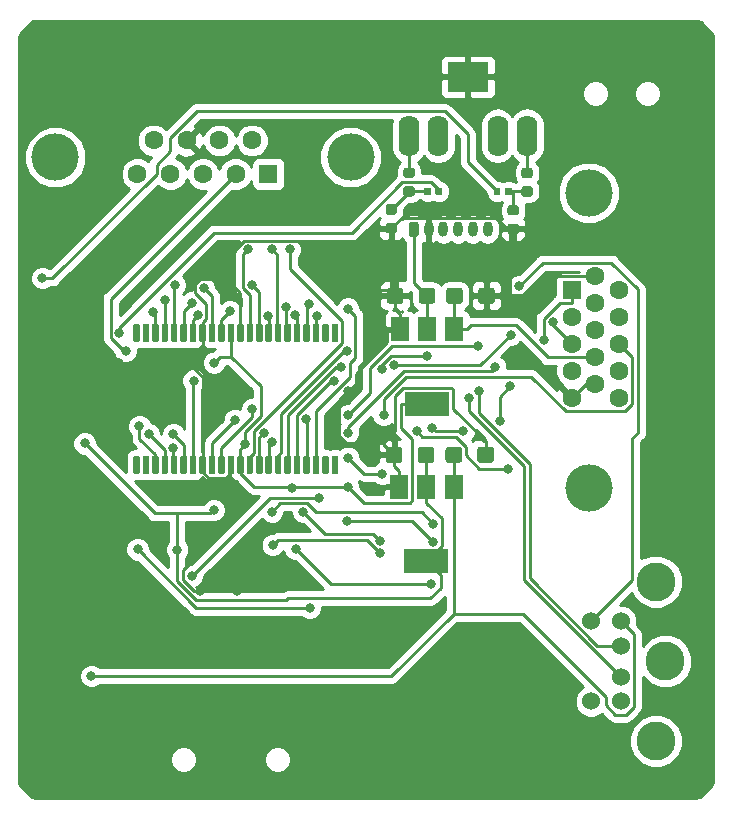
<source format=gbr>
G04 #@! TF.GenerationSoftware,KiCad,Pcbnew,5.0.2-bee76a0~70~ubuntu18.10.1*
G04 #@! TF.CreationDate,2019-03-15T00:59:30+01:00*
G04 #@! TF.ProjectId,Spartan6,53706172-7461-46e3-962e-6b696361645f,rev?*
G04 #@! TF.SameCoordinates,Original*
G04 #@! TF.FileFunction,Copper,L2,Bot*
G04 #@! TF.FilePolarity,Positive*
%FSLAX46Y46*%
G04 Gerber Fmt 4.6, Leading zero omitted, Abs format (unit mm)*
G04 Created by KiCad (PCBNEW 5.0.2-bee76a0~70~ubuntu18.10.1) date vie 15 mar 2019 00:59:30 CET*
%MOMM*%
%LPD*%
G01*
G04 APERTURE LIST*
G04 #@! TA.AperFunction,Conductor*
%ADD10C,0.100000*%
G04 #@! TD*
G04 #@! TA.AperFunction,ComponentPad*
%ADD11C,0.800000*%
G04 #@! TD*
G04 #@! TA.AperFunction,ComponentPad*
%ADD12O,0.800000X1.300000*%
G04 #@! TD*
G04 #@! TA.AperFunction,SMDPad,CuDef*
%ADD13C,0.875000*%
G04 #@! TD*
G04 #@! TA.AperFunction,SMDPad,CuDef*
%ADD14C,1.350000*%
G04 #@! TD*
G04 #@! TA.AperFunction,ComponentPad*
%ADD15R,1.600000X1.600000*%
G04 #@! TD*
G04 #@! TA.AperFunction,ComponentPad*
%ADD16C,1.600000*%
G04 #@! TD*
G04 #@! TA.AperFunction,ComponentPad*
%ADD17C,4.000000*%
G04 #@! TD*
G04 #@! TA.AperFunction,ComponentPad*
%ADD18C,3.300000*%
G04 #@! TD*
G04 #@! TA.AperFunction,ComponentPad*
%ADD19C,1.524000*%
G04 #@! TD*
G04 #@! TA.AperFunction,ComponentPad*
%ADD20O,1.750000X3.500000*%
G04 #@! TD*
G04 #@! TA.AperFunction,ComponentPad*
%ADD21R,3.500000X2.500000*%
G04 #@! TD*
G04 #@! TA.AperFunction,SMDPad,CuDef*
%ADD22C,0.550000*%
G04 #@! TD*
G04 #@! TA.AperFunction,SMDPad,CuDef*
%ADD23R,1.500000X2.000000*%
G04 #@! TD*
G04 #@! TA.AperFunction,SMDPad,CuDef*
%ADD24R,3.800000X2.000000*%
G04 #@! TD*
G04 #@! TA.AperFunction,SMDPad,CuDef*
%ADD25C,0.590000*%
G04 #@! TD*
G04 #@! TA.AperFunction,ViaPad*
%ADD26C,0.800000*%
G04 #@! TD*
G04 #@! TA.AperFunction,Conductor*
%ADD27C,0.250000*%
G04 #@! TD*
G04 #@! TA.AperFunction,Conductor*
%ADD28C,0.254000*%
G04 #@! TD*
G04 APERTURE END LIST*
D10*
G04 #@! TO.N,+3V3*
G04 #@! TO.C,J4*
G36*
X65528103Y-53935563D02*
X65547518Y-53938443D01*
X65566557Y-53943212D01*
X65585037Y-53949824D01*
X65602779Y-53958216D01*
X65619614Y-53968306D01*
X65635379Y-53979998D01*
X65649921Y-53993179D01*
X65663102Y-54007721D01*
X65674794Y-54023486D01*
X65684884Y-54040321D01*
X65693276Y-54058063D01*
X65699888Y-54076543D01*
X65704657Y-54095582D01*
X65707537Y-54114997D01*
X65708500Y-54134600D01*
X65708500Y-55034600D01*
X65707537Y-55054203D01*
X65704657Y-55073618D01*
X65699888Y-55092657D01*
X65693276Y-55111137D01*
X65684884Y-55128879D01*
X65674794Y-55145714D01*
X65663102Y-55161479D01*
X65649921Y-55176021D01*
X65635379Y-55189202D01*
X65619614Y-55200894D01*
X65602779Y-55210984D01*
X65585037Y-55219376D01*
X65566557Y-55225988D01*
X65547518Y-55230757D01*
X65528103Y-55233637D01*
X65508500Y-55234600D01*
X65108500Y-55234600D01*
X65088897Y-55233637D01*
X65069482Y-55230757D01*
X65050443Y-55225988D01*
X65031963Y-55219376D01*
X65014221Y-55210984D01*
X64997386Y-55200894D01*
X64981621Y-55189202D01*
X64967079Y-55176021D01*
X64953898Y-55161479D01*
X64942206Y-55145714D01*
X64932116Y-55128879D01*
X64923724Y-55111137D01*
X64917112Y-55092657D01*
X64912343Y-55073618D01*
X64909463Y-55054203D01*
X64908500Y-55034600D01*
X64908500Y-54134600D01*
X64909463Y-54114997D01*
X64912343Y-54095582D01*
X64917112Y-54076543D01*
X64923724Y-54058063D01*
X64932116Y-54040321D01*
X64942206Y-54023486D01*
X64953898Y-54007721D01*
X64967079Y-53993179D01*
X64981621Y-53979998D01*
X64997386Y-53968306D01*
X65014221Y-53958216D01*
X65031963Y-53949824D01*
X65050443Y-53943212D01*
X65069482Y-53938443D01*
X65088897Y-53935563D01*
X65108500Y-53934600D01*
X65508500Y-53934600D01*
X65528103Y-53935563D01*
X65528103Y-53935563D01*
G37*
D11*
G04 #@! TD*
G04 #@! TO.P,J4,1*
G04 #@! TO.N,+3V3*
X65308500Y-54584600D03*
D12*
G04 #@! TO.P,J4,2*
G04 #@! TO.N,GND*
X66558500Y-54584600D03*
G04 #@! TO.P,J4,3*
G04 #@! TO.N,TCK*
X67808500Y-54584600D03*
G04 #@! TO.P,J4,4*
G04 #@! TO.N,TDO*
X69058500Y-54584600D03*
G04 #@! TO.P,J4,5*
G04 #@! TO.N,TDI*
X70308500Y-54584600D03*
G04 #@! TO.P,J4,6*
G04 #@! TO.N,TMS*
X71558500Y-54584600D03*
G04 #@! TD*
D10*
G04 #@! TO.N,Net-(C5-Pad2)*
G04 #@! TO.C,C5*
G36*
X63665891Y-52481853D02*
X63687126Y-52485003D01*
X63707950Y-52490219D01*
X63728162Y-52497451D01*
X63747568Y-52506630D01*
X63765981Y-52517666D01*
X63783224Y-52530454D01*
X63799130Y-52544870D01*
X63813546Y-52560776D01*
X63826334Y-52578019D01*
X63837370Y-52596432D01*
X63846549Y-52615838D01*
X63853781Y-52636050D01*
X63858997Y-52656874D01*
X63862147Y-52678109D01*
X63863200Y-52699550D01*
X63863200Y-53137050D01*
X63862147Y-53158491D01*
X63858997Y-53179726D01*
X63853781Y-53200550D01*
X63846549Y-53220762D01*
X63837370Y-53240168D01*
X63826334Y-53258581D01*
X63813546Y-53275824D01*
X63799130Y-53291730D01*
X63783224Y-53306146D01*
X63765981Y-53318934D01*
X63747568Y-53329970D01*
X63728162Y-53339149D01*
X63707950Y-53346381D01*
X63687126Y-53351597D01*
X63665891Y-53354747D01*
X63644450Y-53355800D01*
X63131950Y-53355800D01*
X63110509Y-53354747D01*
X63089274Y-53351597D01*
X63068450Y-53346381D01*
X63048238Y-53339149D01*
X63028832Y-53329970D01*
X63010419Y-53318934D01*
X62993176Y-53306146D01*
X62977270Y-53291730D01*
X62962854Y-53275824D01*
X62950066Y-53258581D01*
X62939030Y-53240168D01*
X62929851Y-53220762D01*
X62922619Y-53200550D01*
X62917403Y-53179726D01*
X62914253Y-53158491D01*
X62913200Y-53137050D01*
X62913200Y-52699550D01*
X62914253Y-52678109D01*
X62917403Y-52656874D01*
X62922619Y-52636050D01*
X62929851Y-52615838D01*
X62939030Y-52596432D01*
X62950066Y-52578019D01*
X62962854Y-52560776D01*
X62977270Y-52544870D01*
X62993176Y-52530454D01*
X63010419Y-52517666D01*
X63028832Y-52506630D01*
X63048238Y-52497451D01*
X63068450Y-52490219D01*
X63089274Y-52485003D01*
X63110509Y-52481853D01*
X63131950Y-52480800D01*
X63644450Y-52480800D01*
X63665891Y-52481853D01*
X63665891Y-52481853D01*
G37*
D13*
G04 #@! TD*
G04 #@! TO.P,C5,2*
G04 #@! TO.N,Net-(C5-Pad2)*
X63388200Y-52918300D03*
D10*
G04 #@! TO.N,GND*
G04 #@! TO.C,C5*
G36*
X63665891Y-54056853D02*
X63687126Y-54060003D01*
X63707950Y-54065219D01*
X63728162Y-54072451D01*
X63747568Y-54081630D01*
X63765981Y-54092666D01*
X63783224Y-54105454D01*
X63799130Y-54119870D01*
X63813546Y-54135776D01*
X63826334Y-54153019D01*
X63837370Y-54171432D01*
X63846549Y-54190838D01*
X63853781Y-54211050D01*
X63858997Y-54231874D01*
X63862147Y-54253109D01*
X63863200Y-54274550D01*
X63863200Y-54712050D01*
X63862147Y-54733491D01*
X63858997Y-54754726D01*
X63853781Y-54775550D01*
X63846549Y-54795762D01*
X63837370Y-54815168D01*
X63826334Y-54833581D01*
X63813546Y-54850824D01*
X63799130Y-54866730D01*
X63783224Y-54881146D01*
X63765981Y-54893934D01*
X63747568Y-54904970D01*
X63728162Y-54914149D01*
X63707950Y-54921381D01*
X63687126Y-54926597D01*
X63665891Y-54929747D01*
X63644450Y-54930800D01*
X63131950Y-54930800D01*
X63110509Y-54929747D01*
X63089274Y-54926597D01*
X63068450Y-54921381D01*
X63048238Y-54914149D01*
X63028832Y-54904970D01*
X63010419Y-54893934D01*
X62993176Y-54881146D01*
X62977270Y-54866730D01*
X62962854Y-54850824D01*
X62950066Y-54833581D01*
X62939030Y-54815168D01*
X62929851Y-54795762D01*
X62922619Y-54775550D01*
X62917403Y-54754726D01*
X62914253Y-54733491D01*
X62913200Y-54712050D01*
X62913200Y-54274550D01*
X62914253Y-54253109D01*
X62917403Y-54231874D01*
X62922619Y-54211050D01*
X62929851Y-54190838D01*
X62939030Y-54171432D01*
X62950066Y-54153019D01*
X62962854Y-54135776D01*
X62977270Y-54119870D01*
X62993176Y-54105454D01*
X63010419Y-54092666D01*
X63028832Y-54081630D01*
X63048238Y-54072451D01*
X63068450Y-54065219D01*
X63089274Y-54060003D01*
X63110509Y-54056853D01*
X63131950Y-54055800D01*
X63644450Y-54055800D01*
X63665891Y-54056853D01*
X63665891Y-54056853D01*
G37*
D13*
G04 #@! TD*
G04 #@! TO.P,C5,1*
G04 #@! TO.N,GND*
X63388200Y-54493300D03*
D10*
G04 #@! TO.N,Net-(C7-Pad1)*
G04 #@! TO.C,C7*
G36*
X75177191Y-49377953D02*
X75198426Y-49381103D01*
X75219250Y-49386319D01*
X75239462Y-49393551D01*
X75258868Y-49402730D01*
X75277281Y-49413766D01*
X75294524Y-49426554D01*
X75310430Y-49440970D01*
X75324846Y-49456876D01*
X75337634Y-49474119D01*
X75348670Y-49492532D01*
X75357849Y-49511938D01*
X75365081Y-49532150D01*
X75370297Y-49552974D01*
X75373447Y-49574209D01*
X75374500Y-49595650D01*
X75374500Y-50033150D01*
X75373447Y-50054591D01*
X75370297Y-50075826D01*
X75365081Y-50096650D01*
X75357849Y-50116862D01*
X75348670Y-50136268D01*
X75337634Y-50154681D01*
X75324846Y-50171924D01*
X75310430Y-50187830D01*
X75294524Y-50202246D01*
X75277281Y-50215034D01*
X75258868Y-50226070D01*
X75239462Y-50235249D01*
X75219250Y-50242481D01*
X75198426Y-50247697D01*
X75177191Y-50250847D01*
X75155750Y-50251900D01*
X74643250Y-50251900D01*
X74621809Y-50250847D01*
X74600574Y-50247697D01*
X74579750Y-50242481D01*
X74559538Y-50235249D01*
X74540132Y-50226070D01*
X74521719Y-50215034D01*
X74504476Y-50202246D01*
X74488570Y-50187830D01*
X74474154Y-50171924D01*
X74461366Y-50154681D01*
X74450330Y-50136268D01*
X74441151Y-50116862D01*
X74433919Y-50096650D01*
X74428703Y-50075826D01*
X74425553Y-50054591D01*
X74424500Y-50033150D01*
X74424500Y-49595650D01*
X74425553Y-49574209D01*
X74428703Y-49552974D01*
X74433919Y-49532150D01*
X74441151Y-49511938D01*
X74450330Y-49492532D01*
X74461366Y-49474119D01*
X74474154Y-49456876D01*
X74488570Y-49440970D01*
X74504476Y-49426554D01*
X74521719Y-49413766D01*
X74540132Y-49402730D01*
X74559538Y-49393551D01*
X74579750Y-49386319D01*
X74600574Y-49381103D01*
X74621809Y-49377953D01*
X74643250Y-49376900D01*
X75155750Y-49376900D01*
X75177191Y-49377953D01*
X75177191Y-49377953D01*
G37*
D13*
G04 #@! TD*
G04 #@! TO.P,C7,1*
G04 #@! TO.N,Net-(C7-Pad1)*
X74899500Y-49814400D03*
D10*
G04 #@! TO.N,Net-(C6-Pad2)*
G04 #@! TO.C,C7*
G36*
X75177191Y-50952953D02*
X75198426Y-50956103D01*
X75219250Y-50961319D01*
X75239462Y-50968551D01*
X75258868Y-50977730D01*
X75277281Y-50988766D01*
X75294524Y-51001554D01*
X75310430Y-51015970D01*
X75324846Y-51031876D01*
X75337634Y-51049119D01*
X75348670Y-51067532D01*
X75357849Y-51086938D01*
X75365081Y-51107150D01*
X75370297Y-51127974D01*
X75373447Y-51149209D01*
X75374500Y-51170650D01*
X75374500Y-51608150D01*
X75373447Y-51629591D01*
X75370297Y-51650826D01*
X75365081Y-51671650D01*
X75357849Y-51691862D01*
X75348670Y-51711268D01*
X75337634Y-51729681D01*
X75324846Y-51746924D01*
X75310430Y-51762830D01*
X75294524Y-51777246D01*
X75277281Y-51790034D01*
X75258868Y-51801070D01*
X75239462Y-51810249D01*
X75219250Y-51817481D01*
X75198426Y-51822697D01*
X75177191Y-51825847D01*
X75155750Y-51826900D01*
X74643250Y-51826900D01*
X74621809Y-51825847D01*
X74600574Y-51822697D01*
X74579750Y-51817481D01*
X74559538Y-51810249D01*
X74540132Y-51801070D01*
X74521719Y-51790034D01*
X74504476Y-51777246D01*
X74488570Y-51762830D01*
X74474154Y-51746924D01*
X74461366Y-51729681D01*
X74450330Y-51711268D01*
X74441151Y-51691862D01*
X74433919Y-51671650D01*
X74428703Y-51650826D01*
X74425553Y-51629591D01*
X74424500Y-51608150D01*
X74424500Y-51170650D01*
X74425553Y-51149209D01*
X74428703Y-51127974D01*
X74433919Y-51107150D01*
X74441151Y-51086938D01*
X74450330Y-51067532D01*
X74461366Y-51049119D01*
X74474154Y-51031876D01*
X74488570Y-51015970D01*
X74504476Y-51001554D01*
X74521719Y-50988766D01*
X74540132Y-50977730D01*
X74559538Y-50968551D01*
X74579750Y-50961319D01*
X74600574Y-50956103D01*
X74621809Y-50952953D01*
X74643250Y-50951900D01*
X75155750Y-50951900D01*
X75177191Y-50952953D01*
X75177191Y-50952953D01*
G37*
D13*
G04 #@! TD*
G04 #@! TO.P,C7,2*
G04 #@! TO.N,Net-(C6-Pad2)*
X74899500Y-51389400D03*
D10*
G04 #@! TO.N,Net-(C5-Pad2)*
G04 #@! TO.C,C8*
G36*
X65179791Y-50942753D02*
X65201026Y-50945903D01*
X65221850Y-50951119D01*
X65242062Y-50958351D01*
X65261468Y-50967530D01*
X65279881Y-50978566D01*
X65297124Y-50991354D01*
X65313030Y-51005770D01*
X65327446Y-51021676D01*
X65340234Y-51038919D01*
X65351270Y-51057332D01*
X65360449Y-51076738D01*
X65367681Y-51096950D01*
X65372897Y-51117774D01*
X65376047Y-51139009D01*
X65377100Y-51160450D01*
X65377100Y-51597950D01*
X65376047Y-51619391D01*
X65372897Y-51640626D01*
X65367681Y-51661450D01*
X65360449Y-51681662D01*
X65351270Y-51701068D01*
X65340234Y-51719481D01*
X65327446Y-51736724D01*
X65313030Y-51752630D01*
X65297124Y-51767046D01*
X65279881Y-51779834D01*
X65261468Y-51790870D01*
X65242062Y-51800049D01*
X65221850Y-51807281D01*
X65201026Y-51812497D01*
X65179791Y-51815647D01*
X65158350Y-51816700D01*
X64645850Y-51816700D01*
X64624409Y-51815647D01*
X64603174Y-51812497D01*
X64582350Y-51807281D01*
X64562138Y-51800049D01*
X64542732Y-51790870D01*
X64524319Y-51779834D01*
X64507076Y-51767046D01*
X64491170Y-51752630D01*
X64476754Y-51736724D01*
X64463966Y-51719481D01*
X64452930Y-51701068D01*
X64443751Y-51681662D01*
X64436519Y-51661450D01*
X64431303Y-51640626D01*
X64428153Y-51619391D01*
X64427100Y-51597950D01*
X64427100Y-51160450D01*
X64428153Y-51139009D01*
X64431303Y-51117774D01*
X64436519Y-51096950D01*
X64443751Y-51076738D01*
X64452930Y-51057332D01*
X64463966Y-51038919D01*
X64476754Y-51021676D01*
X64491170Y-51005770D01*
X64507076Y-50991354D01*
X64524319Y-50978566D01*
X64542732Y-50967530D01*
X64562138Y-50958351D01*
X64582350Y-50951119D01*
X64603174Y-50945903D01*
X64624409Y-50942753D01*
X64645850Y-50941700D01*
X65158350Y-50941700D01*
X65179791Y-50942753D01*
X65179791Y-50942753D01*
G37*
D13*
G04 #@! TD*
G04 #@! TO.P,C8,2*
G04 #@! TO.N,Net-(C5-Pad2)*
X64902100Y-51379200D03*
D10*
G04 #@! TO.N,Net-(C8-Pad1)*
G04 #@! TO.C,C8*
G36*
X65179791Y-49367753D02*
X65201026Y-49370903D01*
X65221850Y-49376119D01*
X65242062Y-49383351D01*
X65261468Y-49392530D01*
X65279881Y-49403566D01*
X65297124Y-49416354D01*
X65313030Y-49430770D01*
X65327446Y-49446676D01*
X65340234Y-49463919D01*
X65351270Y-49482332D01*
X65360449Y-49501738D01*
X65367681Y-49521950D01*
X65372897Y-49542774D01*
X65376047Y-49564009D01*
X65377100Y-49585450D01*
X65377100Y-50022950D01*
X65376047Y-50044391D01*
X65372897Y-50065626D01*
X65367681Y-50086450D01*
X65360449Y-50106662D01*
X65351270Y-50126068D01*
X65340234Y-50144481D01*
X65327446Y-50161724D01*
X65313030Y-50177630D01*
X65297124Y-50192046D01*
X65279881Y-50204834D01*
X65261468Y-50215870D01*
X65242062Y-50225049D01*
X65221850Y-50232281D01*
X65201026Y-50237497D01*
X65179791Y-50240647D01*
X65158350Y-50241700D01*
X64645850Y-50241700D01*
X64624409Y-50240647D01*
X64603174Y-50237497D01*
X64582350Y-50232281D01*
X64562138Y-50225049D01*
X64542732Y-50215870D01*
X64524319Y-50204834D01*
X64507076Y-50192046D01*
X64491170Y-50177630D01*
X64476754Y-50161724D01*
X64463966Y-50144481D01*
X64452930Y-50126068D01*
X64443751Y-50106662D01*
X64436519Y-50086450D01*
X64431303Y-50065626D01*
X64428153Y-50044391D01*
X64427100Y-50022950D01*
X64427100Y-49585450D01*
X64428153Y-49564009D01*
X64431303Y-49542774D01*
X64436519Y-49521950D01*
X64443751Y-49501738D01*
X64452930Y-49482332D01*
X64463966Y-49463919D01*
X64476754Y-49446676D01*
X64491170Y-49430770D01*
X64507076Y-49416354D01*
X64524319Y-49403566D01*
X64542732Y-49392530D01*
X64562138Y-49383351D01*
X64582350Y-49376119D01*
X64603174Y-49370903D01*
X64624409Y-49367753D01*
X64645850Y-49366700D01*
X65158350Y-49366700D01*
X65179791Y-49367753D01*
X65179791Y-49367753D01*
G37*
D13*
G04 #@! TD*
G04 #@! TO.P,C8,1*
G04 #@! TO.N,Net-(C8-Pad1)*
X64902100Y-49804200D03*
D10*
G04 #@! TO.N,GND*
G04 #@! TO.C,C6*
G36*
X73993591Y-54122853D02*
X74014826Y-54126003D01*
X74035650Y-54131219D01*
X74055862Y-54138451D01*
X74075268Y-54147630D01*
X74093681Y-54158666D01*
X74110924Y-54171454D01*
X74126830Y-54185870D01*
X74141246Y-54201776D01*
X74154034Y-54219019D01*
X74165070Y-54237432D01*
X74174249Y-54256838D01*
X74181481Y-54277050D01*
X74186697Y-54297874D01*
X74189847Y-54319109D01*
X74190900Y-54340550D01*
X74190900Y-54778050D01*
X74189847Y-54799491D01*
X74186697Y-54820726D01*
X74181481Y-54841550D01*
X74174249Y-54861762D01*
X74165070Y-54881168D01*
X74154034Y-54899581D01*
X74141246Y-54916824D01*
X74126830Y-54932730D01*
X74110924Y-54947146D01*
X74093681Y-54959934D01*
X74075268Y-54970970D01*
X74055862Y-54980149D01*
X74035650Y-54987381D01*
X74014826Y-54992597D01*
X73993591Y-54995747D01*
X73972150Y-54996800D01*
X73459650Y-54996800D01*
X73438209Y-54995747D01*
X73416974Y-54992597D01*
X73396150Y-54987381D01*
X73375938Y-54980149D01*
X73356532Y-54970970D01*
X73338119Y-54959934D01*
X73320876Y-54947146D01*
X73304970Y-54932730D01*
X73290554Y-54916824D01*
X73277766Y-54899581D01*
X73266730Y-54881168D01*
X73257551Y-54861762D01*
X73250319Y-54841550D01*
X73245103Y-54820726D01*
X73241953Y-54799491D01*
X73240900Y-54778050D01*
X73240900Y-54340550D01*
X73241953Y-54319109D01*
X73245103Y-54297874D01*
X73250319Y-54277050D01*
X73257551Y-54256838D01*
X73266730Y-54237432D01*
X73277766Y-54219019D01*
X73290554Y-54201776D01*
X73304970Y-54185870D01*
X73320876Y-54171454D01*
X73338119Y-54158666D01*
X73356532Y-54147630D01*
X73375938Y-54138451D01*
X73396150Y-54131219D01*
X73416974Y-54126003D01*
X73438209Y-54122853D01*
X73459650Y-54121800D01*
X73972150Y-54121800D01*
X73993591Y-54122853D01*
X73993591Y-54122853D01*
G37*
D13*
G04 #@! TD*
G04 #@! TO.P,C6,1*
G04 #@! TO.N,GND*
X73715900Y-54559300D03*
D10*
G04 #@! TO.N,Net-(C6-Pad2)*
G04 #@! TO.C,C6*
G36*
X73993591Y-52547853D02*
X74014826Y-52551003D01*
X74035650Y-52556219D01*
X74055862Y-52563451D01*
X74075268Y-52572630D01*
X74093681Y-52583666D01*
X74110924Y-52596454D01*
X74126830Y-52610870D01*
X74141246Y-52626776D01*
X74154034Y-52644019D01*
X74165070Y-52662432D01*
X74174249Y-52681838D01*
X74181481Y-52702050D01*
X74186697Y-52722874D01*
X74189847Y-52744109D01*
X74190900Y-52765550D01*
X74190900Y-53203050D01*
X74189847Y-53224491D01*
X74186697Y-53245726D01*
X74181481Y-53266550D01*
X74174249Y-53286762D01*
X74165070Y-53306168D01*
X74154034Y-53324581D01*
X74141246Y-53341824D01*
X74126830Y-53357730D01*
X74110924Y-53372146D01*
X74093681Y-53384934D01*
X74075268Y-53395970D01*
X74055862Y-53405149D01*
X74035650Y-53412381D01*
X74014826Y-53417597D01*
X73993591Y-53420747D01*
X73972150Y-53421800D01*
X73459650Y-53421800D01*
X73438209Y-53420747D01*
X73416974Y-53417597D01*
X73396150Y-53412381D01*
X73375938Y-53405149D01*
X73356532Y-53395970D01*
X73338119Y-53384934D01*
X73320876Y-53372146D01*
X73304970Y-53357730D01*
X73290554Y-53341824D01*
X73277766Y-53324581D01*
X73266730Y-53306168D01*
X73257551Y-53286762D01*
X73250319Y-53266550D01*
X73245103Y-53245726D01*
X73241953Y-53224491D01*
X73240900Y-53203050D01*
X73240900Y-52765550D01*
X73241953Y-52744109D01*
X73245103Y-52722874D01*
X73250319Y-52702050D01*
X73257551Y-52681838D01*
X73266730Y-52662432D01*
X73277766Y-52644019D01*
X73290554Y-52626776D01*
X73304970Y-52610870D01*
X73320876Y-52596454D01*
X73338119Y-52583666D01*
X73356532Y-52572630D01*
X73375938Y-52563451D01*
X73396150Y-52556219D01*
X73416974Y-52551003D01*
X73438209Y-52547853D01*
X73459650Y-52546800D01*
X73972150Y-52546800D01*
X73993591Y-52547853D01*
X73993591Y-52547853D01*
G37*
D13*
G04 #@! TD*
G04 #@! TO.P,C6,2*
G04 #@! TO.N,Net-(C6-Pad2)*
X73715900Y-52984300D03*
D10*
G04 #@! TO.N,GND*
G04 #@! TO.C,C4*
G36*
X64107905Y-73016704D02*
X64132173Y-73020304D01*
X64155972Y-73026265D01*
X64179071Y-73034530D01*
X64201250Y-73045020D01*
X64222293Y-73057632D01*
X64241999Y-73072247D01*
X64260177Y-73088723D01*
X64276653Y-73106901D01*
X64291268Y-73126607D01*
X64303880Y-73147650D01*
X64314370Y-73169829D01*
X64322635Y-73192928D01*
X64328596Y-73216727D01*
X64332196Y-73240995D01*
X64333400Y-73265499D01*
X64333400Y-74115501D01*
X64332196Y-74140005D01*
X64328596Y-74164273D01*
X64322635Y-74188072D01*
X64314370Y-74211171D01*
X64303880Y-74233350D01*
X64291268Y-74254393D01*
X64276653Y-74274099D01*
X64260177Y-74292277D01*
X64241999Y-74308753D01*
X64222293Y-74323368D01*
X64201250Y-74335980D01*
X64179071Y-74346470D01*
X64155972Y-74354735D01*
X64132173Y-74360696D01*
X64107905Y-74364296D01*
X64083401Y-74365500D01*
X63183399Y-74365500D01*
X63158895Y-74364296D01*
X63134627Y-74360696D01*
X63110828Y-74354735D01*
X63087729Y-74346470D01*
X63065550Y-74335980D01*
X63044507Y-74323368D01*
X63024801Y-74308753D01*
X63006623Y-74292277D01*
X62990147Y-74274099D01*
X62975532Y-74254393D01*
X62962920Y-74233350D01*
X62952430Y-74211171D01*
X62944165Y-74188072D01*
X62938204Y-74164273D01*
X62934604Y-74140005D01*
X62933400Y-74115501D01*
X62933400Y-73265499D01*
X62934604Y-73240995D01*
X62938204Y-73216727D01*
X62944165Y-73192928D01*
X62952430Y-73169829D01*
X62962920Y-73147650D01*
X62975532Y-73126607D01*
X62990147Y-73106901D01*
X63006623Y-73088723D01*
X63024801Y-73072247D01*
X63044507Y-73057632D01*
X63065550Y-73045020D01*
X63087729Y-73034530D01*
X63110828Y-73026265D01*
X63134627Y-73020304D01*
X63158895Y-73016704D01*
X63183399Y-73015500D01*
X64083401Y-73015500D01*
X64107905Y-73016704D01*
X64107905Y-73016704D01*
G37*
D14*
G04 #@! TD*
G04 #@! TO.P,C4,2*
G04 #@! TO.N,GND*
X63633400Y-73690500D03*
D10*
G04 #@! TO.N,+1V2*
G04 #@! TO.C,C4*
G36*
X66807905Y-73016704D02*
X66832173Y-73020304D01*
X66855972Y-73026265D01*
X66879071Y-73034530D01*
X66901250Y-73045020D01*
X66922293Y-73057632D01*
X66941999Y-73072247D01*
X66960177Y-73088723D01*
X66976653Y-73106901D01*
X66991268Y-73126607D01*
X67003880Y-73147650D01*
X67014370Y-73169829D01*
X67022635Y-73192928D01*
X67028596Y-73216727D01*
X67032196Y-73240995D01*
X67033400Y-73265499D01*
X67033400Y-74115501D01*
X67032196Y-74140005D01*
X67028596Y-74164273D01*
X67022635Y-74188072D01*
X67014370Y-74211171D01*
X67003880Y-74233350D01*
X66991268Y-74254393D01*
X66976653Y-74274099D01*
X66960177Y-74292277D01*
X66941999Y-74308753D01*
X66922293Y-74323368D01*
X66901250Y-74335980D01*
X66879071Y-74346470D01*
X66855972Y-74354735D01*
X66832173Y-74360696D01*
X66807905Y-74364296D01*
X66783401Y-74365500D01*
X65883399Y-74365500D01*
X65858895Y-74364296D01*
X65834627Y-74360696D01*
X65810828Y-74354735D01*
X65787729Y-74346470D01*
X65765550Y-74335980D01*
X65744507Y-74323368D01*
X65724801Y-74308753D01*
X65706623Y-74292277D01*
X65690147Y-74274099D01*
X65675532Y-74254393D01*
X65662920Y-74233350D01*
X65652430Y-74211171D01*
X65644165Y-74188072D01*
X65638204Y-74164273D01*
X65634604Y-74140005D01*
X65633400Y-74115501D01*
X65633400Y-73265499D01*
X65634604Y-73240995D01*
X65638204Y-73216727D01*
X65644165Y-73192928D01*
X65652430Y-73169829D01*
X65662920Y-73147650D01*
X65675532Y-73126607D01*
X65690147Y-73106901D01*
X65706623Y-73088723D01*
X65724801Y-73072247D01*
X65744507Y-73057632D01*
X65765550Y-73045020D01*
X65787729Y-73034530D01*
X65810828Y-73026265D01*
X65834627Y-73020304D01*
X65858895Y-73016704D01*
X65883399Y-73015500D01*
X66783401Y-73015500D01*
X66807905Y-73016704D01*
X66807905Y-73016704D01*
G37*
D14*
G04 #@! TD*
G04 #@! TO.P,C4,1*
G04 #@! TO.N,+1V2*
X66333400Y-73690500D03*
D10*
G04 #@! TO.N,+5V*
G04 #@! TO.C,C3*
G36*
X69166305Y-73006504D02*
X69190573Y-73010104D01*
X69214372Y-73016065D01*
X69237471Y-73024330D01*
X69259650Y-73034820D01*
X69280693Y-73047432D01*
X69300399Y-73062047D01*
X69318577Y-73078523D01*
X69335053Y-73096701D01*
X69349668Y-73116407D01*
X69362280Y-73137450D01*
X69372770Y-73159629D01*
X69381035Y-73182728D01*
X69386996Y-73206527D01*
X69390596Y-73230795D01*
X69391800Y-73255299D01*
X69391800Y-74105301D01*
X69390596Y-74129805D01*
X69386996Y-74154073D01*
X69381035Y-74177872D01*
X69372770Y-74200971D01*
X69362280Y-74223150D01*
X69349668Y-74244193D01*
X69335053Y-74263899D01*
X69318577Y-74282077D01*
X69300399Y-74298553D01*
X69280693Y-74313168D01*
X69259650Y-74325780D01*
X69237471Y-74336270D01*
X69214372Y-74344535D01*
X69190573Y-74350496D01*
X69166305Y-74354096D01*
X69141801Y-74355300D01*
X68241799Y-74355300D01*
X68217295Y-74354096D01*
X68193027Y-74350496D01*
X68169228Y-74344535D01*
X68146129Y-74336270D01*
X68123950Y-74325780D01*
X68102907Y-74313168D01*
X68083201Y-74298553D01*
X68065023Y-74282077D01*
X68048547Y-74263899D01*
X68033932Y-74244193D01*
X68021320Y-74223150D01*
X68010830Y-74200971D01*
X68002565Y-74177872D01*
X67996604Y-74154073D01*
X67993004Y-74129805D01*
X67991800Y-74105301D01*
X67991800Y-73255299D01*
X67993004Y-73230795D01*
X67996604Y-73206527D01*
X68002565Y-73182728D01*
X68010830Y-73159629D01*
X68021320Y-73137450D01*
X68033932Y-73116407D01*
X68048547Y-73096701D01*
X68065023Y-73078523D01*
X68083201Y-73062047D01*
X68102907Y-73047432D01*
X68123950Y-73034820D01*
X68146129Y-73024330D01*
X68169228Y-73016065D01*
X68193027Y-73010104D01*
X68217295Y-73006504D01*
X68241799Y-73005300D01*
X69141801Y-73005300D01*
X69166305Y-73006504D01*
X69166305Y-73006504D01*
G37*
D14*
G04 #@! TD*
G04 #@! TO.P,C3,1*
G04 #@! TO.N,+5V*
X68691800Y-73680300D03*
D10*
G04 #@! TO.N,GND*
G04 #@! TO.C,C3*
G36*
X71866305Y-73006504D02*
X71890573Y-73010104D01*
X71914372Y-73016065D01*
X71937471Y-73024330D01*
X71959650Y-73034820D01*
X71980693Y-73047432D01*
X72000399Y-73062047D01*
X72018577Y-73078523D01*
X72035053Y-73096701D01*
X72049668Y-73116407D01*
X72062280Y-73137450D01*
X72072770Y-73159629D01*
X72081035Y-73182728D01*
X72086996Y-73206527D01*
X72090596Y-73230795D01*
X72091800Y-73255299D01*
X72091800Y-74105301D01*
X72090596Y-74129805D01*
X72086996Y-74154073D01*
X72081035Y-74177872D01*
X72072770Y-74200971D01*
X72062280Y-74223150D01*
X72049668Y-74244193D01*
X72035053Y-74263899D01*
X72018577Y-74282077D01*
X72000399Y-74298553D01*
X71980693Y-74313168D01*
X71959650Y-74325780D01*
X71937471Y-74336270D01*
X71914372Y-74344535D01*
X71890573Y-74350496D01*
X71866305Y-74354096D01*
X71841801Y-74355300D01*
X70941799Y-74355300D01*
X70917295Y-74354096D01*
X70893027Y-74350496D01*
X70869228Y-74344535D01*
X70846129Y-74336270D01*
X70823950Y-74325780D01*
X70802907Y-74313168D01*
X70783201Y-74298553D01*
X70765023Y-74282077D01*
X70748547Y-74263899D01*
X70733932Y-74244193D01*
X70721320Y-74223150D01*
X70710830Y-74200971D01*
X70702565Y-74177872D01*
X70696604Y-74154073D01*
X70693004Y-74129805D01*
X70691800Y-74105301D01*
X70691800Y-73255299D01*
X70693004Y-73230795D01*
X70696604Y-73206527D01*
X70702565Y-73182728D01*
X70710830Y-73159629D01*
X70721320Y-73137450D01*
X70733932Y-73116407D01*
X70748547Y-73096701D01*
X70765023Y-73078523D01*
X70783201Y-73062047D01*
X70802907Y-73047432D01*
X70823950Y-73034820D01*
X70846129Y-73024330D01*
X70869228Y-73016065D01*
X70893027Y-73010104D01*
X70917295Y-73006504D01*
X70941799Y-73005300D01*
X71841801Y-73005300D01*
X71866305Y-73006504D01*
X71866305Y-73006504D01*
G37*
D14*
G04 #@! TD*
G04 #@! TO.P,C3,2*
G04 #@! TO.N,GND*
X71391800Y-73680300D03*
D10*
G04 #@! TO.N,GND*
G04 #@! TO.C,C1*
G36*
X71933605Y-59544504D02*
X71957873Y-59548104D01*
X71981672Y-59554065D01*
X72004771Y-59562330D01*
X72026950Y-59572820D01*
X72047993Y-59585432D01*
X72067699Y-59600047D01*
X72085877Y-59616523D01*
X72102353Y-59634701D01*
X72116968Y-59654407D01*
X72129580Y-59675450D01*
X72140070Y-59697629D01*
X72148335Y-59720728D01*
X72154296Y-59744527D01*
X72157896Y-59768795D01*
X72159100Y-59793299D01*
X72159100Y-60643301D01*
X72157896Y-60667805D01*
X72154296Y-60692073D01*
X72148335Y-60715872D01*
X72140070Y-60738971D01*
X72129580Y-60761150D01*
X72116968Y-60782193D01*
X72102353Y-60801899D01*
X72085877Y-60820077D01*
X72067699Y-60836553D01*
X72047993Y-60851168D01*
X72026950Y-60863780D01*
X72004771Y-60874270D01*
X71981672Y-60882535D01*
X71957873Y-60888496D01*
X71933605Y-60892096D01*
X71909101Y-60893300D01*
X71009099Y-60893300D01*
X70984595Y-60892096D01*
X70960327Y-60888496D01*
X70936528Y-60882535D01*
X70913429Y-60874270D01*
X70891250Y-60863780D01*
X70870207Y-60851168D01*
X70850501Y-60836553D01*
X70832323Y-60820077D01*
X70815847Y-60801899D01*
X70801232Y-60782193D01*
X70788620Y-60761150D01*
X70778130Y-60738971D01*
X70769865Y-60715872D01*
X70763904Y-60692073D01*
X70760304Y-60667805D01*
X70759100Y-60643301D01*
X70759100Y-59793299D01*
X70760304Y-59768795D01*
X70763904Y-59744527D01*
X70769865Y-59720728D01*
X70778130Y-59697629D01*
X70788620Y-59675450D01*
X70801232Y-59654407D01*
X70815847Y-59634701D01*
X70832323Y-59616523D01*
X70850501Y-59600047D01*
X70870207Y-59585432D01*
X70891250Y-59572820D01*
X70913429Y-59562330D01*
X70936528Y-59554065D01*
X70960327Y-59548104D01*
X70984595Y-59544504D01*
X71009099Y-59543300D01*
X71909101Y-59543300D01*
X71933605Y-59544504D01*
X71933605Y-59544504D01*
G37*
D14*
G04 #@! TD*
G04 #@! TO.P,C1,2*
G04 #@! TO.N,GND*
X71459100Y-60218300D03*
D10*
G04 #@! TO.N,+5V*
G04 #@! TO.C,C1*
G36*
X69233605Y-59544504D02*
X69257873Y-59548104D01*
X69281672Y-59554065D01*
X69304771Y-59562330D01*
X69326950Y-59572820D01*
X69347993Y-59585432D01*
X69367699Y-59600047D01*
X69385877Y-59616523D01*
X69402353Y-59634701D01*
X69416968Y-59654407D01*
X69429580Y-59675450D01*
X69440070Y-59697629D01*
X69448335Y-59720728D01*
X69454296Y-59744527D01*
X69457896Y-59768795D01*
X69459100Y-59793299D01*
X69459100Y-60643301D01*
X69457896Y-60667805D01*
X69454296Y-60692073D01*
X69448335Y-60715872D01*
X69440070Y-60738971D01*
X69429580Y-60761150D01*
X69416968Y-60782193D01*
X69402353Y-60801899D01*
X69385877Y-60820077D01*
X69367699Y-60836553D01*
X69347993Y-60851168D01*
X69326950Y-60863780D01*
X69304771Y-60874270D01*
X69281672Y-60882535D01*
X69257873Y-60888496D01*
X69233605Y-60892096D01*
X69209101Y-60893300D01*
X68309099Y-60893300D01*
X68284595Y-60892096D01*
X68260327Y-60888496D01*
X68236528Y-60882535D01*
X68213429Y-60874270D01*
X68191250Y-60863780D01*
X68170207Y-60851168D01*
X68150501Y-60836553D01*
X68132323Y-60820077D01*
X68115847Y-60801899D01*
X68101232Y-60782193D01*
X68088620Y-60761150D01*
X68078130Y-60738971D01*
X68069865Y-60715872D01*
X68063904Y-60692073D01*
X68060304Y-60667805D01*
X68059100Y-60643301D01*
X68059100Y-59793299D01*
X68060304Y-59768795D01*
X68063904Y-59744527D01*
X68069865Y-59720728D01*
X68078130Y-59697629D01*
X68088620Y-59675450D01*
X68101232Y-59654407D01*
X68115847Y-59634701D01*
X68132323Y-59616523D01*
X68150501Y-59600047D01*
X68170207Y-59585432D01*
X68191250Y-59572820D01*
X68213429Y-59562330D01*
X68236528Y-59554065D01*
X68260327Y-59548104D01*
X68284595Y-59544504D01*
X68309099Y-59543300D01*
X69209101Y-59543300D01*
X69233605Y-59544504D01*
X69233605Y-59544504D01*
G37*
D14*
G04 #@! TD*
G04 #@! TO.P,C1,1*
G04 #@! TO.N,+5V*
X68759100Y-60218300D03*
D10*
G04 #@! TO.N,+3V3*
G04 #@! TO.C,C2*
G36*
X66899305Y-59544504D02*
X66923573Y-59548104D01*
X66947372Y-59554065D01*
X66970471Y-59562330D01*
X66992650Y-59572820D01*
X67013693Y-59585432D01*
X67033399Y-59600047D01*
X67051577Y-59616523D01*
X67068053Y-59634701D01*
X67082668Y-59654407D01*
X67095280Y-59675450D01*
X67105770Y-59697629D01*
X67114035Y-59720728D01*
X67119996Y-59744527D01*
X67123596Y-59768795D01*
X67124800Y-59793299D01*
X67124800Y-60643301D01*
X67123596Y-60667805D01*
X67119996Y-60692073D01*
X67114035Y-60715872D01*
X67105770Y-60738971D01*
X67095280Y-60761150D01*
X67082668Y-60782193D01*
X67068053Y-60801899D01*
X67051577Y-60820077D01*
X67033399Y-60836553D01*
X67013693Y-60851168D01*
X66992650Y-60863780D01*
X66970471Y-60874270D01*
X66947372Y-60882535D01*
X66923573Y-60888496D01*
X66899305Y-60892096D01*
X66874801Y-60893300D01*
X65974799Y-60893300D01*
X65950295Y-60892096D01*
X65926027Y-60888496D01*
X65902228Y-60882535D01*
X65879129Y-60874270D01*
X65856950Y-60863780D01*
X65835907Y-60851168D01*
X65816201Y-60836553D01*
X65798023Y-60820077D01*
X65781547Y-60801899D01*
X65766932Y-60782193D01*
X65754320Y-60761150D01*
X65743830Y-60738971D01*
X65735565Y-60715872D01*
X65729604Y-60692073D01*
X65726004Y-60667805D01*
X65724800Y-60643301D01*
X65724800Y-59793299D01*
X65726004Y-59768795D01*
X65729604Y-59744527D01*
X65735565Y-59720728D01*
X65743830Y-59697629D01*
X65754320Y-59675450D01*
X65766932Y-59654407D01*
X65781547Y-59634701D01*
X65798023Y-59616523D01*
X65816201Y-59600047D01*
X65835907Y-59585432D01*
X65856950Y-59572820D01*
X65879129Y-59562330D01*
X65902228Y-59554065D01*
X65926027Y-59548104D01*
X65950295Y-59544504D01*
X65974799Y-59543300D01*
X66874801Y-59543300D01*
X66899305Y-59544504D01*
X66899305Y-59544504D01*
G37*
D14*
G04 #@! TD*
G04 #@! TO.P,C2,1*
G04 #@! TO.N,+3V3*
X66424800Y-60218300D03*
D10*
G04 #@! TO.N,GND*
G04 #@! TO.C,C2*
G36*
X64199305Y-59544504D02*
X64223573Y-59548104D01*
X64247372Y-59554065D01*
X64270471Y-59562330D01*
X64292650Y-59572820D01*
X64313693Y-59585432D01*
X64333399Y-59600047D01*
X64351577Y-59616523D01*
X64368053Y-59634701D01*
X64382668Y-59654407D01*
X64395280Y-59675450D01*
X64405770Y-59697629D01*
X64414035Y-59720728D01*
X64419996Y-59744527D01*
X64423596Y-59768795D01*
X64424800Y-59793299D01*
X64424800Y-60643301D01*
X64423596Y-60667805D01*
X64419996Y-60692073D01*
X64414035Y-60715872D01*
X64405770Y-60738971D01*
X64395280Y-60761150D01*
X64382668Y-60782193D01*
X64368053Y-60801899D01*
X64351577Y-60820077D01*
X64333399Y-60836553D01*
X64313693Y-60851168D01*
X64292650Y-60863780D01*
X64270471Y-60874270D01*
X64247372Y-60882535D01*
X64223573Y-60888496D01*
X64199305Y-60892096D01*
X64174801Y-60893300D01*
X63274799Y-60893300D01*
X63250295Y-60892096D01*
X63226027Y-60888496D01*
X63202228Y-60882535D01*
X63179129Y-60874270D01*
X63156950Y-60863780D01*
X63135907Y-60851168D01*
X63116201Y-60836553D01*
X63098023Y-60820077D01*
X63081547Y-60801899D01*
X63066932Y-60782193D01*
X63054320Y-60761150D01*
X63043830Y-60738971D01*
X63035565Y-60715872D01*
X63029604Y-60692073D01*
X63026004Y-60667805D01*
X63024800Y-60643301D01*
X63024800Y-59793299D01*
X63026004Y-59768795D01*
X63029604Y-59744527D01*
X63035565Y-59720728D01*
X63043830Y-59697629D01*
X63054320Y-59675450D01*
X63066932Y-59654407D01*
X63081547Y-59634701D01*
X63098023Y-59616523D01*
X63116201Y-59600047D01*
X63135907Y-59585432D01*
X63156950Y-59572820D01*
X63179129Y-59562330D01*
X63202228Y-59554065D01*
X63226027Y-59548104D01*
X63250295Y-59544504D01*
X63274799Y-59543300D01*
X64174801Y-59543300D01*
X64199305Y-59544504D01*
X64199305Y-59544504D01*
G37*
D14*
G04 #@! TD*
G04 #@! TO.P,C2,2*
G04 #@! TO.N,GND*
X63724800Y-60218300D03*
D15*
G04 #@! TO.P,J7,1*
G04 #@! TO.N,RED*
X78704400Y-59695100D03*
D16*
G04 #@! TO.P,J7,2*
G04 #@! TO.N,GREEN*
X78704400Y-61985100D03*
G04 #@! TO.P,J7,3*
G04 #@! TO.N,BLUE*
X78704400Y-64275100D03*
G04 #@! TO.P,J7,4*
G04 #@! TO.N,Net-(J7-Pad4)*
X78704400Y-66565100D03*
G04 #@! TO.P,J7,5*
G04 #@! TO.N,GND*
X78704400Y-68855100D03*
G04 #@! TO.P,J7,6*
X80684400Y-58550100D03*
G04 #@! TO.P,J7,7*
X80684400Y-60840100D03*
G04 #@! TO.P,J7,8*
X80684400Y-63130100D03*
G04 #@! TO.P,J7,9*
G04 #@! TO.N,+5V*
X80684400Y-65420100D03*
G04 #@! TO.P,J7,10*
G04 #@! TO.N,GND*
X80684400Y-67710100D03*
G04 #@! TO.P,J7,11*
G04 #@! TO.N,Net-(J7-Pad11)*
X82664400Y-59695100D03*
G04 #@! TO.P,J7,12*
G04 #@! TO.N,Net-(J7-Pad12)*
X82664400Y-61985100D03*
G04 #@! TO.P,J7,13*
G04 #@! TO.N,C_SYNC*
X82664400Y-64275100D03*
G04 #@! TO.P,J7,14*
G04 #@! TO.N,V_SYNC*
X82664400Y-66565100D03*
G04 #@! TO.P,J7,15*
G04 #@! TO.N,Net-(J7-Pad15)*
X82664400Y-68855100D03*
D17*
G04 #@! TO.P,J7,0*
G04 #@! TO.N,N/C*
X80124400Y-76510100D03*
X80124400Y-51510100D03*
G04 #@! TD*
D15*
G04 #@! TO.P,J2,1*
G04 #@! TO.N,JOY_UP*
X52994600Y-49911000D03*
D16*
G04 #@! TO.P,J2,2*
G04 #@! TO.N,JOY_DOWN*
X50224600Y-49911000D03*
G04 #@! TO.P,J2,3*
G04 #@! TO.N,JOY_LEFT*
X47454600Y-49911000D03*
G04 #@! TO.P,J2,4*
G04 #@! TO.N,JOY_RIGHT*
X44684600Y-49911000D03*
G04 #@! TO.P,J2,5*
G04 #@! TO.N,Net-(J2-Pad5)*
X41914600Y-49911000D03*
G04 #@! TO.P,J2,6*
G04 #@! TO.N,JOY_FIRE1*
X51609600Y-47071000D03*
G04 #@! TO.P,J2,7*
G04 #@! TO.N,Net-(J2-Pad7)*
X48839600Y-47071000D03*
G04 #@! TO.P,J2,8*
G04 #@! TO.N,GND*
X46069600Y-47071000D03*
G04 #@! TO.P,J2,9*
G04 #@! TO.N,JOY_FIRE2*
X43299600Y-47071000D03*
D17*
G04 #@! TO.P,J2,0*
G04 #@! TO.N,N/C*
X59954600Y-48491000D03*
X34954600Y-48491000D03*
G04 #@! TD*
D18*
G04 #@! TO.P,J5,7*
G04 #@! TO.N,N/C*
X86613000Y-91165700D03*
D19*
G04 #@! TO.P,J5,2*
G04 #@! TO.N,Net-(J5-Pad2)*
X82813000Y-89865700D03*
G04 #@! TO.P,J5,1*
G04 #@! TO.N,Net-(J5-Pad1)*
X82813000Y-92465700D03*
G04 #@! TO.P,J5,6*
G04 #@! TO.N,Net-(J5-Pad6)*
X80313000Y-87765700D03*
G04 #@! TO.P,J5,4*
G04 #@! TO.N,+5V*
X82813000Y-87765700D03*
G04 #@! TO.P,J5,5*
G04 #@! TO.N,Net-(J5-Pad5)*
X80313000Y-94565700D03*
G04 #@! TO.P,J5,3*
G04 #@! TO.N,GND*
X82813000Y-94565700D03*
D18*
G04 #@! TO.P,J5,7*
G04 #@! TO.N,N/C*
X85813000Y-97915700D03*
X85813000Y-84415700D03*
G04 #@! TD*
D20*
G04 #@! TO.P,J6,5*
G04 #@! TO.N,N/C*
X67395700Y-46691600D03*
G04 #@! TO.P,J6,4*
X72395700Y-46691600D03*
G04 #@! TO.P,J6,T*
G04 #@! TO.N,Net-(C8-Pad1)*
X64895700Y-46691600D03*
G04 #@! TO.P,J6,S*
G04 #@! TO.N,Net-(C7-Pad1)*
X74895700Y-46691600D03*
D21*
G04 #@! TO.P,J6,G*
G04 #@! TO.N,GND*
X69895700Y-41685600D03*
G04 #@! TD*
D10*
G04 #@! TO.N,N/C*
G04 #@! TO.C,U5*
G36*
X41976977Y-62596462D02*
X41990325Y-62598442D01*
X42003414Y-62601721D01*
X42016119Y-62606267D01*
X42028317Y-62612036D01*
X42039891Y-62618973D01*
X42050729Y-62627011D01*
X42060727Y-62636073D01*
X42069789Y-62646071D01*
X42077827Y-62656909D01*
X42084764Y-62668483D01*
X42090533Y-62680681D01*
X42095079Y-62693386D01*
X42098358Y-62706475D01*
X42100338Y-62719823D01*
X42101000Y-62733300D01*
X42101000Y-63983300D01*
X42100338Y-63996777D01*
X42098358Y-64010125D01*
X42095079Y-64023214D01*
X42090533Y-64035919D01*
X42084764Y-64048117D01*
X42077827Y-64059691D01*
X42069789Y-64070529D01*
X42060727Y-64080527D01*
X42050729Y-64089589D01*
X42039891Y-64097627D01*
X42028317Y-64104564D01*
X42016119Y-64110333D01*
X42003414Y-64114879D01*
X41990325Y-64118158D01*
X41976977Y-64120138D01*
X41963500Y-64120800D01*
X41688500Y-64120800D01*
X41675023Y-64120138D01*
X41661675Y-64118158D01*
X41648586Y-64114879D01*
X41635881Y-64110333D01*
X41623683Y-64104564D01*
X41612109Y-64097627D01*
X41601271Y-64089589D01*
X41591273Y-64080527D01*
X41582211Y-64070529D01*
X41574173Y-64059691D01*
X41567236Y-64048117D01*
X41561467Y-64035919D01*
X41556921Y-64023214D01*
X41553642Y-64010125D01*
X41551662Y-63996777D01*
X41551000Y-63983300D01*
X41551000Y-62733300D01*
X41551662Y-62719823D01*
X41553642Y-62706475D01*
X41556921Y-62693386D01*
X41561467Y-62680681D01*
X41567236Y-62668483D01*
X41574173Y-62656909D01*
X41582211Y-62646071D01*
X41591273Y-62636073D01*
X41601271Y-62627011D01*
X41612109Y-62618973D01*
X41623683Y-62612036D01*
X41635881Y-62606267D01*
X41648586Y-62601721D01*
X41661675Y-62598442D01*
X41675023Y-62596462D01*
X41688500Y-62595800D01*
X41963500Y-62595800D01*
X41976977Y-62596462D01*
X41976977Y-62596462D01*
G37*
D22*
G04 #@! TD*
G04 #@! TO.P,U5,1*
G04 #@! TO.N,N/C*
X41826000Y-63358300D03*
D10*
G04 #@! TO.N,N/C*
G04 #@! TO.C,U5*
G36*
X42776977Y-62596462D02*
X42790325Y-62598442D01*
X42803414Y-62601721D01*
X42816119Y-62606267D01*
X42828317Y-62612036D01*
X42839891Y-62618973D01*
X42850729Y-62627011D01*
X42860727Y-62636073D01*
X42869789Y-62646071D01*
X42877827Y-62656909D01*
X42884764Y-62668483D01*
X42890533Y-62680681D01*
X42895079Y-62693386D01*
X42898358Y-62706475D01*
X42900338Y-62719823D01*
X42901000Y-62733300D01*
X42901000Y-63983300D01*
X42900338Y-63996777D01*
X42898358Y-64010125D01*
X42895079Y-64023214D01*
X42890533Y-64035919D01*
X42884764Y-64048117D01*
X42877827Y-64059691D01*
X42869789Y-64070529D01*
X42860727Y-64080527D01*
X42850729Y-64089589D01*
X42839891Y-64097627D01*
X42828317Y-64104564D01*
X42816119Y-64110333D01*
X42803414Y-64114879D01*
X42790325Y-64118158D01*
X42776977Y-64120138D01*
X42763500Y-64120800D01*
X42488500Y-64120800D01*
X42475023Y-64120138D01*
X42461675Y-64118158D01*
X42448586Y-64114879D01*
X42435881Y-64110333D01*
X42423683Y-64104564D01*
X42412109Y-64097627D01*
X42401271Y-64089589D01*
X42391273Y-64080527D01*
X42382211Y-64070529D01*
X42374173Y-64059691D01*
X42367236Y-64048117D01*
X42361467Y-64035919D01*
X42356921Y-64023214D01*
X42353642Y-64010125D01*
X42351662Y-63996777D01*
X42351000Y-63983300D01*
X42351000Y-62733300D01*
X42351662Y-62719823D01*
X42353642Y-62706475D01*
X42356921Y-62693386D01*
X42361467Y-62680681D01*
X42367236Y-62668483D01*
X42374173Y-62656909D01*
X42382211Y-62646071D01*
X42391273Y-62636073D01*
X42401271Y-62627011D01*
X42412109Y-62618973D01*
X42423683Y-62612036D01*
X42435881Y-62606267D01*
X42448586Y-62601721D01*
X42461675Y-62598442D01*
X42475023Y-62596462D01*
X42488500Y-62595800D01*
X42763500Y-62595800D01*
X42776977Y-62596462D01*
X42776977Y-62596462D01*
G37*
D22*
G04 #@! TD*
G04 #@! TO.P,U5,2*
G04 #@! TO.N,N/C*
X42626000Y-63358300D03*
D10*
G04 #@! TO.N,XA0*
G04 #@! TO.C,U5*
G36*
X43576977Y-62596462D02*
X43590325Y-62598442D01*
X43603414Y-62601721D01*
X43616119Y-62606267D01*
X43628317Y-62612036D01*
X43639891Y-62618973D01*
X43650729Y-62627011D01*
X43660727Y-62636073D01*
X43669789Y-62646071D01*
X43677827Y-62656909D01*
X43684764Y-62668483D01*
X43690533Y-62680681D01*
X43695079Y-62693386D01*
X43698358Y-62706475D01*
X43700338Y-62719823D01*
X43701000Y-62733300D01*
X43701000Y-63983300D01*
X43700338Y-63996777D01*
X43698358Y-64010125D01*
X43695079Y-64023214D01*
X43690533Y-64035919D01*
X43684764Y-64048117D01*
X43677827Y-64059691D01*
X43669789Y-64070529D01*
X43660727Y-64080527D01*
X43650729Y-64089589D01*
X43639891Y-64097627D01*
X43628317Y-64104564D01*
X43616119Y-64110333D01*
X43603414Y-64114879D01*
X43590325Y-64118158D01*
X43576977Y-64120138D01*
X43563500Y-64120800D01*
X43288500Y-64120800D01*
X43275023Y-64120138D01*
X43261675Y-64118158D01*
X43248586Y-64114879D01*
X43235881Y-64110333D01*
X43223683Y-64104564D01*
X43212109Y-64097627D01*
X43201271Y-64089589D01*
X43191273Y-64080527D01*
X43182211Y-64070529D01*
X43174173Y-64059691D01*
X43167236Y-64048117D01*
X43161467Y-64035919D01*
X43156921Y-64023214D01*
X43153642Y-64010125D01*
X43151662Y-63996777D01*
X43151000Y-63983300D01*
X43151000Y-62733300D01*
X43151662Y-62719823D01*
X43153642Y-62706475D01*
X43156921Y-62693386D01*
X43161467Y-62680681D01*
X43167236Y-62668483D01*
X43174173Y-62656909D01*
X43182211Y-62646071D01*
X43191273Y-62636073D01*
X43201271Y-62627011D01*
X43212109Y-62618973D01*
X43223683Y-62612036D01*
X43235881Y-62606267D01*
X43248586Y-62601721D01*
X43261675Y-62598442D01*
X43275023Y-62596462D01*
X43288500Y-62595800D01*
X43563500Y-62595800D01*
X43576977Y-62596462D01*
X43576977Y-62596462D01*
G37*
D22*
G04 #@! TD*
G04 #@! TO.P,U5,3*
G04 #@! TO.N,XA0*
X43426000Y-63358300D03*
D10*
G04 #@! TO.N,XA1*
G04 #@! TO.C,U5*
G36*
X44376977Y-62596462D02*
X44390325Y-62598442D01*
X44403414Y-62601721D01*
X44416119Y-62606267D01*
X44428317Y-62612036D01*
X44439891Y-62618973D01*
X44450729Y-62627011D01*
X44460727Y-62636073D01*
X44469789Y-62646071D01*
X44477827Y-62656909D01*
X44484764Y-62668483D01*
X44490533Y-62680681D01*
X44495079Y-62693386D01*
X44498358Y-62706475D01*
X44500338Y-62719823D01*
X44501000Y-62733300D01*
X44501000Y-63983300D01*
X44500338Y-63996777D01*
X44498358Y-64010125D01*
X44495079Y-64023214D01*
X44490533Y-64035919D01*
X44484764Y-64048117D01*
X44477827Y-64059691D01*
X44469789Y-64070529D01*
X44460727Y-64080527D01*
X44450729Y-64089589D01*
X44439891Y-64097627D01*
X44428317Y-64104564D01*
X44416119Y-64110333D01*
X44403414Y-64114879D01*
X44390325Y-64118158D01*
X44376977Y-64120138D01*
X44363500Y-64120800D01*
X44088500Y-64120800D01*
X44075023Y-64120138D01*
X44061675Y-64118158D01*
X44048586Y-64114879D01*
X44035881Y-64110333D01*
X44023683Y-64104564D01*
X44012109Y-64097627D01*
X44001271Y-64089589D01*
X43991273Y-64080527D01*
X43982211Y-64070529D01*
X43974173Y-64059691D01*
X43967236Y-64048117D01*
X43961467Y-64035919D01*
X43956921Y-64023214D01*
X43953642Y-64010125D01*
X43951662Y-63996777D01*
X43951000Y-63983300D01*
X43951000Y-62733300D01*
X43951662Y-62719823D01*
X43953642Y-62706475D01*
X43956921Y-62693386D01*
X43961467Y-62680681D01*
X43967236Y-62668483D01*
X43974173Y-62656909D01*
X43982211Y-62646071D01*
X43991273Y-62636073D01*
X44001271Y-62627011D01*
X44012109Y-62618973D01*
X44023683Y-62612036D01*
X44035881Y-62606267D01*
X44048586Y-62601721D01*
X44061675Y-62598442D01*
X44075023Y-62596462D01*
X44088500Y-62595800D01*
X44363500Y-62595800D01*
X44376977Y-62596462D01*
X44376977Y-62596462D01*
G37*
D22*
G04 #@! TD*
G04 #@! TO.P,U5,4*
G04 #@! TO.N,XA1*
X44226000Y-63358300D03*
D10*
G04 #@! TO.N,XA2*
G04 #@! TO.C,U5*
G36*
X45176977Y-62596462D02*
X45190325Y-62598442D01*
X45203414Y-62601721D01*
X45216119Y-62606267D01*
X45228317Y-62612036D01*
X45239891Y-62618973D01*
X45250729Y-62627011D01*
X45260727Y-62636073D01*
X45269789Y-62646071D01*
X45277827Y-62656909D01*
X45284764Y-62668483D01*
X45290533Y-62680681D01*
X45295079Y-62693386D01*
X45298358Y-62706475D01*
X45300338Y-62719823D01*
X45301000Y-62733300D01*
X45301000Y-63983300D01*
X45300338Y-63996777D01*
X45298358Y-64010125D01*
X45295079Y-64023214D01*
X45290533Y-64035919D01*
X45284764Y-64048117D01*
X45277827Y-64059691D01*
X45269789Y-64070529D01*
X45260727Y-64080527D01*
X45250729Y-64089589D01*
X45239891Y-64097627D01*
X45228317Y-64104564D01*
X45216119Y-64110333D01*
X45203414Y-64114879D01*
X45190325Y-64118158D01*
X45176977Y-64120138D01*
X45163500Y-64120800D01*
X44888500Y-64120800D01*
X44875023Y-64120138D01*
X44861675Y-64118158D01*
X44848586Y-64114879D01*
X44835881Y-64110333D01*
X44823683Y-64104564D01*
X44812109Y-64097627D01*
X44801271Y-64089589D01*
X44791273Y-64080527D01*
X44782211Y-64070529D01*
X44774173Y-64059691D01*
X44767236Y-64048117D01*
X44761467Y-64035919D01*
X44756921Y-64023214D01*
X44753642Y-64010125D01*
X44751662Y-63996777D01*
X44751000Y-63983300D01*
X44751000Y-62733300D01*
X44751662Y-62719823D01*
X44753642Y-62706475D01*
X44756921Y-62693386D01*
X44761467Y-62680681D01*
X44767236Y-62668483D01*
X44774173Y-62656909D01*
X44782211Y-62646071D01*
X44791273Y-62636073D01*
X44801271Y-62627011D01*
X44812109Y-62618973D01*
X44823683Y-62612036D01*
X44835881Y-62606267D01*
X44848586Y-62601721D01*
X44861675Y-62598442D01*
X44875023Y-62596462D01*
X44888500Y-62595800D01*
X45163500Y-62595800D01*
X45176977Y-62596462D01*
X45176977Y-62596462D01*
G37*
D22*
G04 #@! TD*
G04 #@! TO.P,U5,5*
G04 #@! TO.N,XA2*
X45026000Y-63358300D03*
D10*
G04 #@! TO.N,XA3*
G04 #@! TO.C,U5*
G36*
X45976977Y-62596462D02*
X45990325Y-62598442D01*
X46003414Y-62601721D01*
X46016119Y-62606267D01*
X46028317Y-62612036D01*
X46039891Y-62618973D01*
X46050729Y-62627011D01*
X46060727Y-62636073D01*
X46069789Y-62646071D01*
X46077827Y-62656909D01*
X46084764Y-62668483D01*
X46090533Y-62680681D01*
X46095079Y-62693386D01*
X46098358Y-62706475D01*
X46100338Y-62719823D01*
X46101000Y-62733300D01*
X46101000Y-63983300D01*
X46100338Y-63996777D01*
X46098358Y-64010125D01*
X46095079Y-64023214D01*
X46090533Y-64035919D01*
X46084764Y-64048117D01*
X46077827Y-64059691D01*
X46069789Y-64070529D01*
X46060727Y-64080527D01*
X46050729Y-64089589D01*
X46039891Y-64097627D01*
X46028317Y-64104564D01*
X46016119Y-64110333D01*
X46003414Y-64114879D01*
X45990325Y-64118158D01*
X45976977Y-64120138D01*
X45963500Y-64120800D01*
X45688500Y-64120800D01*
X45675023Y-64120138D01*
X45661675Y-64118158D01*
X45648586Y-64114879D01*
X45635881Y-64110333D01*
X45623683Y-64104564D01*
X45612109Y-64097627D01*
X45601271Y-64089589D01*
X45591273Y-64080527D01*
X45582211Y-64070529D01*
X45574173Y-64059691D01*
X45567236Y-64048117D01*
X45561467Y-64035919D01*
X45556921Y-64023214D01*
X45553642Y-64010125D01*
X45551662Y-63996777D01*
X45551000Y-63983300D01*
X45551000Y-62733300D01*
X45551662Y-62719823D01*
X45553642Y-62706475D01*
X45556921Y-62693386D01*
X45561467Y-62680681D01*
X45567236Y-62668483D01*
X45574173Y-62656909D01*
X45582211Y-62646071D01*
X45591273Y-62636073D01*
X45601271Y-62627011D01*
X45612109Y-62618973D01*
X45623683Y-62612036D01*
X45635881Y-62606267D01*
X45648586Y-62601721D01*
X45661675Y-62598442D01*
X45675023Y-62596462D01*
X45688500Y-62595800D01*
X45963500Y-62595800D01*
X45976977Y-62596462D01*
X45976977Y-62596462D01*
G37*
D22*
G04 #@! TD*
G04 #@! TO.P,U5,6*
G04 #@! TO.N,XA3*
X45826000Y-63358300D03*
D10*
G04 #@! TO.N,XA4*
G04 #@! TO.C,U5*
G36*
X46776977Y-62596462D02*
X46790325Y-62598442D01*
X46803414Y-62601721D01*
X46816119Y-62606267D01*
X46828317Y-62612036D01*
X46839891Y-62618973D01*
X46850729Y-62627011D01*
X46860727Y-62636073D01*
X46869789Y-62646071D01*
X46877827Y-62656909D01*
X46884764Y-62668483D01*
X46890533Y-62680681D01*
X46895079Y-62693386D01*
X46898358Y-62706475D01*
X46900338Y-62719823D01*
X46901000Y-62733300D01*
X46901000Y-63983300D01*
X46900338Y-63996777D01*
X46898358Y-64010125D01*
X46895079Y-64023214D01*
X46890533Y-64035919D01*
X46884764Y-64048117D01*
X46877827Y-64059691D01*
X46869789Y-64070529D01*
X46860727Y-64080527D01*
X46850729Y-64089589D01*
X46839891Y-64097627D01*
X46828317Y-64104564D01*
X46816119Y-64110333D01*
X46803414Y-64114879D01*
X46790325Y-64118158D01*
X46776977Y-64120138D01*
X46763500Y-64120800D01*
X46488500Y-64120800D01*
X46475023Y-64120138D01*
X46461675Y-64118158D01*
X46448586Y-64114879D01*
X46435881Y-64110333D01*
X46423683Y-64104564D01*
X46412109Y-64097627D01*
X46401271Y-64089589D01*
X46391273Y-64080527D01*
X46382211Y-64070529D01*
X46374173Y-64059691D01*
X46367236Y-64048117D01*
X46361467Y-64035919D01*
X46356921Y-64023214D01*
X46353642Y-64010125D01*
X46351662Y-63996777D01*
X46351000Y-63983300D01*
X46351000Y-62733300D01*
X46351662Y-62719823D01*
X46353642Y-62706475D01*
X46356921Y-62693386D01*
X46361467Y-62680681D01*
X46367236Y-62668483D01*
X46374173Y-62656909D01*
X46382211Y-62646071D01*
X46391273Y-62636073D01*
X46401271Y-62627011D01*
X46412109Y-62618973D01*
X46423683Y-62612036D01*
X46435881Y-62606267D01*
X46448586Y-62601721D01*
X46461675Y-62598442D01*
X46475023Y-62596462D01*
X46488500Y-62595800D01*
X46763500Y-62595800D01*
X46776977Y-62596462D01*
X46776977Y-62596462D01*
G37*
D22*
G04 #@! TD*
G04 #@! TO.P,U5,7*
G04 #@! TO.N,XA4*
X46626000Y-63358300D03*
D10*
G04 #@! TO.N,GND*
G04 #@! TO.C,U5*
G36*
X47576977Y-62596462D02*
X47590325Y-62598442D01*
X47603414Y-62601721D01*
X47616119Y-62606267D01*
X47628317Y-62612036D01*
X47639891Y-62618973D01*
X47650729Y-62627011D01*
X47660727Y-62636073D01*
X47669789Y-62646071D01*
X47677827Y-62656909D01*
X47684764Y-62668483D01*
X47690533Y-62680681D01*
X47695079Y-62693386D01*
X47698358Y-62706475D01*
X47700338Y-62719823D01*
X47701000Y-62733300D01*
X47701000Y-63983300D01*
X47700338Y-63996777D01*
X47698358Y-64010125D01*
X47695079Y-64023214D01*
X47690533Y-64035919D01*
X47684764Y-64048117D01*
X47677827Y-64059691D01*
X47669789Y-64070529D01*
X47660727Y-64080527D01*
X47650729Y-64089589D01*
X47639891Y-64097627D01*
X47628317Y-64104564D01*
X47616119Y-64110333D01*
X47603414Y-64114879D01*
X47590325Y-64118158D01*
X47576977Y-64120138D01*
X47563500Y-64120800D01*
X47288500Y-64120800D01*
X47275023Y-64120138D01*
X47261675Y-64118158D01*
X47248586Y-64114879D01*
X47235881Y-64110333D01*
X47223683Y-64104564D01*
X47212109Y-64097627D01*
X47201271Y-64089589D01*
X47191273Y-64080527D01*
X47182211Y-64070529D01*
X47174173Y-64059691D01*
X47167236Y-64048117D01*
X47161467Y-64035919D01*
X47156921Y-64023214D01*
X47153642Y-64010125D01*
X47151662Y-63996777D01*
X47151000Y-63983300D01*
X47151000Y-62733300D01*
X47151662Y-62719823D01*
X47153642Y-62706475D01*
X47156921Y-62693386D01*
X47161467Y-62680681D01*
X47167236Y-62668483D01*
X47174173Y-62656909D01*
X47182211Y-62646071D01*
X47191273Y-62636073D01*
X47201271Y-62627011D01*
X47212109Y-62618973D01*
X47223683Y-62612036D01*
X47235881Y-62606267D01*
X47248586Y-62601721D01*
X47261675Y-62598442D01*
X47275023Y-62596462D01*
X47288500Y-62595800D01*
X47563500Y-62595800D01*
X47576977Y-62596462D01*
X47576977Y-62596462D01*
G37*
D22*
G04 #@! TD*
G04 #@! TO.P,U5,8*
G04 #@! TO.N,GND*
X47426000Y-63358300D03*
D10*
G04 #@! TO.N,XD0*
G04 #@! TO.C,U5*
G36*
X48376977Y-62596462D02*
X48390325Y-62598442D01*
X48403414Y-62601721D01*
X48416119Y-62606267D01*
X48428317Y-62612036D01*
X48439891Y-62618973D01*
X48450729Y-62627011D01*
X48460727Y-62636073D01*
X48469789Y-62646071D01*
X48477827Y-62656909D01*
X48484764Y-62668483D01*
X48490533Y-62680681D01*
X48495079Y-62693386D01*
X48498358Y-62706475D01*
X48500338Y-62719823D01*
X48501000Y-62733300D01*
X48501000Y-63983300D01*
X48500338Y-63996777D01*
X48498358Y-64010125D01*
X48495079Y-64023214D01*
X48490533Y-64035919D01*
X48484764Y-64048117D01*
X48477827Y-64059691D01*
X48469789Y-64070529D01*
X48460727Y-64080527D01*
X48450729Y-64089589D01*
X48439891Y-64097627D01*
X48428317Y-64104564D01*
X48416119Y-64110333D01*
X48403414Y-64114879D01*
X48390325Y-64118158D01*
X48376977Y-64120138D01*
X48363500Y-64120800D01*
X48088500Y-64120800D01*
X48075023Y-64120138D01*
X48061675Y-64118158D01*
X48048586Y-64114879D01*
X48035881Y-64110333D01*
X48023683Y-64104564D01*
X48012109Y-64097627D01*
X48001271Y-64089589D01*
X47991273Y-64080527D01*
X47982211Y-64070529D01*
X47974173Y-64059691D01*
X47967236Y-64048117D01*
X47961467Y-64035919D01*
X47956921Y-64023214D01*
X47953642Y-64010125D01*
X47951662Y-63996777D01*
X47951000Y-63983300D01*
X47951000Y-62733300D01*
X47951662Y-62719823D01*
X47953642Y-62706475D01*
X47956921Y-62693386D01*
X47961467Y-62680681D01*
X47967236Y-62668483D01*
X47974173Y-62656909D01*
X47982211Y-62646071D01*
X47991273Y-62636073D01*
X48001271Y-62627011D01*
X48012109Y-62618973D01*
X48023683Y-62612036D01*
X48035881Y-62606267D01*
X48048586Y-62601721D01*
X48061675Y-62598442D01*
X48075023Y-62596462D01*
X48088500Y-62595800D01*
X48363500Y-62595800D01*
X48376977Y-62596462D01*
X48376977Y-62596462D01*
G37*
D22*
G04 #@! TD*
G04 #@! TO.P,U5,9*
G04 #@! TO.N,XD0*
X48226000Y-63358300D03*
D10*
G04 #@! TO.N,XD1*
G04 #@! TO.C,U5*
G36*
X49176977Y-62596462D02*
X49190325Y-62598442D01*
X49203414Y-62601721D01*
X49216119Y-62606267D01*
X49228317Y-62612036D01*
X49239891Y-62618973D01*
X49250729Y-62627011D01*
X49260727Y-62636073D01*
X49269789Y-62646071D01*
X49277827Y-62656909D01*
X49284764Y-62668483D01*
X49290533Y-62680681D01*
X49295079Y-62693386D01*
X49298358Y-62706475D01*
X49300338Y-62719823D01*
X49301000Y-62733300D01*
X49301000Y-63983300D01*
X49300338Y-63996777D01*
X49298358Y-64010125D01*
X49295079Y-64023214D01*
X49290533Y-64035919D01*
X49284764Y-64048117D01*
X49277827Y-64059691D01*
X49269789Y-64070529D01*
X49260727Y-64080527D01*
X49250729Y-64089589D01*
X49239891Y-64097627D01*
X49228317Y-64104564D01*
X49216119Y-64110333D01*
X49203414Y-64114879D01*
X49190325Y-64118158D01*
X49176977Y-64120138D01*
X49163500Y-64120800D01*
X48888500Y-64120800D01*
X48875023Y-64120138D01*
X48861675Y-64118158D01*
X48848586Y-64114879D01*
X48835881Y-64110333D01*
X48823683Y-64104564D01*
X48812109Y-64097627D01*
X48801271Y-64089589D01*
X48791273Y-64080527D01*
X48782211Y-64070529D01*
X48774173Y-64059691D01*
X48767236Y-64048117D01*
X48761467Y-64035919D01*
X48756921Y-64023214D01*
X48753642Y-64010125D01*
X48751662Y-63996777D01*
X48751000Y-63983300D01*
X48751000Y-62733300D01*
X48751662Y-62719823D01*
X48753642Y-62706475D01*
X48756921Y-62693386D01*
X48761467Y-62680681D01*
X48767236Y-62668483D01*
X48774173Y-62656909D01*
X48782211Y-62646071D01*
X48791273Y-62636073D01*
X48801271Y-62627011D01*
X48812109Y-62618973D01*
X48823683Y-62612036D01*
X48835881Y-62606267D01*
X48848586Y-62601721D01*
X48861675Y-62598442D01*
X48875023Y-62596462D01*
X48888500Y-62595800D01*
X49163500Y-62595800D01*
X49176977Y-62596462D01*
X49176977Y-62596462D01*
G37*
D22*
G04 #@! TD*
G04 #@! TO.P,U5,10*
G04 #@! TO.N,XD1*
X49026000Y-63358300D03*
D10*
G04 #@! TO.N,+3V3*
G04 #@! TO.C,U5*
G36*
X49976977Y-62596462D02*
X49990325Y-62598442D01*
X50003414Y-62601721D01*
X50016119Y-62606267D01*
X50028317Y-62612036D01*
X50039891Y-62618973D01*
X50050729Y-62627011D01*
X50060727Y-62636073D01*
X50069789Y-62646071D01*
X50077827Y-62656909D01*
X50084764Y-62668483D01*
X50090533Y-62680681D01*
X50095079Y-62693386D01*
X50098358Y-62706475D01*
X50100338Y-62719823D01*
X50101000Y-62733300D01*
X50101000Y-63983300D01*
X50100338Y-63996777D01*
X50098358Y-64010125D01*
X50095079Y-64023214D01*
X50090533Y-64035919D01*
X50084764Y-64048117D01*
X50077827Y-64059691D01*
X50069789Y-64070529D01*
X50060727Y-64080527D01*
X50050729Y-64089589D01*
X50039891Y-64097627D01*
X50028317Y-64104564D01*
X50016119Y-64110333D01*
X50003414Y-64114879D01*
X49990325Y-64118158D01*
X49976977Y-64120138D01*
X49963500Y-64120800D01*
X49688500Y-64120800D01*
X49675023Y-64120138D01*
X49661675Y-64118158D01*
X49648586Y-64114879D01*
X49635881Y-64110333D01*
X49623683Y-64104564D01*
X49612109Y-64097627D01*
X49601271Y-64089589D01*
X49591273Y-64080527D01*
X49582211Y-64070529D01*
X49574173Y-64059691D01*
X49567236Y-64048117D01*
X49561467Y-64035919D01*
X49556921Y-64023214D01*
X49553642Y-64010125D01*
X49551662Y-63996777D01*
X49551000Y-63983300D01*
X49551000Y-62733300D01*
X49551662Y-62719823D01*
X49553642Y-62706475D01*
X49556921Y-62693386D01*
X49561467Y-62680681D01*
X49567236Y-62668483D01*
X49574173Y-62656909D01*
X49582211Y-62646071D01*
X49591273Y-62636073D01*
X49601271Y-62627011D01*
X49612109Y-62618973D01*
X49623683Y-62612036D01*
X49635881Y-62606267D01*
X49648586Y-62601721D01*
X49661675Y-62598442D01*
X49675023Y-62596462D01*
X49688500Y-62595800D01*
X49963500Y-62595800D01*
X49976977Y-62596462D01*
X49976977Y-62596462D01*
G37*
D22*
G04 #@! TD*
G04 #@! TO.P,U5,11*
G04 #@! TO.N,+3V3*
X49826000Y-63358300D03*
D10*
G04 #@! TO.N,GND*
G04 #@! TO.C,U5*
G36*
X50776977Y-62596462D02*
X50790325Y-62598442D01*
X50803414Y-62601721D01*
X50816119Y-62606267D01*
X50828317Y-62612036D01*
X50839891Y-62618973D01*
X50850729Y-62627011D01*
X50860727Y-62636073D01*
X50869789Y-62646071D01*
X50877827Y-62656909D01*
X50884764Y-62668483D01*
X50890533Y-62680681D01*
X50895079Y-62693386D01*
X50898358Y-62706475D01*
X50900338Y-62719823D01*
X50901000Y-62733300D01*
X50901000Y-63983300D01*
X50900338Y-63996777D01*
X50898358Y-64010125D01*
X50895079Y-64023214D01*
X50890533Y-64035919D01*
X50884764Y-64048117D01*
X50877827Y-64059691D01*
X50869789Y-64070529D01*
X50860727Y-64080527D01*
X50850729Y-64089589D01*
X50839891Y-64097627D01*
X50828317Y-64104564D01*
X50816119Y-64110333D01*
X50803414Y-64114879D01*
X50790325Y-64118158D01*
X50776977Y-64120138D01*
X50763500Y-64120800D01*
X50488500Y-64120800D01*
X50475023Y-64120138D01*
X50461675Y-64118158D01*
X50448586Y-64114879D01*
X50435881Y-64110333D01*
X50423683Y-64104564D01*
X50412109Y-64097627D01*
X50401271Y-64089589D01*
X50391273Y-64080527D01*
X50382211Y-64070529D01*
X50374173Y-64059691D01*
X50367236Y-64048117D01*
X50361467Y-64035919D01*
X50356921Y-64023214D01*
X50353642Y-64010125D01*
X50351662Y-63996777D01*
X50351000Y-63983300D01*
X50351000Y-62733300D01*
X50351662Y-62719823D01*
X50353642Y-62706475D01*
X50356921Y-62693386D01*
X50361467Y-62680681D01*
X50367236Y-62668483D01*
X50374173Y-62656909D01*
X50382211Y-62646071D01*
X50391273Y-62636073D01*
X50401271Y-62627011D01*
X50412109Y-62618973D01*
X50423683Y-62612036D01*
X50435881Y-62606267D01*
X50448586Y-62601721D01*
X50461675Y-62598442D01*
X50475023Y-62596462D01*
X50488500Y-62595800D01*
X50763500Y-62595800D01*
X50776977Y-62596462D01*
X50776977Y-62596462D01*
G37*
D22*
G04 #@! TD*
G04 #@! TO.P,U5,12*
G04 #@! TO.N,GND*
X50626000Y-63358300D03*
D10*
G04 #@! TO.N,XD2*
G04 #@! TO.C,U5*
G36*
X51576977Y-62596462D02*
X51590325Y-62598442D01*
X51603414Y-62601721D01*
X51616119Y-62606267D01*
X51628317Y-62612036D01*
X51639891Y-62618973D01*
X51650729Y-62627011D01*
X51660727Y-62636073D01*
X51669789Y-62646071D01*
X51677827Y-62656909D01*
X51684764Y-62668483D01*
X51690533Y-62680681D01*
X51695079Y-62693386D01*
X51698358Y-62706475D01*
X51700338Y-62719823D01*
X51701000Y-62733300D01*
X51701000Y-63983300D01*
X51700338Y-63996777D01*
X51698358Y-64010125D01*
X51695079Y-64023214D01*
X51690533Y-64035919D01*
X51684764Y-64048117D01*
X51677827Y-64059691D01*
X51669789Y-64070529D01*
X51660727Y-64080527D01*
X51650729Y-64089589D01*
X51639891Y-64097627D01*
X51628317Y-64104564D01*
X51616119Y-64110333D01*
X51603414Y-64114879D01*
X51590325Y-64118158D01*
X51576977Y-64120138D01*
X51563500Y-64120800D01*
X51288500Y-64120800D01*
X51275023Y-64120138D01*
X51261675Y-64118158D01*
X51248586Y-64114879D01*
X51235881Y-64110333D01*
X51223683Y-64104564D01*
X51212109Y-64097627D01*
X51201271Y-64089589D01*
X51191273Y-64080527D01*
X51182211Y-64070529D01*
X51174173Y-64059691D01*
X51167236Y-64048117D01*
X51161467Y-64035919D01*
X51156921Y-64023214D01*
X51153642Y-64010125D01*
X51151662Y-63996777D01*
X51151000Y-63983300D01*
X51151000Y-62733300D01*
X51151662Y-62719823D01*
X51153642Y-62706475D01*
X51156921Y-62693386D01*
X51161467Y-62680681D01*
X51167236Y-62668483D01*
X51174173Y-62656909D01*
X51182211Y-62646071D01*
X51191273Y-62636073D01*
X51201271Y-62627011D01*
X51212109Y-62618973D01*
X51223683Y-62612036D01*
X51235881Y-62606267D01*
X51248586Y-62601721D01*
X51261675Y-62598442D01*
X51275023Y-62596462D01*
X51288500Y-62595800D01*
X51563500Y-62595800D01*
X51576977Y-62596462D01*
X51576977Y-62596462D01*
G37*
D22*
G04 #@! TD*
G04 #@! TO.P,U5,13*
G04 #@! TO.N,XD2*
X51426000Y-63358300D03*
D10*
G04 #@! TO.N,XD3*
G04 #@! TO.C,U5*
G36*
X52376977Y-62596462D02*
X52390325Y-62598442D01*
X52403414Y-62601721D01*
X52416119Y-62606267D01*
X52428317Y-62612036D01*
X52439891Y-62618973D01*
X52450729Y-62627011D01*
X52460727Y-62636073D01*
X52469789Y-62646071D01*
X52477827Y-62656909D01*
X52484764Y-62668483D01*
X52490533Y-62680681D01*
X52495079Y-62693386D01*
X52498358Y-62706475D01*
X52500338Y-62719823D01*
X52501000Y-62733300D01*
X52501000Y-63983300D01*
X52500338Y-63996777D01*
X52498358Y-64010125D01*
X52495079Y-64023214D01*
X52490533Y-64035919D01*
X52484764Y-64048117D01*
X52477827Y-64059691D01*
X52469789Y-64070529D01*
X52460727Y-64080527D01*
X52450729Y-64089589D01*
X52439891Y-64097627D01*
X52428317Y-64104564D01*
X52416119Y-64110333D01*
X52403414Y-64114879D01*
X52390325Y-64118158D01*
X52376977Y-64120138D01*
X52363500Y-64120800D01*
X52088500Y-64120800D01*
X52075023Y-64120138D01*
X52061675Y-64118158D01*
X52048586Y-64114879D01*
X52035881Y-64110333D01*
X52023683Y-64104564D01*
X52012109Y-64097627D01*
X52001271Y-64089589D01*
X51991273Y-64080527D01*
X51982211Y-64070529D01*
X51974173Y-64059691D01*
X51967236Y-64048117D01*
X51961467Y-64035919D01*
X51956921Y-64023214D01*
X51953642Y-64010125D01*
X51951662Y-63996777D01*
X51951000Y-63983300D01*
X51951000Y-62733300D01*
X51951662Y-62719823D01*
X51953642Y-62706475D01*
X51956921Y-62693386D01*
X51961467Y-62680681D01*
X51967236Y-62668483D01*
X51974173Y-62656909D01*
X51982211Y-62646071D01*
X51991273Y-62636073D01*
X52001271Y-62627011D01*
X52012109Y-62618973D01*
X52023683Y-62612036D01*
X52035881Y-62606267D01*
X52048586Y-62601721D01*
X52061675Y-62598442D01*
X52075023Y-62596462D01*
X52088500Y-62595800D01*
X52363500Y-62595800D01*
X52376977Y-62596462D01*
X52376977Y-62596462D01*
G37*
D22*
G04 #@! TD*
G04 #@! TO.P,U5,14*
G04 #@! TO.N,XD3*
X52226000Y-63358300D03*
D10*
G04 #@! TO.N,WR*
G04 #@! TO.C,U5*
G36*
X53176977Y-62596462D02*
X53190325Y-62598442D01*
X53203414Y-62601721D01*
X53216119Y-62606267D01*
X53228317Y-62612036D01*
X53239891Y-62618973D01*
X53250729Y-62627011D01*
X53260727Y-62636073D01*
X53269789Y-62646071D01*
X53277827Y-62656909D01*
X53284764Y-62668483D01*
X53290533Y-62680681D01*
X53295079Y-62693386D01*
X53298358Y-62706475D01*
X53300338Y-62719823D01*
X53301000Y-62733300D01*
X53301000Y-63983300D01*
X53300338Y-63996777D01*
X53298358Y-64010125D01*
X53295079Y-64023214D01*
X53290533Y-64035919D01*
X53284764Y-64048117D01*
X53277827Y-64059691D01*
X53269789Y-64070529D01*
X53260727Y-64080527D01*
X53250729Y-64089589D01*
X53239891Y-64097627D01*
X53228317Y-64104564D01*
X53216119Y-64110333D01*
X53203414Y-64114879D01*
X53190325Y-64118158D01*
X53176977Y-64120138D01*
X53163500Y-64120800D01*
X52888500Y-64120800D01*
X52875023Y-64120138D01*
X52861675Y-64118158D01*
X52848586Y-64114879D01*
X52835881Y-64110333D01*
X52823683Y-64104564D01*
X52812109Y-64097627D01*
X52801271Y-64089589D01*
X52791273Y-64080527D01*
X52782211Y-64070529D01*
X52774173Y-64059691D01*
X52767236Y-64048117D01*
X52761467Y-64035919D01*
X52756921Y-64023214D01*
X52753642Y-64010125D01*
X52751662Y-63996777D01*
X52751000Y-63983300D01*
X52751000Y-62733300D01*
X52751662Y-62719823D01*
X52753642Y-62706475D01*
X52756921Y-62693386D01*
X52761467Y-62680681D01*
X52767236Y-62668483D01*
X52774173Y-62656909D01*
X52782211Y-62646071D01*
X52791273Y-62636073D01*
X52801271Y-62627011D01*
X52812109Y-62618973D01*
X52823683Y-62612036D01*
X52835881Y-62606267D01*
X52848586Y-62601721D01*
X52861675Y-62598442D01*
X52875023Y-62596462D01*
X52888500Y-62595800D01*
X53163500Y-62595800D01*
X53176977Y-62596462D01*
X53176977Y-62596462D01*
G37*
D22*
G04 #@! TD*
G04 #@! TO.P,U5,15*
G04 #@! TO.N,WR*
X53026000Y-63358300D03*
D10*
G04 #@! TO.N,XA5*
G04 #@! TO.C,U5*
G36*
X53976977Y-62596462D02*
X53990325Y-62598442D01*
X54003414Y-62601721D01*
X54016119Y-62606267D01*
X54028317Y-62612036D01*
X54039891Y-62618973D01*
X54050729Y-62627011D01*
X54060727Y-62636073D01*
X54069789Y-62646071D01*
X54077827Y-62656909D01*
X54084764Y-62668483D01*
X54090533Y-62680681D01*
X54095079Y-62693386D01*
X54098358Y-62706475D01*
X54100338Y-62719823D01*
X54101000Y-62733300D01*
X54101000Y-63983300D01*
X54100338Y-63996777D01*
X54098358Y-64010125D01*
X54095079Y-64023214D01*
X54090533Y-64035919D01*
X54084764Y-64048117D01*
X54077827Y-64059691D01*
X54069789Y-64070529D01*
X54060727Y-64080527D01*
X54050729Y-64089589D01*
X54039891Y-64097627D01*
X54028317Y-64104564D01*
X54016119Y-64110333D01*
X54003414Y-64114879D01*
X53990325Y-64118158D01*
X53976977Y-64120138D01*
X53963500Y-64120800D01*
X53688500Y-64120800D01*
X53675023Y-64120138D01*
X53661675Y-64118158D01*
X53648586Y-64114879D01*
X53635881Y-64110333D01*
X53623683Y-64104564D01*
X53612109Y-64097627D01*
X53601271Y-64089589D01*
X53591273Y-64080527D01*
X53582211Y-64070529D01*
X53574173Y-64059691D01*
X53567236Y-64048117D01*
X53561467Y-64035919D01*
X53556921Y-64023214D01*
X53553642Y-64010125D01*
X53551662Y-63996777D01*
X53551000Y-63983300D01*
X53551000Y-62733300D01*
X53551662Y-62719823D01*
X53553642Y-62706475D01*
X53556921Y-62693386D01*
X53561467Y-62680681D01*
X53567236Y-62668483D01*
X53574173Y-62656909D01*
X53582211Y-62646071D01*
X53591273Y-62636073D01*
X53601271Y-62627011D01*
X53612109Y-62618973D01*
X53623683Y-62612036D01*
X53635881Y-62606267D01*
X53648586Y-62601721D01*
X53661675Y-62598442D01*
X53675023Y-62596462D01*
X53688500Y-62595800D01*
X53963500Y-62595800D01*
X53976977Y-62596462D01*
X53976977Y-62596462D01*
G37*
D22*
G04 #@! TD*
G04 #@! TO.P,U5,16*
G04 #@! TO.N,XA5*
X53826000Y-63358300D03*
D10*
G04 #@! TO.N,XA6*
G04 #@! TO.C,U5*
G36*
X54776977Y-62596462D02*
X54790325Y-62598442D01*
X54803414Y-62601721D01*
X54816119Y-62606267D01*
X54828317Y-62612036D01*
X54839891Y-62618973D01*
X54850729Y-62627011D01*
X54860727Y-62636073D01*
X54869789Y-62646071D01*
X54877827Y-62656909D01*
X54884764Y-62668483D01*
X54890533Y-62680681D01*
X54895079Y-62693386D01*
X54898358Y-62706475D01*
X54900338Y-62719823D01*
X54901000Y-62733300D01*
X54901000Y-63983300D01*
X54900338Y-63996777D01*
X54898358Y-64010125D01*
X54895079Y-64023214D01*
X54890533Y-64035919D01*
X54884764Y-64048117D01*
X54877827Y-64059691D01*
X54869789Y-64070529D01*
X54860727Y-64080527D01*
X54850729Y-64089589D01*
X54839891Y-64097627D01*
X54828317Y-64104564D01*
X54816119Y-64110333D01*
X54803414Y-64114879D01*
X54790325Y-64118158D01*
X54776977Y-64120138D01*
X54763500Y-64120800D01*
X54488500Y-64120800D01*
X54475023Y-64120138D01*
X54461675Y-64118158D01*
X54448586Y-64114879D01*
X54435881Y-64110333D01*
X54423683Y-64104564D01*
X54412109Y-64097627D01*
X54401271Y-64089589D01*
X54391273Y-64080527D01*
X54382211Y-64070529D01*
X54374173Y-64059691D01*
X54367236Y-64048117D01*
X54361467Y-64035919D01*
X54356921Y-64023214D01*
X54353642Y-64010125D01*
X54351662Y-63996777D01*
X54351000Y-63983300D01*
X54351000Y-62733300D01*
X54351662Y-62719823D01*
X54353642Y-62706475D01*
X54356921Y-62693386D01*
X54361467Y-62680681D01*
X54367236Y-62668483D01*
X54374173Y-62656909D01*
X54382211Y-62646071D01*
X54391273Y-62636073D01*
X54401271Y-62627011D01*
X54412109Y-62618973D01*
X54423683Y-62612036D01*
X54435881Y-62606267D01*
X54448586Y-62601721D01*
X54461675Y-62598442D01*
X54475023Y-62596462D01*
X54488500Y-62595800D01*
X54763500Y-62595800D01*
X54776977Y-62596462D01*
X54776977Y-62596462D01*
G37*
D22*
G04 #@! TD*
G04 #@! TO.P,U5,17*
G04 #@! TO.N,XA6*
X54626000Y-63358300D03*
D10*
G04 #@! TO.N,XA7*
G04 #@! TO.C,U5*
G36*
X55576977Y-62596462D02*
X55590325Y-62598442D01*
X55603414Y-62601721D01*
X55616119Y-62606267D01*
X55628317Y-62612036D01*
X55639891Y-62618973D01*
X55650729Y-62627011D01*
X55660727Y-62636073D01*
X55669789Y-62646071D01*
X55677827Y-62656909D01*
X55684764Y-62668483D01*
X55690533Y-62680681D01*
X55695079Y-62693386D01*
X55698358Y-62706475D01*
X55700338Y-62719823D01*
X55701000Y-62733300D01*
X55701000Y-63983300D01*
X55700338Y-63996777D01*
X55698358Y-64010125D01*
X55695079Y-64023214D01*
X55690533Y-64035919D01*
X55684764Y-64048117D01*
X55677827Y-64059691D01*
X55669789Y-64070529D01*
X55660727Y-64080527D01*
X55650729Y-64089589D01*
X55639891Y-64097627D01*
X55628317Y-64104564D01*
X55616119Y-64110333D01*
X55603414Y-64114879D01*
X55590325Y-64118158D01*
X55576977Y-64120138D01*
X55563500Y-64120800D01*
X55288500Y-64120800D01*
X55275023Y-64120138D01*
X55261675Y-64118158D01*
X55248586Y-64114879D01*
X55235881Y-64110333D01*
X55223683Y-64104564D01*
X55212109Y-64097627D01*
X55201271Y-64089589D01*
X55191273Y-64080527D01*
X55182211Y-64070529D01*
X55174173Y-64059691D01*
X55167236Y-64048117D01*
X55161467Y-64035919D01*
X55156921Y-64023214D01*
X55153642Y-64010125D01*
X55151662Y-63996777D01*
X55151000Y-63983300D01*
X55151000Y-62733300D01*
X55151662Y-62719823D01*
X55153642Y-62706475D01*
X55156921Y-62693386D01*
X55161467Y-62680681D01*
X55167236Y-62668483D01*
X55174173Y-62656909D01*
X55182211Y-62646071D01*
X55191273Y-62636073D01*
X55201271Y-62627011D01*
X55212109Y-62618973D01*
X55223683Y-62612036D01*
X55235881Y-62606267D01*
X55248586Y-62601721D01*
X55261675Y-62598442D01*
X55275023Y-62596462D01*
X55288500Y-62595800D01*
X55563500Y-62595800D01*
X55576977Y-62596462D01*
X55576977Y-62596462D01*
G37*
D22*
G04 #@! TD*
G04 #@! TO.P,U5,18*
G04 #@! TO.N,XA7*
X55426000Y-63358300D03*
D10*
G04 #@! TO.N,XA8*
G04 #@! TO.C,U5*
G36*
X56376977Y-62596462D02*
X56390325Y-62598442D01*
X56403414Y-62601721D01*
X56416119Y-62606267D01*
X56428317Y-62612036D01*
X56439891Y-62618973D01*
X56450729Y-62627011D01*
X56460727Y-62636073D01*
X56469789Y-62646071D01*
X56477827Y-62656909D01*
X56484764Y-62668483D01*
X56490533Y-62680681D01*
X56495079Y-62693386D01*
X56498358Y-62706475D01*
X56500338Y-62719823D01*
X56501000Y-62733300D01*
X56501000Y-63983300D01*
X56500338Y-63996777D01*
X56498358Y-64010125D01*
X56495079Y-64023214D01*
X56490533Y-64035919D01*
X56484764Y-64048117D01*
X56477827Y-64059691D01*
X56469789Y-64070529D01*
X56460727Y-64080527D01*
X56450729Y-64089589D01*
X56439891Y-64097627D01*
X56428317Y-64104564D01*
X56416119Y-64110333D01*
X56403414Y-64114879D01*
X56390325Y-64118158D01*
X56376977Y-64120138D01*
X56363500Y-64120800D01*
X56088500Y-64120800D01*
X56075023Y-64120138D01*
X56061675Y-64118158D01*
X56048586Y-64114879D01*
X56035881Y-64110333D01*
X56023683Y-64104564D01*
X56012109Y-64097627D01*
X56001271Y-64089589D01*
X55991273Y-64080527D01*
X55982211Y-64070529D01*
X55974173Y-64059691D01*
X55967236Y-64048117D01*
X55961467Y-64035919D01*
X55956921Y-64023214D01*
X55953642Y-64010125D01*
X55951662Y-63996777D01*
X55951000Y-63983300D01*
X55951000Y-62733300D01*
X55951662Y-62719823D01*
X55953642Y-62706475D01*
X55956921Y-62693386D01*
X55961467Y-62680681D01*
X55967236Y-62668483D01*
X55974173Y-62656909D01*
X55982211Y-62646071D01*
X55991273Y-62636073D01*
X56001271Y-62627011D01*
X56012109Y-62618973D01*
X56023683Y-62612036D01*
X56035881Y-62606267D01*
X56048586Y-62601721D01*
X56061675Y-62598442D01*
X56075023Y-62596462D01*
X56088500Y-62595800D01*
X56363500Y-62595800D01*
X56376977Y-62596462D01*
X56376977Y-62596462D01*
G37*
D22*
G04 #@! TD*
G04 #@! TO.P,U5,19*
G04 #@! TO.N,XA8*
X56226000Y-63358300D03*
D10*
G04 #@! TO.N,XA9*
G04 #@! TO.C,U5*
G36*
X57176977Y-62596462D02*
X57190325Y-62598442D01*
X57203414Y-62601721D01*
X57216119Y-62606267D01*
X57228317Y-62612036D01*
X57239891Y-62618973D01*
X57250729Y-62627011D01*
X57260727Y-62636073D01*
X57269789Y-62646071D01*
X57277827Y-62656909D01*
X57284764Y-62668483D01*
X57290533Y-62680681D01*
X57295079Y-62693386D01*
X57298358Y-62706475D01*
X57300338Y-62719823D01*
X57301000Y-62733300D01*
X57301000Y-63983300D01*
X57300338Y-63996777D01*
X57298358Y-64010125D01*
X57295079Y-64023214D01*
X57290533Y-64035919D01*
X57284764Y-64048117D01*
X57277827Y-64059691D01*
X57269789Y-64070529D01*
X57260727Y-64080527D01*
X57250729Y-64089589D01*
X57239891Y-64097627D01*
X57228317Y-64104564D01*
X57216119Y-64110333D01*
X57203414Y-64114879D01*
X57190325Y-64118158D01*
X57176977Y-64120138D01*
X57163500Y-64120800D01*
X56888500Y-64120800D01*
X56875023Y-64120138D01*
X56861675Y-64118158D01*
X56848586Y-64114879D01*
X56835881Y-64110333D01*
X56823683Y-64104564D01*
X56812109Y-64097627D01*
X56801271Y-64089589D01*
X56791273Y-64080527D01*
X56782211Y-64070529D01*
X56774173Y-64059691D01*
X56767236Y-64048117D01*
X56761467Y-64035919D01*
X56756921Y-64023214D01*
X56753642Y-64010125D01*
X56751662Y-63996777D01*
X56751000Y-63983300D01*
X56751000Y-62733300D01*
X56751662Y-62719823D01*
X56753642Y-62706475D01*
X56756921Y-62693386D01*
X56761467Y-62680681D01*
X56767236Y-62668483D01*
X56774173Y-62656909D01*
X56782211Y-62646071D01*
X56791273Y-62636073D01*
X56801271Y-62627011D01*
X56812109Y-62618973D01*
X56823683Y-62612036D01*
X56835881Y-62606267D01*
X56848586Y-62601721D01*
X56861675Y-62598442D01*
X56875023Y-62596462D01*
X56888500Y-62595800D01*
X57163500Y-62595800D01*
X57176977Y-62596462D01*
X57176977Y-62596462D01*
G37*
D22*
G04 #@! TD*
G04 #@! TO.P,U5,20*
G04 #@! TO.N,XA9*
X57026000Y-63358300D03*
D10*
G04 #@! TO.N,N/C*
G04 #@! TO.C,U5*
G36*
X57976977Y-62596462D02*
X57990325Y-62598442D01*
X58003414Y-62601721D01*
X58016119Y-62606267D01*
X58028317Y-62612036D01*
X58039891Y-62618973D01*
X58050729Y-62627011D01*
X58060727Y-62636073D01*
X58069789Y-62646071D01*
X58077827Y-62656909D01*
X58084764Y-62668483D01*
X58090533Y-62680681D01*
X58095079Y-62693386D01*
X58098358Y-62706475D01*
X58100338Y-62719823D01*
X58101000Y-62733300D01*
X58101000Y-63983300D01*
X58100338Y-63996777D01*
X58098358Y-64010125D01*
X58095079Y-64023214D01*
X58090533Y-64035919D01*
X58084764Y-64048117D01*
X58077827Y-64059691D01*
X58069789Y-64070529D01*
X58060727Y-64080527D01*
X58050729Y-64089589D01*
X58039891Y-64097627D01*
X58028317Y-64104564D01*
X58016119Y-64110333D01*
X58003414Y-64114879D01*
X57990325Y-64118158D01*
X57976977Y-64120138D01*
X57963500Y-64120800D01*
X57688500Y-64120800D01*
X57675023Y-64120138D01*
X57661675Y-64118158D01*
X57648586Y-64114879D01*
X57635881Y-64110333D01*
X57623683Y-64104564D01*
X57612109Y-64097627D01*
X57601271Y-64089589D01*
X57591273Y-64080527D01*
X57582211Y-64070529D01*
X57574173Y-64059691D01*
X57567236Y-64048117D01*
X57561467Y-64035919D01*
X57556921Y-64023214D01*
X57553642Y-64010125D01*
X57551662Y-63996777D01*
X57551000Y-63983300D01*
X57551000Y-62733300D01*
X57551662Y-62719823D01*
X57553642Y-62706475D01*
X57556921Y-62693386D01*
X57561467Y-62680681D01*
X57567236Y-62668483D01*
X57574173Y-62656909D01*
X57582211Y-62646071D01*
X57591273Y-62636073D01*
X57601271Y-62627011D01*
X57612109Y-62618973D01*
X57623683Y-62612036D01*
X57635881Y-62606267D01*
X57648586Y-62601721D01*
X57661675Y-62598442D01*
X57675023Y-62596462D01*
X57688500Y-62595800D01*
X57963500Y-62595800D01*
X57976977Y-62596462D01*
X57976977Y-62596462D01*
G37*
D22*
G04 #@! TD*
G04 #@! TO.P,U5,21*
G04 #@! TO.N,N/C*
X57826000Y-63358300D03*
D10*
G04 #@! TO.N,N/C*
G04 #@! TO.C,U5*
G36*
X58776977Y-62596462D02*
X58790325Y-62598442D01*
X58803414Y-62601721D01*
X58816119Y-62606267D01*
X58828317Y-62612036D01*
X58839891Y-62618973D01*
X58850729Y-62627011D01*
X58860727Y-62636073D01*
X58869789Y-62646071D01*
X58877827Y-62656909D01*
X58884764Y-62668483D01*
X58890533Y-62680681D01*
X58895079Y-62693386D01*
X58898358Y-62706475D01*
X58900338Y-62719823D01*
X58901000Y-62733300D01*
X58901000Y-63983300D01*
X58900338Y-63996777D01*
X58898358Y-64010125D01*
X58895079Y-64023214D01*
X58890533Y-64035919D01*
X58884764Y-64048117D01*
X58877827Y-64059691D01*
X58869789Y-64070529D01*
X58860727Y-64080527D01*
X58850729Y-64089589D01*
X58839891Y-64097627D01*
X58828317Y-64104564D01*
X58816119Y-64110333D01*
X58803414Y-64114879D01*
X58790325Y-64118158D01*
X58776977Y-64120138D01*
X58763500Y-64120800D01*
X58488500Y-64120800D01*
X58475023Y-64120138D01*
X58461675Y-64118158D01*
X58448586Y-64114879D01*
X58435881Y-64110333D01*
X58423683Y-64104564D01*
X58412109Y-64097627D01*
X58401271Y-64089589D01*
X58391273Y-64080527D01*
X58382211Y-64070529D01*
X58374173Y-64059691D01*
X58367236Y-64048117D01*
X58361467Y-64035919D01*
X58356921Y-64023214D01*
X58353642Y-64010125D01*
X58351662Y-63996777D01*
X58351000Y-63983300D01*
X58351000Y-62733300D01*
X58351662Y-62719823D01*
X58353642Y-62706475D01*
X58356921Y-62693386D01*
X58361467Y-62680681D01*
X58367236Y-62668483D01*
X58374173Y-62656909D01*
X58382211Y-62646071D01*
X58391273Y-62636073D01*
X58401271Y-62627011D01*
X58412109Y-62618973D01*
X58423683Y-62612036D01*
X58435881Y-62606267D01*
X58448586Y-62601721D01*
X58461675Y-62598442D01*
X58475023Y-62596462D01*
X58488500Y-62595800D01*
X58763500Y-62595800D01*
X58776977Y-62596462D01*
X58776977Y-62596462D01*
G37*
D22*
G04 #@! TD*
G04 #@! TO.P,U5,22*
G04 #@! TO.N,N/C*
X58626000Y-63358300D03*
D10*
G04 #@! TO.N,N/C*
G04 #@! TO.C,U5*
G36*
X58776977Y-73771462D02*
X58790325Y-73773442D01*
X58803414Y-73776721D01*
X58816119Y-73781267D01*
X58828317Y-73787036D01*
X58839891Y-73793973D01*
X58850729Y-73802011D01*
X58860727Y-73811073D01*
X58869789Y-73821071D01*
X58877827Y-73831909D01*
X58884764Y-73843483D01*
X58890533Y-73855681D01*
X58895079Y-73868386D01*
X58898358Y-73881475D01*
X58900338Y-73894823D01*
X58901000Y-73908300D01*
X58901000Y-75158300D01*
X58900338Y-75171777D01*
X58898358Y-75185125D01*
X58895079Y-75198214D01*
X58890533Y-75210919D01*
X58884764Y-75223117D01*
X58877827Y-75234691D01*
X58869789Y-75245529D01*
X58860727Y-75255527D01*
X58850729Y-75264589D01*
X58839891Y-75272627D01*
X58828317Y-75279564D01*
X58816119Y-75285333D01*
X58803414Y-75289879D01*
X58790325Y-75293158D01*
X58776977Y-75295138D01*
X58763500Y-75295800D01*
X58488500Y-75295800D01*
X58475023Y-75295138D01*
X58461675Y-75293158D01*
X58448586Y-75289879D01*
X58435881Y-75285333D01*
X58423683Y-75279564D01*
X58412109Y-75272627D01*
X58401271Y-75264589D01*
X58391273Y-75255527D01*
X58382211Y-75245529D01*
X58374173Y-75234691D01*
X58367236Y-75223117D01*
X58361467Y-75210919D01*
X58356921Y-75198214D01*
X58353642Y-75185125D01*
X58351662Y-75171777D01*
X58351000Y-75158300D01*
X58351000Y-73908300D01*
X58351662Y-73894823D01*
X58353642Y-73881475D01*
X58356921Y-73868386D01*
X58361467Y-73855681D01*
X58367236Y-73843483D01*
X58374173Y-73831909D01*
X58382211Y-73821071D01*
X58391273Y-73811073D01*
X58401271Y-73802011D01*
X58412109Y-73793973D01*
X58423683Y-73787036D01*
X58435881Y-73781267D01*
X58448586Y-73776721D01*
X58461675Y-73773442D01*
X58475023Y-73771462D01*
X58488500Y-73770800D01*
X58763500Y-73770800D01*
X58776977Y-73771462D01*
X58776977Y-73771462D01*
G37*
D22*
G04 #@! TD*
G04 #@! TO.P,U5,23*
G04 #@! TO.N,N/C*
X58626000Y-74533300D03*
D10*
G04 #@! TO.N,N/C*
G04 #@! TO.C,U5*
G36*
X57976977Y-73771462D02*
X57990325Y-73773442D01*
X58003414Y-73776721D01*
X58016119Y-73781267D01*
X58028317Y-73787036D01*
X58039891Y-73793973D01*
X58050729Y-73802011D01*
X58060727Y-73811073D01*
X58069789Y-73821071D01*
X58077827Y-73831909D01*
X58084764Y-73843483D01*
X58090533Y-73855681D01*
X58095079Y-73868386D01*
X58098358Y-73881475D01*
X58100338Y-73894823D01*
X58101000Y-73908300D01*
X58101000Y-75158300D01*
X58100338Y-75171777D01*
X58098358Y-75185125D01*
X58095079Y-75198214D01*
X58090533Y-75210919D01*
X58084764Y-75223117D01*
X58077827Y-75234691D01*
X58069789Y-75245529D01*
X58060727Y-75255527D01*
X58050729Y-75264589D01*
X58039891Y-75272627D01*
X58028317Y-75279564D01*
X58016119Y-75285333D01*
X58003414Y-75289879D01*
X57990325Y-75293158D01*
X57976977Y-75295138D01*
X57963500Y-75295800D01*
X57688500Y-75295800D01*
X57675023Y-75295138D01*
X57661675Y-75293158D01*
X57648586Y-75289879D01*
X57635881Y-75285333D01*
X57623683Y-75279564D01*
X57612109Y-75272627D01*
X57601271Y-75264589D01*
X57591273Y-75255527D01*
X57582211Y-75245529D01*
X57574173Y-75234691D01*
X57567236Y-75223117D01*
X57561467Y-75210919D01*
X57556921Y-75198214D01*
X57553642Y-75185125D01*
X57551662Y-75171777D01*
X57551000Y-75158300D01*
X57551000Y-73908300D01*
X57551662Y-73894823D01*
X57553642Y-73881475D01*
X57556921Y-73868386D01*
X57561467Y-73855681D01*
X57567236Y-73843483D01*
X57574173Y-73831909D01*
X57582211Y-73821071D01*
X57591273Y-73811073D01*
X57601271Y-73802011D01*
X57612109Y-73793973D01*
X57623683Y-73787036D01*
X57635881Y-73781267D01*
X57648586Y-73776721D01*
X57661675Y-73773442D01*
X57675023Y-73771462D01*
X57688500Y-73770800D01*
X57963500Y-73770800D01*
X57976977Y-73771462D01*
X57976977Y-73771462D01*
G37*
D22*
G04 #@! TD*
G04 #@! TO.P,U5,24*
G04 #@! TO.N,N/C*
X57826000Y-74533300D03*
D10*
G04 #@! TO.N,XA19*
G04 #@! TO.C,U5*
G36*
X57176977Y-73771462D02*
X57190325Y-73773442D01*
X57203414Y-73776721D01*
X57216119Y-73781267D01*
X57228317Y-73787036D01*
X57239891Y-73793973D01*
X57250729Y-73802011D01*
X57260727Y-73811073D01*
X57269789Y-73821071D01*
X57277827Y-73831909D01*
X57284764Y-73843483D01*
X57290533Y-73855681D01*
X57295079Y-73868386D01*
X57298358Y-73881475D01*
X57300338Y-73894823D01*
X57301000Y-73908300D01*
X57301000Y-75158300D01*
X57300338Y-75171777D01*
X57298358Y-75185125D01*
X57295079Y-75198214D01*
X57290533Y-75210919D01*
X57284764Y-75223117D01*
X57277827Y-75234691D01*
X57269789Y-75245529D01*
X57260727Y-75255527D01*
X57250729Y-75264589D01*
X57239891Y-75272627D01*
X57228317Y-75279564D01*
X57216119Y-75285333D01*
X57203414Y-75289879D01*
X57190325Y-75293158D01*
X57176977Y-75295138D01*
X57163500Y-75295800D01*
X56888500Y-75295800D01*
X56875023Y-75295138D01*
X56861675Y-75293158D01*
X56848586Y-75289879D01*
X56835881Y-75285333D01*
X56823683Y-75279564D01*
X56812109Y-75272627D01*
X56801271Y-75264589D01*
X56791273Y-75255527D01*
X56782211Y-75245529D01*
X56774173Y-75234691D01*
X56767236Y-75223117D01*
X56761467Y-75210919D01*
X56756921Y-75198214D01*
X56753642Y-75185125D01*
X56751662Y-75171777D01*
X56751000Y-75158300D01*
X56751000Y-73908300D01*
X56751662Y-73894823D01*
X56753642Y-73881475D01*
X56756921Y-73868386D01*
X56761467Y-73855681D01*
X56767236Y-73843483D01*
X56774173Y-73831909D01*
X56782211Y-73821071D01*
X56791273Y-73811073D01*
X56801271Y-73802011D01*
X56812109Y-73793973D01*
X56823683Y-73787036D01*
X56835881Y-73781267D01*
X56848586Y-73776721D01*
X56861675Y-73773442D01*
X56875023Y-73771462D01*
X56888500Y-73770800D01*
X57163500Y-73770800D01*
X57176977Y-73771462D01*
X57176977Y-73771462D01*
G37*
D22*
G04 #@! TD*
G04 #@! TO.P,U5,25*
G04 #@! TO.N,XA19*
X57026000Y-74533300D03*
D10*
G04 #@! TO.N,XA10*
G04 #@! TO.C,U5*
G36*
X56376977Y-73771462D02*
X56390325Y-73773442D01*
X56403414Y-73776721D01*
X56416119Y-73781267D01*
X56428317Y-73787036D01*
X56439891Y-73793973D01*
X56450729Y-73802011D01*
X56460727Y-73811073D01*
X56469789Y-73821071D01*
X56477827Y-73831909D01*
X56484764Y-73843483D01*
X56490533Y-73855681D01*
X56495079Y-73868386D01*
X56498358Y-73881475D01*
X56500338Y-73894823D01*
X56501000Y-73908300D01*
X56501000Y-75158300D01*
X56500338Y-75171777D01*
X56498358Y-75185125D01*
X56495079Y-75198214D01*
X56490533Y-75210919D01*
X56484764Y-75223117D01*
X56477827Y-75234691D01*
X56469789Y-75245529D01*
X56460727Y-75255527D01*
X56450729Y-75264589D01*
X56439891Y-75272627D01*
X56428317Y-75279564D01*
X56416119Y-75285333D01*
X56403414Y-75289879D01*
X56390325Y-75293158D01*
X56376977Y-75295138D01*
X56363500Y-75295800D01*
X56088500Y-75295800D01*
X56075023Y-75295138D01*
X56061675Y-75293158D01*
X56048586Y-75289879D01*
X56035881Y-75285333D01*
X56023683Y-75279564D01*
X56012109Y-75272627D01*
X56001271Y-75264589D01*
X55991273Y-75255527D01*
X55982211Y-75245529D01*
X55974173Y-75234691D01*
X55967236Y-75223117D01*
X55961467Y-75210919D01*
X55956921Y-75198214D01*
X55953642Y-75185125D01*
X55951662Y-75171777D01*
X55951000Y-75158300D01*
X55951000Y-73908300D01*
X55951662Y-73894823D01*
X55953642Y-73881475D01*
X55956921Y-73868386D01*
X55961467Y-73855681D01*
X55967236Y-73843483D01*
X55974173Y-73831909D01*
X55982211Y-73821071D01*
X55991273Y-73811073D01*
X56001271Y-73802011D01*
X56012109Y-73793973D01*
X56023683Y-73787036D01*
X56035881Y-73781267D01*
X56048586Y-73776721D01*
X56061675Y-73773442D01*
X56075023Y-73771462D01*
X56088500Y-73770800D01*
X56363500Y-73770800D01*
X56376977Y-73771462D01*
X56376977Y-73771462D01*
G37*
D22*
G04 #@! TD*
G04 #@! TO.P,U5,26*
G04 #@! TO.N,XA10*
X56226000Y-74533300D03*
D10*
G04 #@! TO.N,XA11*
G04 #@! TO.C,U5*
G36*
X55576977Y-73771462D02*
X55590325Y-73773442D01*
X55603414Y-73776721D01*
X55616119Y-73781267D01*
X55628317Y-73787036D01*
X55639891Y-73793973D01*
X55650729Y-73802011D01*
X55660727Y-73811073D01*
X55669789Y-73821071D01*
X55677827Y-73831909D01*
X55684764Y-73843483D01*
X55690533Y-73855681D01*
X55695079Y-73868386D01*
X55698358Y-73881475D01*
X55700338Y-73894823D01*
X55701000Y-73908300D01*
X55701000Y-75158300D01*
X55700338Y-75171777D01*
X55698358Y-75185125D01*
X55695079Y-75198214D01*
X55690533Y-75210919D01*
X55684764Y-75223117D01*
X55677827Y-75234691D01*
X55669789Y-75245529D01*
X55660727Y-75255527D01*
X55650729Y-75264589D01*
X55639891Y-75272627D01*
X55628317Y-75279564D01*
X55616119Y-75285333D01*
X55603414Y-75289879D01*
X55590325Y-75293158D01*
X55576977Y-75295138D01*
X55563500Y-75295800D01*
X55288500Y-75295800D01*
X55275023Y-75295138D01*
X55261675Y-75293158D01*
X55248586Y-75289879D01*
X55235881Y-75285333D01*
X55223683Y-75279564D01*
X55212109Y-75272627D01*
X55201271Y-75264589D01*
X55191273Y-75255527D01*
X55182211Y-75245529D01*
X55174173Y-75234691D01*
X55167236Y-75223117D01*
X55161467Y-75210919D01*
X55156921Y-75198214D01*
X55153642Y-75185125D01*
X55151662Y-75171777D01*
X55151000Y-75158300D01*
X55151000Y-73908300D01*
X55151662Y-73894823D01*
X55153642Y-73881475D01*
X55156921Y-73868386D01*
X55161467Y-73855681D01*
X55167236Y-73843483D01*
X55174173Y-73831909D01*
X55182211Y-73821071D01*
X55191273Y-73811073D01*
X55201271Y-73802011D01*
X55212109Y-73793973D01*
X55223683Y-73787036D01*
X55235881Y-73781267D01*
X55248586Y-73776721D01*
X55261675Y-73773442D01*
X55275023Y-73771462D01*
X55288500Y-73770800D01*
X55563500Y-73770800D01*
X55576977Y-73771462D01*
X55576977Y-73771462D01*
G37*
D22*
G04 #@! TD*
G04 #@! TO.P,U5,27*
G04 #@! TO.N,XA11*
X55426000Y-74533300D03*
D10*
G04 #@! TO.N,XA12*
G04 #@! TO.C,U5*
G36*
X54776977Y-73771462D02*
X54790325Y-73773442D01*
X54803414Y-73776721D01*
X54816119Y-73781267D01*
X54828317Y-73787036D01*
X54839891Y-73793973D01*
X54850729Y-73802011D01*
X54860727Y-73811073D01*
X54869789Y-73821071D01*
X54877827Y-73831909D01*
X54884764Y-73843483D01*
X54890533Y-73855681D01*
X54895079Y-73868386D01*
X54898358Y-73881475D01*
X54900338Y-73894823D01*
X54901000Y-73908300D01*
X54901000Y-75158300D01*
X54900338Y-75171777D01*
X54898358Y-75185125D01*
X54895079Y-75198214D01*
X54890533Y-75210919D01*
X54884764Y-75223117D01*
X54877827Y-75234691D01*
X54869789Y-75245529D01*
X54860727Y-75255527D01*
X54850729Y-75264589D01*
X54839891Y-75272627D01*
X54828317Y-75279564D01*
X54816119Y-75285333D01*
X54803414Y-75289879D01*
X54790325Y-75293158D01*
X54776977Y-75295138D01*
X54763500Y-75295800D01*
X54488500Y-75295800D01*
X54475023Y-75295138D01*
X54461675Y-75293158D01*
X54448586Y-75289879D01*
X54435881Y-75285333D01*
X54423683Y-75279564D01*
X54412109Y-75272627D01*
X54401271Y-75264589D01*
X54391273Y-75255527D01*
X54382211Y-75245529D01*
X54374173Y-75234691D01*
X54367236Y-75223117D01*
X54361467Y-75210919D01*
X54356921Y-75198214D01*
X54353642Y-75185125D01*
X54351662Y-75171777D01*
X54351000Y-75158300D01*
X54351000Y-73908300D01*
X54351662Y-73894823D01*
X54353642Y-73881475D01*
X54356921Y-73868386D01*
X54361467Y-73855681D01*
X54367236Y-73843483D01*
X54374173Y-73831909D01*
X54382211Y-73821071D01*
X54391273Y-73811073D01*
X54401271Y-73802011D01*
X54412109Y-73793973D01*
X54423683Y-73787036D01*
X54435881Y-73781267D01*
X54448586Y-73776721D01*
X54461675Y-73773442D01*
X54475023Y-73771462D01*
X54488500Y-73770800D01*
X54763500Y-73770800D01*
X54776977Y-73771462D01*
X54776977Y-73771462D01*
G37*
D22*
G04 #@! TD*
G04 #@! TO.P,U5,28*
G04 #@! TO.N,XA12*
X54626000Y-74533300D03*
D10*
G04 #@! TO.N,XA13*
G04 #@! TO.C,U5*
G36*
X53976977Y-73771462D02*
X53990325Y-73773442D01*
X54003414Y-73776721D01*
X54016119Y-73781267D01*
X54028317Y-73787036D01*
X54039891Y-73793973D01*
X54050729Y-73802011D01*
X54060727Y-73811073D01*
X54069789Y-73821071D01*
X54077827Y-73831909D01*
X54084764Y-73843483D01*
X54090533Y-73855681D01*
X54095079Y-73868386D01*
X54098358Y-73881475D01*
X54100338Y-73894823D01*
X54101000Y-73908300D01*
X54101000Y-75158300D01*
X54100338Y-75171777D01*
X54098358Y-75185125D01*
X54095079Y-75198214D01*
X54090533Y-75210919D01*
X54084764Y-75223117D01*
X54077827Y-75234691D01*
X54069789Y-75245529D01*
X54060727Y-75255527D01*
X54050729Y-75264589D01*
X54039891Y-75272627D01*
X54028317Y-75279564D01*
X54016119Y-75285333D01*
X54003414Y-75289879D01*
X53990325Y-75293158D01*
X53976977Y-75295138D01*
X53963500Y-75295800D01*
X53688500Y-75295800D01*
X53675023Y-75295138D01*
X53661675Y-75293158D01*
X53648586Y-75289879D01*
X53635881Y-75285333D01*
X53623683Y-75279564D01*
X53612109Y-75272627D01*
X53601271Y-75264589D01*
X53591273Y-75255527D01*
X53582211Y-75245529D01*
X53574173Y-75234691D01*
X53567236Y-75223117D01*
X53561467Y-75210919D01*
X53556921Y-75198214D01*
X53553642Y-75185125D01*
X53551662Y-75171777D01*
X53551000Y-75158300D01*
X53551000Y-73908300D01*
X53551662Y-73894823D01*
X53553642Y-73881475D01*
X53556921Y-73868386D01*
X53561467Y-73855681D01*
X53567236Y-73843483D01*
X53574173Y-73831909D01*
X53582211Y-73821071D01*
X53591273Y-73811073D01*
X53601271Y-73802011D01*
X53612109Y-73793973D01*
X53623683Y-73787036D01*
X53635881Y-73781267D01*
X53648586Y-73776721D01*
X53661675Y-73773442D01*
X53675023Y-73771462D01*
X53688500Y-73770800D01*
X53963500Y-73770800D01*
X53976977Y-73771462D01*
X53976977Y-73771462D01*
G37*
D22*
G04 #@! TD*
G04 #@! TO.P,U5,29*
G04 #@! TO.N,XA13*
X53826000Y-74533300D03*
D10*
G04 #@! TO.N,XA14*
G04 #@! TO.C,U5*
G36*
X53176977Y-73771462D02*
X53190325Y-73773442D01*
X53203414Y-73776721D01*
X53216119Y-73781267D01*
X53228317Y-73787036D01*
X53239891Y-73793973D01*
X53250729Y-73802011D01*
X53260727Y-73811073D01*
X53269789Y-73821071D01*
X53277827Y-73831909D01*
X53284764Y-73843483D01*
X53290533Y-73855681D01*
X53295079Y-73868386D01*
X53298358Y-73881475D01*
X53300338Y-73894823D01*
X53301000Y-73908300D01*
X53301000Y-75158300D01*
X53300338Y-75171777D01*
X53298358Y-75185125D01*
X53295079Y-75198214D01*
X53290533Y-75210919D01*
X53284764Y-75223117D01*
X53277827Y-75234691D01*
X53269789Y-75245529D01*
X53260727Y-75255527D01*
X53250729Y-75264589D01*
X53239891Y-75272627D01*
X53228317Y-75279564D01*
X53216119Y-75285333D01*
X53203414Y-75289879D01*
X53190325Y-75293158D01*
X53176977Y-75295138D01*
X53163500Y-75295800D01*
X52888500Y-75295800D01*
X52875023Y-75295138D01*
X52861675Y-75293158D01*
X52848586Y-75289879D01*
X52835881Y-75285333D01*
X52823683Y-75279564D01*
X52812109Y-75272627D01*
X52801271Y-75264589D01*
X52791273Y-75255527D01*
X52782211Y-75245529D01*
X52774173Y-75234691D01*
X52767236Y-75223117D01*
X52761467Y-75210919D01*
X52756921Y-75198214D01*
X52753642Y-75185125D01*
X52751662Y-75171777D01*
X52751000Y-75158300D01*
X52751000Y-73908300D01*
X52751662Y-73894823D01*
X52753642Y-73881475D01*
X52756921Y-73868386D01*
X52761467Y-73855681D01*
X52767236Y-73843483D01*
X52774173Y-73831909D01*
X52782211Y-73821071D01*
X52791273Y-73811073D01*
X52801271Y-73802011D01*
X52812109Y-73793973D01*
X52823683Y-73787036D01*
X52835881Y-73781267D01*
X52848586Y-73776721D01*
X52861675Y-73773442D01*
X52875023Y-73771462D01*
X52888500Y-73770800D01*
X53163500Y-73770800D01*
X53176977Y-73771462D01*
X53176977Y-73771462D01*
G37*
D22*
G04 #@! TD*
G04 #@! TO.P,U5,30*
G04 #@! TO.N,XA14*
X53026000Y-74533300D03*
D10*
G04 #@! TO.N,XD4*
G04 #@! TO.C,U5*
G36*
X52376977Y-73771462D02*
X52390325Y-73773442D01*
X52403414Y-73776721D01*
X52416119Y-73781267D01*
X52428317Y-73787036D01*
X52439891Y-73793973D01*
X52450729Y-73802011D01*
X52460727Y-73811073D01*
X52469789Y-73821071D01*
X52477827Y-73831909D01*
X52484764Y-73843483D01*
X52490533Y-73855681D01*
X52495079Y-73868386D01*
X52498358Y-73881475D01*
X52500338Y-73894823D01*
X52501000Y-73908300D01*
X52501000Y-75158300D01*
X52500338Y-75171777D01*
X52498358Y-75185125D01*
X52495079Y-75198214D01*
X52490533Y-75210919D01*
X52484764Y-75223117D01*
X52477827Y-75234691D01*
X52469789Y-75245529D01*
X52460727Y-75255527D01*
X52450729Y-75264589D01*
X52439891Y-75272627D01*
X52428317Y-75279564D01*
X52416119Y-75285333D01*
X52403414Y-75289879D01*
X52390325Y-75293158D01*
X52376977Y-75295138D01*
X52363500Y-75295800D01*
X52088500Y-75295800D01*
X52075023Y-75295138D01*
X52061675Y-75293158D01*
X52048586Y-75289879D01*
X52035881Y-75285333D01*
X52023683Y-75279564D01*
X52012109Y-75272627D01*
X52001271Y-75264589D01*
X51991273Y-75255527D01*
X51982211Y-75245529D01*
X51974173Y-75234691D01*
X51967236Y-75223117D01*
X51961467Y-75210919D01*
X51956921Y-75198214D01*
X51953642Y-75185125D01*
X51951662Y-75171777D01*
X51951000Y-75158300D01*
X51951000Y-73908300D01*
X51951662Y-73894823D01*
X51953642Y-73881475D01*
X51956921Y-73868386D01*
X51961467Y-73855681D01*
X51967236Y-73843483D01*
X51974173Y-73831909D01*
X51982211Y-73821071D01*
X51991273Y-73811073D01*
X52001271Y-73802011D01*
X52012109Y-73793973D01*
X52023683Y-73787036D01*
X52035881Y-73781267D01*
X52048586Y-73776721D01*
X52061675Y-73773442D01*
X52075023Y-73771462D01*
X52088500Y-73770800D01*
X52363500Y-73770800D01*
X52376977Y-73771462D01*
X52376977Y-73771462D01*
G37*
D22*
G04 #@! TD*
G04 #@! TO.P,U5,31*
G04 #@! TO.N,XD4*
X52226000Y-74533300D03*
D10*
G04 #@! TO.N,XD5*
G04 #@! TO.C,U5*
G36*
X51576977Y-73771462D02*
X51590325Y-73773442D01*
X51603414Y-73776721D01*
X51616119Y-73781267D01*
X51628317Y-73787036D01*
X51639891Y-73793973D01*
X51650729Y-73802011D01*
X51660727Y-73811073D01*
X51669789Y-73821071D01*
X51677827Y-73831909D01*
X51684764Y-73843483D01*
X51690533Y-73855681D01*
X51695079Y-73868386D01*
X51698358Y-73881475D01*
X51700338Y-73894823D01*
X51701000Y-73908300D01*
X51701000Y-75158300D01*
X51700338Y-75171777D01*
X51698358Y-75185125D01*
X51695079Y-75198214D01*
X51690533Y-75210919D01*
X51684764Y-75223117D01*
X51677827Y-75234691D01*
X51669789Y-75245529D01*
X51660727Y-75255527D01*
X51650729Y-75264589D01*
X51639891Y-75272627D01*
X51628317Y-75279564D01*
X51616119Y-75285333D01*
X51603414Y-75289879D01*
X51590325Y-75293158D01*
X51576977Y-75295138D01*
X51563500Y-75295800D01*
X51288500Y-75295800D01*
X51275023Y-75295138D01*
X51261675Y-75293158D01*
X51248586Y-75289879D01*
X51235881Y-75285333D01*
X51223683Y-75279564D01*
X51212109Y-75272627D01*
X51201271Y-75264589D01*
X51191273Y-75255527D01*
X51182211Y-75245529D01*
X51174173Y-75234691D01*
X51167236Y-75223117D01*
X51161467Y-75210919D01*
X51156921Y-75198214D01*
X51153642Y-75185125D01*
X51151662Y-75171777D01*
X51151000Y-75158300D01*
X51151000Y-73908300D01*
X51151662Y-73894823D01*
X51153642Y-73881475D01*
X51156921Y-73868386D01*
X51161467Y-73855681D01*
X51167236Y-73843483D01*
X51174173Y-73831909D01*
X51182211Y-73821071D01*
X51191273Y-73811073D01*
X51201271Y-73802011D01*
X51212109Y-73793973D01*
X51223683Y-73787036D01*
X51235881Y-73781267D01*
X51248586Y-73776721D01*
X51261675Y-73773442D01*
X51275023Y-73771462D01*
X51288500Y-73770800D01*
X51563500Y-73770800D01*
X51576977Y-73771462D01*
X51576977Y-73771462D01*
G37*
D22*
G04 #@! TD*
G04 #@! TO.P,U5,32*
G04 #@! TO.N,XD5*
X51426000Y-74533300D03*
D10*
G04 #@! TO.N,+3V3*
G04 #@! TO.C,U5*
G36*
X50776977Y-73771462D02*
X50790325Y-73773442D01*
X50803414Y-73776721D01*
X50816119Y-73781267D01*
X50828317Y-73787036D01*
X50839891Y-73793973D01*
X50850729Y-73802011D01*
X50860727Y-73811073D01*
X50869789Y-73821071D01*
X50877827Y-73831909D01*
X50884764Y-73843483D01*
X50890533Y-73855681D01*
X50895079Y-73868386D01*
X50898358Y-73881475D01*
X50900338Y-73894823D01*
X50901000Y-73908300D01*
X50901000Y-75158300D01*
X50900338Y-75171777D01*
X50898358Y-75185125D01*
X50895079Y-75198214D01*
X50890533Y-75210919D01*
X50884764Y-75223117D01*
X50877827Y-75234691D01*
X50869789Y-75245529D01*
X50860727Y-75255527D01*
X50850729Y-75264589D01*
X50839891Y-75272627D01*
X50828317Y-75279564D01*
X50816119Y-75285333D01*
X50803414Y-75289879D01*
X50790325Y-75293158D01*
X50776977Y-75295138D01*
X50763500Y-75295800D01*
X50488500Y-75295800D01*
X50475023Y-75295138D01*
X50461675Y-75293158D01*
X50448586Y-75289879D01*
X50435881Y-75285333D01*
X50423683Y-75279564D01*
X50412109Y-75272627D01*
X50401271Y-75264589D01*
X50391273Y-75255527D01*
X50382211Y-75245529D01*
X50374173Y-75234691D01*
X50367236Y-75223117D01*
X50361467Y-75210919D01*
X50356921Y-75198214D01*
X50353642Y-75185125D01*
X50351662Y-75171777D01*
X50351000Y-75158300D01*
X50351000Y-73908300D01*
X50351662Y-73894823D01*
X50353642Y-73881475D01*
X50356921Y-73868386D01*
X50361467Y-73855681D01*
X50367236Y-73843483D01*
X50374173Y-73831909D01*
X50382211Y-73821071D01*
X50391273Y-73811073D01*
X50401271Y-73802011D01*
X50412109Y-73793973D01*
X50423683Y-73787036D01*
X50435881Y-73781267D01*
X50448586Y-73776721D01*
X50461675Y-73773442D01*
X50475023Y-73771462D01*
X50488500Y-73770800D01*
X50763500Y-73770800D01*
X50776977Y-73771462D01*
X50776977Y-73771462D01*
G37*
D22*
G04 #@! TD*
G04 #@! TO.P,U5,33*
G04 #@! TO.N,+3V3*
X50626000Y-74533300D03*
D10*
G04 #@! TO.N,GND*
G04 #@! TO.C,U5*
G36*
X49976977Y-73771462D02*
X49990325Y-73773442D01*
X50003414Y-73776721D01*
X50016119Y-73781267D01*
X50028317Y-73787036D01*
X50039891Y-73793973D01*
X50050729Y-73802011D01*
X50060727Y-73811073D01*
X50069789Y-73821071D01*
X50077827Y-73831909D01*
X50084764Y-73843483D01*
X50090533Y-73855681D01*
X50095079Y-73868386D01*
X50098358Y-73881475D01*
X50100338Y-73894823D01*
X50101000Y-73908300D01*
X50101000Y-75158300D01*
X50100338Y-75171777D01*
X50098358Y-75185125D01*
X50095079Y-75198214D01*
X50090533Y-75210919D01*
X50084764Y-75223117D01*
X50077827Y-75234691D01*
X50069789Y-75245529D01*
X50060727Y-75255527D01*
X50050729Y-75264589D01*
X50039891Y-75272627D01*
X50028317Y-75279564D01*
X50016119Y-75285333D01*
X50003414Y-75289879D01*
X49990325Y-75293158D01*
X49976977Y-75295138D01*
X49963500Y-75295800D01*
X49688500Y-75295800D01*
X49675023Y-75295138D01*
X49661675Y-75293158D01*
X49648586Y-75289879D01*
X49635881Y-75285333D01*
X49623683Y-75279564D01*
X49612109Y-75272627D01*
X49601271Y-75264589D01*
X49591273Y-75255527D01*
X49582211Y-75245529D01*
X49574173Y-75234691D01*
X49567236Y-75223117D01*
X49561467Y-75210919D01*
X49556921Y-75198214D01*
X49553642Y-75185125D01*
X49551662Y-75171777D01*
X49551000Y-75158300D01*
X49551000Y-73908300D01*
X49551662Y-73894823D01*
X49553642Y-73881475D01*
X49556921Y-73868386D01*
X49561467Y-73855681D01*
X49567236Y-73843483D01*
X49574173Y-73831909D01*
X49582211Y-73821071D01*
X49591273Y-73811073D01*
X49601271Y-73802011D01*
X49612109Y-73793973D01*
X49623683Y-73787036D01*
X49635881Y-73781267D01*
X49648586Y-73776721D01*
X49661675Y-73773442D01*
X49675023Y-73771462D01*
X49688500Y-73770800D01*
X49963500Y-73770800D01*
X49976977Y-73771462D01*
X49976977Y-73771462D01*
G37*
D22*
G04 #@! TD*
G04 #@! TO.P,U5,34*
G04 #@! TO.N,GND*
X49826000Y-74533300D03*
D10*
G04 #@! TO.N,XD6*
G04 #@! TO.C,U5*
G36*
X49176977Y-73771462D02*
X49190325Y-73773442D01*
X49203414Y-73776721D01*
X49216119Y-73781267D01*
X49228317Y-73787036D01*
X49239891Y-73793973D01*
X49250729Y-73802011D01*
X49260727Y-73811073D01*
X49269789Y-73821071D01*
X49277827Y-73831909D01*
X49284764Y-73843483D01*
X49290533Y-73855681D01*
X49295079Y-73868386D01*
X49298358Y-73881475D01*
X49300338Y-73894823D01*
X49301000Y-73908300D01*
X49301000Y-75158300D01*
X49300338Y-75171777D01*
X49298358Y-75185125D01*
X49295079Y-75198214D01*
X49290533Y-75210919D01*
X49284764Y-75223117D01*
X49277827Y-75234691D01*
X49269789Y-75245529D01*
X49260727Y-75255527D01*
X49250729Y-75264589D01*
X49239891Y-75272627D01*
X49228317Y-75279564D01*
X49216119Y-75285333D01*
X49203414Y-75289879D01*
X49190325Y-75293158D01*
X49176977Y-75295138D01*
X49163500Y-75295800D01*
X48888500Y-75295800D01*
X48875023Y-75295138D01*
X48861675Y-75293158D01*
X48848586Y-75289879D01*
X48835881Y-75285333D01*
X48823683Y-75279564D01*
X48812109Y-75272627D01*
X48801271Y-75264589D01*
X48791273Y-75255527D01*
X48782211Y-75245529D01*
X48774173Y-75234691D01*
X48767236Y-75223117D01*
X48761467Y-75210919D01*
X48756921Y-75198214D01*
X48753642Y-75185125D01*
X48751662Y-75171777D01*
X48751000Y-75158300D01*
X48751000Y-73908300D01*
X48751662Y-73894823D01*
X48753642Y-73881475D01*
X48756921Y-73868386D01*
X48761467Y-73855681D01*
X48767236Y-73843483D01*
X48774173Y-73831909D01*
X48782211Y-73821071D01*
X48791273Y-73811073D01*
X48801271Y-73802011D01*
X48812109Y-73793973D01*
X48823683Y-73787036D01*
X48835881Y-73781267D01*
X48848586Y-73776721D01*
X48861675Y-73773442D01*
X48875023Y-73771462D01*
X48888500Y-73770800D01*
X49163500Y-73770800D01*
X49176977Y-73771462D01*
X49176977Y-73771462D01*
G37*
D22*
G04 #@! TD*
G04 #@! TO.P,U5,35*
G04 #@! TO.N,XD6*
X49026000Y-74533300D03*
D10*
G04 #@! TO.N,XD7*
G04 #@! TO.C,U5*
G36*
X48376977Y-73771462D02*
X48390325Y-73773442D01*
X48403414Y-73776721D01*
X48416119Y-73781267D01*
X48428317Y-73787036D01*
X48439891Y-73793973D01*
X48450729Y-73802011D01*
X48460727Y-73811073D01*
X48469789Y-73821071D01*
X48477827Y-73831909D01*
X48484764Y-73843483D01*
X48490533Y-73855681D01*
X48495079Y-73868386D01*
X48498358Y-73881475D01*
X48500338Y-73894823D01*
X48501000Y-73908300D01*
X48501000Y-75158300D01*
X48500338Y-75171777D01*
X48498358Y-75185125D01*
X48495079Y-75198214D01*
X48490533Y-75210919D01*
X48484764Y-75223117D01*
X48477827Y-75234691D01*
X48469789Y-75245529D01*
X48460727Y-75255527D01*
X48450729Y-75264589D01*
X48439891Y-75272627D01*
X48428317Y-75279564D01*
X48416119Y-75285333D01*
X48403414Y-75289879D01*
X48390325Y-75293158D01*
X48376977Y-75295138D01*
X48363500Y-75295800D01*
X48088500Y-75295800D01*
X48075023Y-75295138D01*
X48061675Y-75293158D01*
X48048586Y-75289879D01*
X48035881Y-75285333D01*
X48023683Y-75279564D01*
X48012109Y-75272627D01*
X48001271Y-75264589D01*
X47991273Y-75255527D01*
X47982211Y-75245529D01*
X47974173Y-75234691D01*
X47967236Y-75223117D01*
X47961467Y-75210919D01*
X47956921Y-75198214D01*
X47953642Y-75185125D01*
X47951662Y-75171777D01*
X47951000Y-75158300D01*
X47951000Y-73908300D01*
X47951662Y-73894823D01*
X47953642Y-73881475D01*
X47956921Y-73868386D01*
X47961467Y-73855681D01*
X47967236Y-73843483D01*
X47974173Y-73831909D01*
X47982211Y-73821071D01*
X47991273Y-73811073D01*
X48001271Y-73802011D01*
X48012109Y-73793973D01*
X48023683Y-73787036D01*
X48035881Y-73781267D01*
X48048586Y-73776721D01*
X48061675Y-73773442D01*
X48075023Y-73771462D01*
X48088500Y-73770800D01*
X48363500Y-73770800D01*
X48376977Y-73771462D01*
X48376977Y-73771462D01*
G37*
D22*
G04 #@! TD*
G04 #@! TO.P,U5,36*
G04 #@! TO.N,XD7*
X48226000Y-74533300D03*
D10*
G04 #@! TO.N,GND*
G04 #@! TO.C,U5*
G36*
X47576977Y-73771462D02*
X47590325Y-73773442D01*
X47603414Y-73776721D01*
X47616119Y-73781267D01*
X47628317Y-73787036D01*
X47639891Y-73793973D01*
X47650729Y-73802011D01*
X47660727Y-73811073D01*
X47669789Y-73821071D01*
X47677827Y-73831909D01*
X47684764Y-73843483D01*
X47690533Y-73855681D01*
X47695079Y-73868386D01*
X47698358Y-73881475D01*
X47700338Y-73894823D01*
X47701000Y-73908300D01*
X47701000Y-75158300D01*
X47700338Y-75171777D01*
X47698358Y-75185125D01*
X47695079Y-75198214D01*
X47690533Y-75210919D01*
X47684764Y-75223117D01*
X47677827Y-75234691D01*
X47669789Y-75245529D01*
X47660727Y-75255527D01*
X47650729Y-75264589D01*
X47639891Y-75272627D01*
X47628317Y-75279564D01*
X47616119Y-75285333D01*
X47603414Y-75289879D01*
X47590325Y-75293158D01*
X47576977Y-75295138D01*
X47563500Y-75295800D01*
X47288500Y-75295800D01*
X47275023Y-75295138D01*
X47261675Y-75293158D01*
X47248586Y-75289879D01*
X47235881Y-75285333D01*
X47223683Y-75279564D01*
X47212109Y-75272627D01*
X47201271Y-75264589D01*
X47191273Y-75255527D01*
X47182211Y-75245529D01*
X47174173Y-75234691D01*
X47167236Y-75223117D01*
X47161467Y-75210919D01*
X47156921Y-75198214D01*
X47153642Y-75185125D01*
X47151662Y-75171777D01*
X47151000Y-75158300D01*
X47151000Y-73908300D01*
X47151662Y-73894823D01*
X47153642Y-73881475D01*
X47156921Y-73868386D01*
X47161467Y-73855681D01*
X47167236Y-73843483D01*
X47174173Y-73831909D01*
X47182211Y-73821071D01*
X47191273Y-73811073D01*
X47201271Y-73802011D01*
X47212109Y-73793973D01*
X47223683Y-73787036D01*
X47235881Y-73781267D01*
X47248586Y-73776721D01*
X47261675Y-73773442D01*
X47275023Y-73771462D01*
X47288500Y-73770800D01*
X47563500Y-73770800D01*
X47576977Y-73771462D01*
X47576977Y-73771462D01*
G37*
D22*
G04 #@! TD*
G04 #@! TO.P,U5,37*
G04 #@! TO.N,GND*
X47426000Y-74533300D03*
D10*
G04 #@! TO.N,XA15*
G04 #@! TO.C,U5*
G36*
X46776977Y-73771462D02*
X46790325Y-73773442D01*
X46803414Y-73776721D01*
X46816119Y-73781267D01*
X46828317Y-73787036D01*
X46839891Y-73793973D01*
X46850729Y-73802011D01*
X46860727Y-73811073D01*
X46869789Y-73821071D01*
X46877827Y-73831909D01*
X46884764Y-73843483D01*
X46890533Y-73855681D01*
X46895079Y-73868386D01*
X46898358Y-73881475D01*
X46900338Y-73894823D01*
X46901000Y-73908300D01*
X46901000Y-75158300D01*
X46900338Y-75171777D01*
X46898358Y-75185125D01*
X46895079Y-75198214D01*
X46890533Y-75210919D01*
X46884764Y-75223117D01*
X46877827Y-75234691D01*
X46869789Y-75245529D01*
X46860727Y-75255527D01*
X46850729Y-75264589D01*
X46839891Y-75272627D01*
X46828317Y-75279564D01*
X46816119Y-75285333D01*
X46803414Y-75289879D01*
X46790325Y-75293158D01*
X46776977Y-75295138D01*
X46763500Y-75295800D01*
X46488500Y-75295800D01*
X46475023Y-75295138D01*
X46461675Y-75293158D01*
X46448586Y-75289879D01*
X46435881Y-75285333D01*
X46423683Y-75279564D01*
X46412109Y-75272627D01*
X46401271Y-75264589D01*
X46391273Y-75255527D01*
X46382211Y-75245529D01*
X46374173Y-75234691D01*
X46367236Y-75223117D01*
X46361467Y-75210919D01*
X46356921Y-75198214D01*
X46353642Y-75185125D01*
X46351662Y-75171777D01*
X46351000Y-75158300D01*
X46351000Y-73908300D01*
X46351662Y-73894823D01*
X46353642Y-73881475D01*
X46356921Y-73868386D01*
X46361467Y-73855681D01*
X46367236Y-73843483D01*
X46374173Y-73831909D01*
X46382211Y-73821071D01*
X46391273Y-73811073D01*
X46401271Y-73802011D01*
X46412109Y-73793973D01*
X46423683Y-73787036D01*
X46435881Y-73781267D01*
X46448586Y-73776721D01*
X46461675Y-73773442D01*
X46475023Y-73771462D01*
X46488500Y-73770800D01*
X46763500Y-73770800D01*
X46776977Y-73771462D01*
X46776977Y-73771462D01*
G37*
D22*
G04 #@! TD*
G04 #@! TO.P,U5,38*
G04 #@! TO.N,XA15*
X46626000Y-74533300D03*
D10*
G04 #@! TO.N,XA16*
G04 #@! TO.C,U5*
G36*
X45976977Y-73771462D02*
X45990325Y-73773442D01*
X46003414Y-73776721D01*
X46016119Y-73781267D01*
X46028317Y-73787036D01*
X46039891Y-73793973D01*
X46050729Y-73802011D01*
X46060727Y-73811073D01*
X46069789Y-73821071D01*
X46077827Y-73831909D01*
X46084764Y-73843483D01*
X46090533Y-73855681D01*
X46095079Y-73868386D01*
X46098358Y-73881475D01*
X46100338Y-73894823D01*
X46101000Y-73908300D01*
X46101000Y-75158300D01*
X46100338Y-75171777D01*
X46098358Y-75185125D01*
X46095079Y-75198214D01*
X46090533Y-75210919D01*
X46084764Y-75223117D01*
X46077827Y-75234691D01*
X46069789Y-75245529D01*
X46060727Y-75255527D01*
X46050729Y-75264589D01*
X46039891Y-75272627D01*
X46028317Y-75279564D01*
X46016119Y-75285333D01*
X46003414Y-75289879D01*
X45990325Y-75293158D01*
X45976977Y-75295138D01*
X45963500Y-75295800D01*
X45688500Y-75295800D01*
X45675023Y-75295138D01*
X45661675Y-75293158D01*
X45648586Y-75289879D01*
X45635881Y-75285333D01*
X45623683Y-75279564D01*
X45612109Y-75272627D01*
X45601271Y-75264589D01*
X45591273Y-75255527D01*
X45582211Y-75245529D01*
X45574173Y-75234691D01*
X45567236Y-75223117D01*
X45561467Y-75210919D01*
X45556921Y-75198214D01*
X45553642Y-75185125D01*
X45551662Y-75171777D01*
X45551000Y-75158300D01*
X45551000Y-73908300D01*
X45551662Y-73894823D01*
X45553642Y-73881475D01*
X45556921Y-73868386D01*
X45561467Y-73855681D01*
X45567236Y-73843483D01*
X45574173Y-73831909D01*
X45582211Y-73821071D01*
X45591273Y-73811073D01*
X45601271Y-73802011D01*
X45612109Y-73793973D01*
X45623683Y-73787036D01*
X45635881Y-73781267D01*
X45648586Y-73776721D01*
X45661675Y-73773442D01*
X45675023Y-73771462D01*
X45688500Y-73770800D01*
X45963500Y-73770800D01*
X45976977Y-73771462D01*
X45976977Y-73771462D01*
G37*
D22*
G04 #@! TD*
G04 #@! TO.P,U5,39*
G04 #@! TO.N,XA16*
X45826000Y-74533300D03*
D10*
G04 #@! TO.N,XA17*
G04 #@! TO.C,U5*
G36*
X45176977Y-73771462D02*
X45190325Y-73773442D01*
X45203414Y-73776721D01*
X45216119Y-73781267D01*
X45228317Y-73787036D01*
X45239891Y-73793973D01*
X45250729Y-73802011D01*
X45260727Y-73811073D01*
X45269789Y-73821071D01*
X45277827Y-73831909D01*
X45284764Y-73843483D01*
X45290533Y-73855681D01*
X45295079Y-73868386D01*
X45298358Y-73881475D01*
X45300338Y-73894823D01*
X45301000Y-73908300D01*
X45301000Y-75158300D01*
X45300338Y-75171777D01*
X45298358Y-75185125D01*
X45295079Y-75198214D01*
X45290533Y-75210919D01*
X45284764Y-75223117D01*
X45277827Y-75234691D01*
X45269789Y-75245529D01*
X45260727Y-75255527D01*
X45250729Y-75264589D01*
X45239891Y-75272627D01*
X45228317Y-75279564D01*
X45216119Y-75285333D01*
X45203414Y-75289879D01*
X45190325Y-75293158D01*
X45176977Y-75295138D01*
X45163500Y-75295800D01*
X44888500Y-75295800D01*
X44875023Y-75295138D01*
X44861675Y-75293158D01*
X44848586Y-75289879D01*
X44835881Y-75285333D01*
X44823683Y-75279564D01*
X44812109Y-75272627D01*
X44801271Y-75264589D01*
X44791273Y-75255527D01*
X44782211Y-75245529D01*
X44774173Y-75234691D01*
X44767236Y-75223117D01*
X44761467Y-75210919D01*
X44756921Y-75198214D01*
X44753642Y-75185125D01*
X44751662Y-75171777D01*
X44751000Y-75158300D01*
X44751000Y-73908300D01*
X44751662Y-73894823D01*
X44753642Y-73881475D01*
X44756921Y-73868386D01*
X44761467Y-73855681D01*
X44767236Y-73843483D01*
X44774173Y-73831909D01*
X44782211Y-73821071D01*
X44791273Y-73811073D01*
X44801271Y-73802011D01*
X44812109Y-73793973D01*
X44823683Y-73787036D01*
X44835881Y-73781267D01*
X44848586Y-73776721D01*
X44861675Y-73773442D01*
X44875023Y-73771462D01*
X44888500Y-73770800D01*
X45163500Y-73770800D01*
X45176977Y-73771462D01*
X45176977Y-73771462D01*
G37*
D22*
G04 #@! TD*
G04 #@! TO.P,U5,40*
G04 #@! TO.N,XA17*
X45026000Y-74533300D03*
D10*
G04 #@! TO.N,XA18*
G04 #@! TO.C,U5*
G36*
X44376977Y-73771462D02*
X44390325Y-73773442D01*
X44403414Y-73776721D01*
X44416119Y-73781267D01*
X44428317Y-73787036D01*
X44439891Y-73793973D01*
X44450729Y-73802011D01*
X44460727Y-73811073D01*
X44469789Y-73821071D01*
X44477827Y-73831909D01*
X44484764Y-73843483D01*
X44490533Y-73855681D01*
X44495079Y-73868386D01*
X44498358Y-73881475D01*
X44500338Y-73894823D01*
X44501000Y-73908300D01*
X44501000Y-75158300D01*
X44500338Y-75171777D01*
X44498358Y-75185125D01*
X44495079Y-75198214D01*
X44490533Y-75210919D01*
X44484764Y-75223117D01*
X44477827Y-75234691D01*
X44469789Y-75245529D01*
X44460727Y-75255527D01*
X44450729Y-75264589D01*
X44439891Y-75272627D01*
X44428317Y-75279564D01*
X44416119Y-75285333D01*
X44403414Y-75289879D01*
X44390325Y-75293158D01*
X44376977Y-75295138D01*
X44363500Y-75295800D01*
X44088500Y-75295800D01*
X44075023Y-75295138D01*
X44061675Y-75293158D01*
X44048586Y-75289879D01*
X44035881Y-75285333D01*
X44023683Y-75279564D01*
X44012109Y-75272627D01*
X44001271Y-75264589D01*
X43991273Y-75255527D01*
X43982211Y-75245529D01*
X43974173Y-75234691D01*
X43967236Y-75223117D01*
X43961467Y-75210919D01*
X43956921Y-75198214D01*
X43953642Y-75185125D01*
X43951662Y-75171777D01*
X43951000Y-75158300D01*
X43951000Y-73908300D01*
X43951662Y-73894823D01*
X43953642Y-73881475D01*
X43956921Y-73868386D01*
X43961467Y-73855681D01*
X43967236Y-73843483D01*
X43974173Y-73831909D01*
X43982211Y-73821071D01*
X43991273Y-73811073D01*
X44001271Y-73802011D01*
X44012109Y-73793973D01*
X44023683Y-73787036D01*
X44035881Y-73781267D01*
X44048586Y-73776721D01*
X44061675Y-73773442D01*
X44075023Y-73771462D01*
X44088500Y-73770800D01*
X44363500Y-73770800D01*
X44376977Y-73771462D01*
X44376977Y-73771462D01*
G37*
D22*
G04 #@! TD*
G04 #@! TO.P,U5,41*
G04 #@! TO.N,XA18*
X44226000Y-74533300D03*
D10*
G04 #@! TO.N,XA20*
G04 #@! TO.C,U5*
G36*
X43576977Y-73771462D02*
X43590325Y-73773442D01*
X43603414Y-73776721D01*
X43616119Y-73781267D01*
X43628317Y-73787036D01*
X43639891Y-73793973D01*
X43650729Y-73802011D01*
X43660727Y-73811073D01*
X43669789Y-73821071D01*
X43677827Y-73831909D01*
X43684764Y-73843483D01*
X43690533Y-73855681D01*
X43695079Y-73868386D01*
X43698358Y-73881475D01*
X43700338Y-73894823D01*
X43701000Y-73908300D01*
X43701000Y-75158300D01*
X43700338Y-75171777D01*
X43698358Y-75185125D01*
X43695079Y-75198214D01*
X43690533Y-75210919D01*
X43684764Y-75223117D01*
X43677827Y-75234691D01*
X43669789Y-75245529D01*
X43660727Y-75255527D01*
X43650729Y-75264589D01*
X43639891Y-75272627D01*
X43628317Y-75279564D01*
X43616119Y-75285333D01*
X43603414Y-75289879D01*
X43590325Y-75293158D01*
X43576977Y-75295138D01*
X43563500Y-75295800D01*
X43288500Y-75295800D01*
X43275023Y-75295138D01*
X43261675Y-75293158D01*
X43248586Y-75289879D01*
X43235881Y-75285333D01*
X43223683Y-75279564D01*
X43212109Y-75272627D01*
X43201271Y-75264589D01*
X43191273Y-75255527D01*
X43182211Y-75245529D01*
X43174173Y-75234691D01*
X43167236Y-75223117D01*
X43161467Y-75210919D01*
X43156921Y-75198214D01*
X43153642Y-75185125D01*
X43151662Y-75171777D01*
X43151000Y-75158300D01*
X43151000Y-73908300D01*
X43151662Y-73894823D01*
X43153642Y-73881475D01*
X43156921Y-73868386D01*
X43161467Y-73855681D01*
X43167236Y-73843483D01*
X43174173Y-73831909D01*
X43182211Y-73821071D01*
X43191273Y-73811073D01*
X43201271Y-73802011D01*
X43212109Y-73793973D01*
X43223683Y-73787036D01*
X43235881Y-73781267D01*
X43248586Y-73776721D01*
X43261675Y-73773442D01*
X43275023Y-73771462D01*
X43288500Y-73770800D01*
X43563500Y-73770800D01*
X43576977Y-73771462D01*
X43576977Y-73771462D01*
G37*
D22*
G04 #@! TD*
G04 #@! TO.P,U5,42*
G04 #@! TO.N,XA20*
X43426000Y-74533300D03*
D10*
G04 #@! TO.N,N/C*
G04 #@! TO.C,U5*
G36*
X42776977Y-73771462D02*
X42790325Y-73773442D01*
X42803414Y-73776721D01*
X42816119Y-73781267D01*
X42828317Y-73787036D01*
X42839891Y-73793973D01*
X42850729Y-73802011D01*
X42860727Y-73811073D01*
X42869789Y-73821071D01*
X42877827Y-73831909D01*
X42884764Y-73843483D01*
X42890533Y-73855681D01*
X42895079Y-73868386D01*
X42898358Y-73881475D01*
X42900338Y-73894823D01*
X42901000Y-73908300D01*
X42901000Y-75158300D01*
X42900338Y-75171777D01*
X42898358Y-75185125D01*
X42895079Y-75198214D01*
X42890533Y-75210919D01*
X42884764Y-75223117D01*
X42877827Y-75234691D01*
X42869789Y-75245529D01*
X42860727Y-75255527D01*
X42850729Y-75264589D01*
X42839891Y-75272627D01*
X42828317Y-75279564D01*
X42816119Y-75285333D01*
X42803414Y-75289879D01*
X42790325Y-75293158D01*
X42776977Y-75295138D01*
X42763500Y-75295800D01*
X42488500Y-75295800D01*
X42475023Y-75295138D01*
X42461675Y-75293158D01*
X42448586Y-75289879D01*
X42435881Y-75285333D01*
X42423683Y-75279564D01*
X42412109Y-75272627D01*
X42401271Y-75264589D01*
X42391273Y-75255527D01*
X42382211Y-75245529D01*
X42374173Y-75234691D01*
X42367236Y-75223117D01*
X42361467Y-75210919D01*
X42356921Y-75198214D01*
X42353642Y-75185125D01*
X42351662Y-75171777D01*
X42351000Y-75158300D01*
X42351000Y-73908300D01*
X42351662Y-73894823D01*
X42353642Y-73881475D01*
X42356921Y-73868386D01*
X42361467Y-73855681D01*
X42367236Y-73843483D01*
X42374173Y-73831909D01*
X42382211Y-73821071D01*
X42391273Y-73811073D01*
X42401271Y-73802011D01*
X42412109Y-73793973D01*
X42423683Y-73787036D01*
X42435881Y-73781267D01*
X42448586Y-73776721D01*
X42461675Y-73773442D01*
X42475023Y-73771462D01*
X42488500Y-73770800D01*
X42763500Y-73770800D01*
X42776977Y-73771462D01*
X42776977Y-73771462D01*
G37*
D22*
G04 #@! TD*
G04 #@! TO.P,U5,43*
G04 #@! TO.N,N/C*
X42626000Y-74533300D03*
D10*
G04 #@! TO.N,N/C*
G04 #@! TO.C,U5*
G36*
X41976977Y-73771462D02*
X41990325Y-73773442D01*
X42003414Y-73776721D01*
X42016119Y-73781267D01*
X42028317Y-73787036D01*
X42039891Y-73793973D01*
X42050729Y-73802011D01*
X42060727Y-73811073D01*
X42069789Y-73821071D01*
X42077827Y-73831909D01*
X42084764Y-73843483D01*
X42090533Y-73855681D01*
X42095079Y-73868386D01*
X42098358Y-73881475D01*
X42100338Y-73894823D01*
X42101000Y-73908300D01*
X42101000Y-75158300D01*
X42100338Y-75171777D01*
X42098358Y-75185125D01*
X42095079Y-75198214D01*
X42090533Y-75210919D01*
X42084764Y-75223117D01*
X42077827Y-75234691D01*
X42069789Y-75245529D01*
X42060727Y-75255527D01*
X42050729Y-75264589D01*
X42039891Y-75272627D01*
X42028317Y-75279564D01*
X42016119Y-75285333D01*
X42003414Y-75289879D01*
X41990325Y-75293158D01*
X41976977Y-75295138D01*
X41963500Y-75295800D01*
X41688500Y-75295800D01*
X41675023Y-75295138D01*
X41661675Y-75293158D01*
X41648586Y-75289879D01*
X41635881Y-75285333D01*
X41623683Y-75279564D01*
X41612109Y-75272627D01*
X41601271Y-75264589D01*
X41591273Y-75255527D01*
X41582211Y-75245529D01*
X41574173Y-75234691D01*
X41567236Y-75223117D01*
X41561467Y-75210919D01*
X41556921Y-75198214D01*
X41553642Y-75185125D01*
X41551662Y-75171777D01*
X41551000Y-75158300D01*
X41551000Y-73908300D01*
X41551662Y-73894823D01*
X41553642Y-73881475D01*
X41556921Y-73868386D01*
X41561467Y-73855681D01*
X41567236Y-73843483D01*
X41574173Y-73831909D01*
X41582211Y-73821071D01*
X41591273Y-73811073D01*
X41601271Y-73802011D01*
X41612109Y-73793973D01*
X41623683Y-73787036D01*
X41635881Y-73781267D01*
X41648586Y-73776721D01*
X41661675Y-73773442D01*
X41675023Y-73771462D01*
X41688500Y-73770800D01*
X41963500Y-73770800D01*
X41976977Y-73771462D01*
X41976977Y-73771462D01*
G37*
D22*
G04 #@! TD*
G04 #@! TO.P,U5,44*
G04 #@! TO.N,N/C*
X41826000Y-74533300D03*
D23*
G04 #@! TO.P,U4,1*
G04 #@! TO.N,GND*
X64070200Y-76402800D03*
G04 #@! TO.P,U4,3*
G04 #@! TO.N,+5V*
X68670200Y-76402800D03*
G04 #@! TO.P,U4,2*
G04 #@! TO.N,+1V2*
X66370200Y-76402800D03*
D24*
X66370200Y-82702800D03*
G04 #@! TD*
G04 #@! TO.P,U2,2*
G04 #@! TO.N,+3V3*
X66441300Y-69357600D03*
D23*
X66441300Y-63057600D03*
G04 #@! TO.P,U2,3*
G04 #@! TO.N,+5V*
X68741300Y-63057600D03*
G04 #@! TO.P,U2,1*
G04 #@! TO.N,GND*
X64141300Y-63057600D03*
G04 #@! TD*
D10*
G04 #@! TO.N,Net-(C6-Pad2)*
G04 #@! TO.C,R3*
G36*
X73483958Y-51070010D02*
X73498276Y-51072134D01*
X73512317Y-51075651D01*
X73525946Y-51080528D01*
X73539031Y-51086717D01*
X73551447Y-51094158D01*
X73563073Y-51102781D01*
X73573798Y-51112502D01*
X73583519Y-51123227D01*
X73592142Y-51134853D01*
X73599583Y-51147269D01*
X73605772Y-51160354D01*
X73610649Y-51173983D01*
X73614166Y-51188024D01*
X73616290Y-51202342D01*
X73617000Y-51216800D01*
X73617000Y-51561800D01*
X73616290Y-51576258D01*
X73614166Y-51590576D01*
X73610649Y-51604617D01*
X73605772Y-51618246D01*
X73599583Y-51631331D01*
X73592142Y-51643747D01*
X73583519Y-51655373D01*
X73573798Y-51666098D01*
X73563073Y-51675819D01*
X73551447Y-51684442D01*
X73539031Y-51691883D01*
X73525946Y-51698072D01*
X73512317Y-51702949D01*
X73498276Y-51706466D01*
X73483958Y-51708590D01*
X73469500Y-51709300D01*
X73174500Y-51709300D01*
X73160042Y-51708590D01*
X73145724Y-51706466D01*
X73131683Y-51702949D01*
X73118054Y-51698072D01*
X73104969Y-51691883D01*
X73092553Y-51684442D01*
X73080927Y-51675819D01*
X73070202Y-51666098D01*
X73060481Y-51655373D01*
X73051858Y-51643747D01*
X73044417Y-51631331D01*
X73038228Y-51618246D01*
X73033351Y-51604617D01*
X73029834Y-51590576D01*
X73027710Y-51576258D01*
X73027000Y-51561800D01*
X73027000Y-51216800D01*
X73027710Y-51202342D01*
X73029834Y-51188024D01*
X73033351Y-51173983D01*
X73038228Y-51160354D01*
X73044417Y-51147269D01*
X73051858Y-51134853D01*
X73060481Y-51123227D01*
X73070202Y-51112502D01*
X73080927Y-51102781D01*
X73092553Y-51094158D01*
X73104969Y-51086717D01*
X73118054Y-51080528D01*
X73131683Y-51075651D01*
X73145724Y-51072134D01*
X73160042Y-51070010D01*
X73174500Y-51069300D01*
X73469500Y-51069300D01*
X73483958Y-51070010D01*
X73483958Y-51070010D01*
G37*
D25*
G04 #@! TD*
G04 #@! TO.P,R3,1*
G04 #@! TO.N,Net-(C6-Pad2)*
X73322000Y-51389300D03*
D10*
G04 #@! TO.N,AUDIO_LEFT*
G04 #@! TO.C,R3*
G36*
X72513958Y-51070010D02*
X72528276Y-51072134D01*
X72542317Y-51075651D01*
X72555946Y-51080528D01*
X72569031Y-51086717D01*
X72581447Y-51094158D01*
X72593073Y-51102781D01*
X72603798Y-51112502D01*
X72613519Y-51123227D01*
X72622142Y-51134853D01*
X72629583Y-51147269D01*
X72635772Y-51160354D01*
X72640649Y-51173983D01*
X72644166Y-51188024D01*
X72646290Y-51202342D01*
X72647000Y-51216800D01*
X72647000Y-51561800D01*
X72646290Y-51576258D01*
X72644166Y-51590576D01*
X72640649Y-51604617D01*
X72635772Y-51618246D01*
X72629583Y-51631331D01*
X72622142Y-51643747D01*
X72613519Y-51655373D01*
X72603798Y-51666098D01*
X72593073Y-51675819D01*
X72581447Y-51684442D01*
X72569031Y-51691883D01*
X72555946Y-51698072D01*
X72542317Y-51702949D01*
X72528276Y-51706466D01*
X72513958Y-51708590D01*
X72499500Y-51709300D01*
X72204500Y-51709300D01*
X72190042Y-51708590D01*
X72175724Y-51706466D01*
X72161683Y-51702949D01*
X72148054Y-51698072D01*
X72134969Y-51691883D01*
X72122553Y-51684442D01*
X72110927Y-51675819D01*
X72100202Y-51666098D01*
X72090481Y-51655373D01*
X72081858Y-51643747D01*
X72074417Y-51631331D01*
X72068228Y-51618246D01*
X72063351Y-51604617D01*
X72059834Y-51590576D01*
X72057710Y-51576258D01*
X72057000Y-51561800D01*
X72057000Y-51216800D01*
X72057710Y-51202342D01*
X72059834Y-51188024D01*
X72063351Y-51173983D01*
X72068228Y-51160354D01*
X72074417Y-51147269D01*
X72081858Y-51134853D01*
X72090481Y-51123227D01*
X72100202Y-51112502D01*
X72110927Y-51102781D01*
X72122553Y-51094158D01*
X72134969Y-51086717D01*
X72148054Y-51080528D01*
X72161683Y-51075651D01*
X72175724Y-51072134D01*
X72190042Y-51070010D01*
X72204500Y-51069300D01*
X72499500Y-51069300D01*
X72513958Y-51070010D01*
X72513958Y-51070010D01*
G37*
D25*
G04 #@! TD*
G04 #@! TO.P,R3,2*
G04 #@! TO.N,AUDIO_LEFT*
X72352000Y-51389300D03*
D10*
G04 #@! TO.N,AUDIO_RIGHT*
G04 #@! TO.C,R4*
G36*
X67601358Y-51064910D02*
X67615676Y-51067034D01*
X67629717Y-51070551D01*
X67643346Y-51075428D01*
X67656431Y-51081617D01*
X67668847Y-51089058D01*
X67680473Y-51097681D01*
X67691198Y-51107402D01*
X67700919Y-51118127D01*
X67709542Y-51129753D01*
X67716983Y-51142169D01*
X67723172Y-51155254D01*
X67728049Y-51168883D01*
X67731566Y-51182924D01*
X67733690Y-51197242D01*
X67734400Y-51211700D01*
X67734400Y-51556700D01*
X67733690Y-51571158D01*
X67731566Y-51585476D01*
X67728049Y-51599517D01*
X67723172Y-51613146D01*
X67716983Y-51626231D01*
X67709542Y-51638647D01*
X67700919Y-51650273D01*
X67691198Y-51660998D01*
X67680473Y-51670719D01*
X67668847Y-51679342D01*
X67656431Y-51686783D01*
X67643346Y-51692972D01*
X67629717Y-51697849D01*
X67615676Y-51701366D01*
X67601358Y-51703490D01*
X67586900Y-51704200D01*
X67291900Y-51704200D01*
X67277442Y-51703490D01*
X67263124Y-51701366D01*
X67249083Y-51697849D01*
X67235454Y-51692972D01*
X67222369Y-51686783D01*
X67209953Y-51679342D01*
X67198327Y-51670719D01*
X67187602Y-51660998D01*
X67177881Y-51650273D01*
X67169258Y-51638647D01*
X67161817Y-51626231D01*
X67155628Y-51613146D01*
X67150751Y-51599517D01*
X67147234Y-51585476D01*
X67145110Y-51571158D01*
X67144400Y-51556700D01*
X67144400Y-51211700D01*
X67145110Y-51197242D01*
X67147234Y-51182924D01*
X67150751Y-51168883D01*
X67155628Y-51155254D01*
X67161817Y-51142169D01*
X67169258Y-51129753D01*
X67177881Y-51118127D01*
X67187602Y-51107402D01*
X67198327Y-51097681D01*
X67209953Y-51089058D01*
X67222369Y-51081617D01*
X67235454Y-51075428D01*
X67249083Y-51070551D01*
X67263124Y-51067034D01*
X67277442Y-51064910D01*
X67291900Y-51064200D01*
X67586900Y-51064200D01*
X67601358Y-51064910D01*
X67601358Y-51064910D01*
G37*
D25*
G04 #@! TD*
G04 #@! TO.P,R4,2*
G04 #@! TO.N,AUDIO_RIGHT*
X67439400Y-51384200D03*
D10*
G04 #@! TO.N,Net-(C5-Pad2)*
G04 #@! TO.C,R4*
G36*
X66631358Y-51064910D02*
X66645676Y-51067034D01*
X66659717Y-51070551D01*
X66673346Y-51075428D01*
X66686431Y-51081617D01*
X66698847Y-51089058D01*
X66710473Y-51097681D01*
X66721198Y-51107402D01*
X66730919Y-51118127D01*
X66739542Y-51129753D01*
X66746983Y-51142169D01*
X66753172Y-51155254D01*
X66758049Y-51168883D01*
X66761566Y-51182924D01*
X66763690Y-51197242D01*
X66764400Y-51211700D01*
X66764400Y-51556700D01*
X66763690Y-51571158D01*
X66761566Y-51585476D01*
X66758049Y-51599517D01*
X66753172Y-51613146D01*
X66746983Y-51626231D01*
X66739542Y-51638647D01*
X66730919Y-51650273D01*
X66721198Y-51660998D01*
X66710473Y-51670719D01*
X66698847Y-51679342D01*
X66686431Y-51686783D01*
X66673346Y-51692972D01*
X66659717Y-51697849D01*
X66645676Y-51701366D01*
X66631358Y-51703490D01*
X66616900Y-51704200D01*
X66321900Y-51704200D01*
X66307442Y-51703490D01*
X66293124Y-51701366D01*
X66279083Y-51697849D01*
X66265454Y-51692972D01*
X66252369Y-51686783D01*
X66239953Y-51679342D01*
X66228327Y-51670719D01*
X66217602Y-51660998D01*
X66207881Y-51650273D01*
X66199258Y-51638647D01*
X66191817Y-51626231D01*
X66185628Y-51613146D01*
X66180751Y-51599517D01*
X66177234Y-51585476D01*
X66175110Y-51571158D01*
X66174400Y-51556700D01*
X66174400Y-51211700D01*
X66175110Y-51197242D01*
X66177234Y-51182924D01*
X66180751Y-51168883D01*
X66185628Y-51155254D01*
X66191817Y-51142169D01*
X66199258Y-51129753D01*
X66207881Y-51118127D01*
X66217602Y-51107402D01*
X66228327Y-51097681D01*
X66239953Y-51089058D01*
X66252369Y-51081617D01*
X66265454Y-51075428D01*
X66279083Y-51070551D01*
X66293124Y-51067034D01*
X66307442Y-51064910D01*
X66321900Y-51064200D01*
X66616900Y-51064200D01*
X66631358Y-51064910D01*
X66631358Y-51064910D01*
G37*
D25*
G04 #@! TD*
G04 #@! TO.P,R4,1*
G04 #@! TO.N,Net-(C5-Pad2)*
X66469400Y-51384200D03*
D26*
G04 #@! TO.N,BLUE*
X77097200Y-62477100D03*
G04 #@! TO.N,B0*
X70760700Y-64457400D03*
X59751100Y-70316700D03*
G04 #@! TO.N,R2*
X62639300Y-75308600D03*
X59758000Y-73943000D03*
G04 #@! TO.N,RED*
X76327600Y-63930800D03*
G04 #@! TO.N,+3V3*
X48390500Y-65896800D03*
X54985200Y-76513500D03*
X51050300Y-72813200D03*
X59752700Y-76420000D03*
G04 #@! TO.N,SD_MISO*
X46500500Y-83941000D03*
X57258700Y-77325300D03*
G04 #@! TO.N,R0*
X72566900Y-70847500D03*
X73476700Y-67843500D03*
G04 #@! TO.N,B2*
X73511000Y-63504000D03*
X63608700Y-66116300D03*
G04 #@! TO.N,G0*
X72202700Y-66279200D03*
X59741800Y-71798000D03*
G04 #@! TO.N,G2*
X66868600Y-71393500D03*
X69503100Y-71687000D03*
G04 #@! TO.N,AUDIO_RIGHT*
X40371400Y-63395600D03*
G04 #@! TO.N,AUDIO_LEFT*
X33852300Y-58727900D03*
G04 #@! TO.N,+5V*
X38019200Y-92416100D03*
G04 #@! TO.N,GND*
X35956800Y-70352100D03*
X53192100Y-83019900D03*
X49847100Y-78087700D03*
X59728300Y-59753900D03*
X50305700Y-85207100D03*
X47181600Y-85207100D03*
X40375500Y-65933400D03*
X59749700Y-68282800D03*
G04 #@! TO.N,+1V2*
X48380700Y-78355700D03*
X45281600Y-81705100D03*
X37442500Y-72724300D03*
G04 #@! TO.N,FLASH_CS*
X56495000Y-86628400D03*
X41921300Y-81689500D03*
G04 #@! TO.N,FLASH_MISO*
X62414800Y-80948000D03*
X55946100Y-78505300D03*
G04 #@! TO.N,FLASH_WP*
X62429200Y-81989400D03*
X53375400Y-81318900D03*
G04 #@! TO.N,FLASH_MOSI*
X66801100Y-84626600D03*
X55294500Y-81649900D03*
G04 #@! TO.N,FLASH_CLK*
X66934000Y-81079700D03*
X59666500Y-79290600D03*
G04 #@! TO.N,FLASH_HOLD*
X66952300Y-79518700D03*
X53308300Y-78489800D03*
G04 #@! TO.N,XA0*
X43258900Y-61631300D03*
G04 #@! TO.N,XA1*
X44222300Y-60543000D03*
G04 #@! TO.N,XA2*
X45051000Y-59307000D03*
G04 #@! TO.N,XA3*
X46509000Y-60795600D03*
G04 #@! TO.N,XA4*
X47011000Y-61857000D03*
G04 #@! TO.N,XD0*
X47532600Y-59567500D03*
G04 #@! TO.N,XD1*
X49731300Y-61546300D03*
G04 #@! TO.N,XD2*
X51308300Y-56299400D03*
G04 #@! TO.N,XD3*
X51607800Y-59273300D03*
G04 #@! TO.N,WR*
X52978400Y-61962100D03*
G04 #@! TO.N,XA5*
X53308300Y-56301300D03*
G04 #@! TO.N,XA6*
X54481400Y-61176600D03*
G04 #@! TO.N,XA7*
X55245400Y-61870900D03*
G04 #@! TO.N,XA8*
X56464600Y-60952100D03*
G04 #@! TO.N,XA9*
X57079800Y-61942700D03*
G04 #@! TO.N,XA19*
X59735400Y-61316300D03*
G04 #@! TO.N,XA10*
X56142000Y-70650700D03*
G04 #@! TO.N,XA11*
X58524100Y-67456700D03*
G04 #@! TO.N,XA12*
X59137200Y-66216500D03*
G04 #@! TO.N,XA13*
X59625200Y-64913300D03*
G04 #@! TO.N,XA14*
X53308100Y-72604200D03*
G04 #@! TO.N,XD4*
X52582700Y-71849300D03*
G04 #@! TO.N,XD5*
X54808300Y-56284300D03*
G04 #@! TO.N,XD6*
X51598900Y-69814400D03*
G04 #@! TO.N,XD7*
X50154200Y-70738300D03*
G04 #@! TO.N,XA15*
X46669100Y-67396300D03*
G04 #@! TO.N,XA16*
X44947600Y-71952300D03*
G04 #@! TO.N,XA17*
X44962200Y-73150900D03*
G04 #@! TO.N,XA18*
X42864000Y-71942300D03*
G04 #@! TO.N,XA20*
X42083200Y-71270900D03*
G04 #@! TO.N,JOY_DOWN*
X40906700Y-64892200D03*
G04 #@! TO.N,V_SYNC*
X73253000Y-74876400D03*
X65601400Y-71700000D03*
G04 #@! TO.N,C_SYNC*
X62760500Y-70307200D03*
G04 #@! TO.N,PS2_PIN6*
X66466700Y-65327100D03*
X62582000Y-66393200D03*
G04 #@! TO.N,Net-(J5-Pad2)*
X70795200Y-68276800D03*
G04 #@! TO.N,Net-(J5-Pad1)*
X70012300Y-68914200D03*
G04 #@! TO.N,Net-(J5-Pad6)*
X74229000Y-59417000D03*
G04 #@! TD*
D27*
G04 #@! TO.N,BLUE*
X78704400Y-64275100D02*
X77097200Y-62667900D01*
X77097200Y-62667900D02*
X77097200Y-62477100D01*
G04 #@! TO.N,B0*
X70760700Y-64457400D02*
X63477300Y-64457400D01*
X63477300Y-64457400D02*
X61617700Y-66317000D01*
X61617700Y-66317000D02*
X61617700Y-68450100D01*
X61617700Y-68450100D02*
X59751100Y-70316700D01*
G04 #@! TO.N,R2*
X62639300Y-75308600D02*
X61123600Y-75308600D01*
X61123600Y-75308600D02*
X59758000Y-73943000D01*
G04 #@! TO.N,RED*
X78704400Y-60820400D02*
X77669800Y-60820400D01*
X77669800Y-60820400D02*
X76327600Y-62162600D01*
X76327600Y-62162600D02*
X76327600Y-63930800D01*
X78704400Y-59695100D02*
X78704400Y-60820400D01*
G04 #@! TO.N,+3V3*
X66424800Y-60218300D02*
X65308500Y-59102000D01*
X65308500Y-59102000D02*
X65308500Y-54584600D01*
X66441300Y-61732300D02*
X66424800Y-61715800D01*
X66424800Y-61715800D02*
X66424800Y-60218300D01*
X49826000Y-65394400D02*
X52334100Y-67902500D01*
X52334100Y-67902500D02*
X52334100Y-70435300D01*
X52334100Y-70435300D02*
X51050300Y-71719100D01*
X51050300Y-71719100D02*
X51050300Y-72813200D01*
X49826000Y-65394400D02*
X48892900Y-65394400D01*
X48892900Y-65394400D02*
X48390500Y-65896800D01*
X49826000Y-63358300D02*
X49826000Y-65394400D01*
X50626000Y-74533300D02*
X50626000Y-73237500D01*
X50626000Y-73237500D02*
X51050300Y-72813200D01*
X54985200Y-76420000D02*
X54985200Y-76513500D01*
X54985200Y-76420000D02*
X51809500Y-76420000D01*
X51809500Y-76420000D02*
X50626000Y-75236500D01*
X50626000Y-75236500D02*
X50626000Y-74533300D01*
X54985200Y-76420000D02*
X59752700Y-76420000D01*
X64216000Y-69357600D02*
X64216000Y-71387800D01*
X64216000Y-71387800D02*
X65145500Y-72317300D01*
X65145500Y-72317300D02*
X65145500Y-77537600D01*
X65145500Y-77537600D02*
X64955000Y-77728100D01*
X64955000Y-77728100D02*
X61060800Y-77728100D01*
X61060800Y-77728100D02*
X59752700Y-76420000D01*
X66441300Y-69357600D02*
X64216000Y-69357600D01*
X66441300Y-63057600D02*
X66441300Y-61732300D01*
G04 #@! TO.N,SD_MISO*
X46500500Y-83941000D02*
X53116200Y-77325300D01*
X53116200Y-77325300D02*
X57258700Y-77325300D01*
G04 #@! TO.N,R0*
X73476700Y-67843500D02*
X72566900Y-68753300D01*
X72566900Y-68753300D02*
X72566900Y-70847500D01*
G04 #@! TO.N,B2*
X73511000Y-63504000D02*
X70898700Y-66116300D01*
X70898700Y-66116300D02*
X63608700Y-66116300D01*
G04 #@! TO.N,G0*
X72202700Y-66279200D02*
X71892000Y-66589900D01*
X71892000Y-66589900D02*
X64508500Y-66589900D01*
X64508500Y-66589900D02*
X59741800Y-71356600D01*
X59741800Y-71356600D02*
X59741800Y-71798000D01*
G04 #@! TO.N,G2*
X69503100Y-71687000D02*
X67162100Y-71687000D01*
X67162100Y-71687000D02*
X66868600Y-71393500D01*
G04 #@! TO.N,AUDIO_RIGHT*
X67439400Y-51384200D02*
X67439400Y-51278600D01*
X67439400Y-51278600D02*
X66752600Y-50591800D01*
X66752600Y-50591800D02*
X64349900Y-50591800D01*
X64349900Y-50591800D02*
X60075100Y-54866600D01*
X60075100Y-54866600D02*
X48424900Y-54866600D01*
X48424900Y-54866600D02*
X40371400Y-62920100D01*
X40371400Y-62920100D02*
X40371400Y-63395600D01*
G04 #@! TO.N,Net-(C5-Pad2)*
X64907100Y-51384200D02*
X66469400Y-51384200D01*
X64902100Y-51379200D02*
X64907100Y-51384200D01*
X63388200Y-52918300D02*
X64907100Y-51399400D01*
X64907100Y-51399400D02*
X64907100Y-51384200D01*
G04 #@! TO.N,Net-(C6-Pad2)*
X73715900Y-51389400D02*
X73322100Y-51389400D01*
X73322100Y-51389400D02*
X73322000Y-51389300D01*
X74899500Y-51389400D02*
X73715900Y-51389400D01*
X73715900Y-52984300D02*
X73715900Y-51389400D01*
G04 #@! TO.N,AUDIO_LEFT*
X72352000Y-51389300D02*
X69895700Y-48933000D01*
X69895700Y-48933000D02*
X69895700Y-46551800D01*
X69895700Y-46551800D02*
X67919200Y-44575300D01*
X67919200Y-44575300D02*
X46945700Y-44575300D01*
X46945700Y-44575300D02*
X44684600Y-46836400D01*
X44684600Y-46836400D02*
X44684600Y-47981900D01*
X44684600Y-47981900D02*
X43524900Y-49141600D01*
X43524900Y-49141600D02*
X43524900Y-49919300D01*
X43524900Y-49919300D02*
X34716300Y-58727900D01*
X34716300Y-58727900D02*
X33852300Y-58727900D01*
G04 #@! TO.N,+5V*
X68670200Y-87162100D02*
X63416200Y-92416100D01*
X63416200Y-92416100D02*
X38019200Y-92416100D01*
X68670200Y-77728100D02*
X68670200Y-87162100D01*
X68670200Y-87162100D02*
X74514500Y-87162100D01*
X74514500Y-87162100D02*
X81563000Y-94210600D01*
X81563000Y-94210600D02*
X81563000Y-94900800D01*
X81563000Y-94900800D02*
X82363000Y-95700800D01*
X82363000Y-95700800D02*
X83237900Y-95700800D01*
X83237900Y-95700800D02*
X83918700Y-95020000D01*
X83918700Y-95020000D02*
X83918700Y-88871400D01*
X83918700Y-88871400D02*
X82813000Y-87765700D01*
X68741300Y-63057600D02*
X69816600Y-63057600D01*
X80684400Y-65420100D02*
X76641100Y-65420100D01*
X76641100Y-65420100D02*
X73935900Y-62714900D01*
X73935900Y-62714900D02*
X70159300Y-62714900D01*
X70159300Y-62714900D02*
X69816600Y-63057600D01*
X68741300Y-63057600D02*
X68741300Y-60236100D01*
X68741300Y-60236100D02*
X68759100Y-60218300D01*
X68670200Y-76402800D02*
X68670200Y-77728100D01*
X68670200Y-76402800D02*
X68670200Y-75077500D01*
X68691800Y-73680300D02*
X68691800Y-75055900D01*
X68691800Y-75055900D02*
X68670200Y-75077500D01*
G04 #@! TO.N,GND*
X49469800Y-58797900D02*
X50626000Y-59954100D01*
X50626000Y-59954100D02*
X50626000Y-63358300D01*
X59728300Y-59753900D02*
X55530500Y-55556100D01*
X55530500Y-55556100D02*
X50939600Y-55556100D01*
X50939600Y-55556100D02*
X49469800Y-57025900D01*
X49469800Y-57025900D02*
X49469800Y-58797900D01*
X47426000Y-63358300D02*
X47426000Y-62467800D01*
X47426000Y-62467800D02*
X47736300Y-62157500D01*
X47736300Y-62157500D02*
X47736300Y-60908200D01*
X47736300Y-60908200D02*
X46807300Y-59979200D01*
X46807300Y-59979200D02*
X46807300Y-59212900D01*
X46807300Y-59212900D02*
X47222300Y-58797900D01*
X47222300Y-58797900D02*
X49469800Y-58797900D01*
X49432300Y-75622800D02*
X49826000Y-75229100D01*
X49826000Y-75229100D02*
X49826000Y-74533300D01*
X47426000Y-74533300D02*
X47426000Y-75171500D01*
X47426000Y-75171500D02*
X47877300Y-75622800D01*
X47877300Y-75622800D02*
X49432300Y-75622800D01*
X49432300Y-75622800D02*
X49432300Y-77672900D01*
X49432300Y-77672900D02*
X49847100Y-78087700D01*
X46232000Y-65933400D02*
X47426000Y-67127400D01*
X47426000Y-67127400D02*
X47426000Y-74533300D01*
X40375500Y-65933400D02*
X35956800Y-70352100D01*
X46232000Y-65933400D02*
X40375500Y-65933400D01*
X46232000Y-65933400D02*
X47426000Y-64739400D01*
X47426000Y-64739400D02*
X47426000Y-63358300D01*
X63388200Y-59753900D02*
X59728300Y-59753900D01*
X59749700Y-68282800D02*
X60375200Y-67657300D01*
X60375200Y-67657300D02*
X60375200Y-66823700D01*
X60375200Y-66823700D02*
X63066000Y-64132900D01*
X63066000Y-64132900D02*
X63066000Y-63057600D01*
X62689200Y-72680300D02*
X59596700Y-72680300D01*
X59596700Y-72680300D02*
X59013800Y-72097400D01*
X59013800Y-72097400D02*
X59013800Y-69018700D01*
X59013800Y-69018700D02*
X59749700Y-68282800D01*
X47181600Y-85207100D02*
X46727700Y-85207100D01*
X46727700Y-85207100D02*
X45767400Y-84246800D01*
X45767400Y-84246800D02*
X45767400Y-83427600D01*
X45767400Y-83427600D02*
X49847100Y-79347900D01*
X49847100Y-79347900D02*
X49847100Y-78087700D01*
X53192100Y-83019900D02*
X51004900Y-85207100D01*
X51004900Y-85207100D02*
X50305700Y-85207100D01*
X50305700Y-85207100D02*
X47181600Y-85207100D01*
X64141300Y-63057600D02*
X63066000Y-63057600D01*
X64141300Y-63057600D02*
X64141300Y-61732300D01*
X64141300Y-61732300D02*
X63724800Y-61315800D01*
X63724800Y-61315800D02*
X63724800Y-60218300D01*
X63388200Y-59753900D02*
X63388200Y-54493300D01*
X63724800Y-60218300D02*
X63388200Y-59881700D01*
X63388200Y-59881700D02*
X63388200Y-59753900D01*
X62689200Y-72680300D02*
X63693400Y-71676100D01*
X63693400Y-71676100D02*
X63693400Y-68704300D01*
X63693400Y-68704300D02*
X64365500Y-68032200D01*
X64365500Y-68032200D02*
X68529300Y-68032200D01*
X68529300Y-68032200D02*
X68666700Y-68169600D01*
X68666700Y-68169600D02*
X68666700Y-69824800D01*
X68666700Y-69824800D02*
X71391800Y-72549900D01*
X71391800Y-72549900D02*
X71391800Y-73680300D01*
X78704400Y-68855100D02*
X79849400Y-67710100D01*
X79849400Y-67710100D02*
X80684400Y-67710100D01*
X64070200Y-75740100D02*
X64070200Y-75077500D01*
X64070200Y-76402800D02*
X64070200Y-75903700D01*
X64070200Y-75740100D02*
X64070200Y-75903700D01*
X66558500Y-53609300D02*
X72284900Y-53609300D01*
X72284900Y-53609300D02*
X73475400Y-54799800D01*
X63388200Y-54493300D02*
X64275500Y-53606000D01*
X64275500Y-53606000D02*
X66555200Y-53606000D01*
X66555200Y-53606000D02*
X66558500Y-53609300D01*
X73475400Y-54799800D02*
X73715900Y-54559300D01*
X73475400Y-60166200D02*
X73475400Y-54799800D01*
X66558500Y-54584600D02*
X66558500Y-53609300D01*
X71459100Y-60218300D02*
X73423300Y-60218300D01*
X73423300Y-60218300D02*
X73475400Y-60166200D01*
X80684400Y-58550100D02*
X76142000Y-58550100D01*
X76142000Y-58550100D02*
X74525900Y-60166200D01*
X74525900Y-60166200D02*
X73475400Y-60166200D01*
X63633400Y-73690500D02*
X62689200Y-72746300D01*
X62689200Y-72746300D02*
X62689200Y-72680300D01*
X63633400Y-73690500D02*
X63633400Y-74640700D01*
X63633400Y-74640700D02*
X64070200Y-75077500D01*
G04 #@! TO.N,+1V2*
X45281600Y-78641400D02*
X48095000Y-78641400D01*
X48095000Y-78641400D02*
X48380700Y-78355700D01*
X45281600Y-78641400D02*
X45281600Y-81705100D01*
X37442500Y-72724300D02*
X43359600Y-78641400D01*
X43359600Y-78641400D02*
X45281600Y-78641400D01*
X45281600Y-81705100D02*
X45281600Y-84402400D01*
X45281600Y-84402400D02*
X46874400Y-85995200D01*
X46874400Y-85995200D02*
X54513300Y-85995200D01*
X54513300Y-85995200D02*
X54696000Y-85812500D01*
X54696000Y-85812500D02*
X66712100Y-85812500D01*
X66712100Y-85812500D02*
X67570900Y-84953700D01*
X67570900Y-84953700D02*
X67570900Y-83903500D01*
X67570900Y-83903500D02*
X66370200Y-82702800D01*
X66370200Y-82702800D02*
X67677600Y-81395400D01*
X67677600Y-81395400D02*
X67677600Y-79035500D01*
X67677600Y-79035500D02*
X66370200Y-77728100D01*
X66370200Y-76402800D02*
X66370200Y-77728100D01*
X66333400Y-73690500D02*
X66370200Y-73727300D01*
X66370200Y-73727300D02*
X66370200Y-76402800D01*
G04 #@! TO.N,FLASH_CS*
X41921300Y-81689500D02*
X46860200Y-86628400D01*
X46860200Y-86628400D02*
X56495000Y-86628400D01*
G04 #@! TO.N,FLASH_MISO*
X62414800Y-80948000D02*
X61840600Y-80373800D01*
X61840600Y-80373800D02*
X57814600Y-80373800D01*
X57814600Y-80373800D02*
X55946100Y-78505300D01*
G04 #@! TO.N,FLASH_WP*
X53375400Y-81318900D02*
X53770400Y-80923900D01*
X53770400Y-80923900D02*
X61363700Y-80923900D01*
X61363700Y-80923900D02*
X62429200Y-81989400D01*
G04 #@! TO.N,FLASH_MOSI*
X66801100Y-84626600D02*
X58271200Y-84626600D01*
X58271200Y-84626600D02*
X55294500Y-81649900D01*
G04 #@! TO.N,FLASH_CLK*
X59666500Y-79290600D02*
X65144900Y-79290600D01*
X65144900Y-79290600D02*
X66934000Y-81079700D01*
G04 #@! TO.N,FLASH_HOLD*
X66952300Y-79518700D02*
X65998900Y-78565300D01*
X65998900Y-78565300D02*
X57049600Y-78565300D01*
X57049600Y-78565300D02*
X56264300Y-77780000D01*
X56264300Y-77780000D02*
X54018100Y-77780000D01*
X54018100Y-77780000D02*
X53308300Y-78489800D01*
G04 #@! TO.N,XA0*
X43426000Y-63358300D02*
X43426000Y-61798400D01*
X43426000Y-61798400D02*
X43258900Y-61631300D01*
G04 #@! TO.N,XA1*
X44226000Y-63358300D02*
X44226000Y-60546700D01*
X44226000Y-60546700D02*
X44222300Y-60543000D01*
G04 #@! TO.N,XA2*
X45026000Y-63358300D02*
X45026000Y-59332000D01*
X45026000Y-59332000D02*
X45051000Y-59307000D01*
G04 #@! TO.N,XA3*
X45826000Y-63358300D02*
X45826000Y-61478600D01*
X45826000Y-61478600D02*
X46509000Y-60795600D01*
G04 #@! TO.N,XA4*
X46626000Y-63358300D02*
X46626000Y-62242000D01*
X46626000Y-62242000D02*
X47011000Y-61857000D01*
G04 #@! TO.N,XD0*
X48226000Y-63358300D02*
X48226000Y-60260900D01*
X48226000Y-60260900D02*
X47532600Y-59567500D01*
G04 #@! TO.N,XD1*
X49026000Y-63358300D02*
X49026000Y-62251600D01*
X49026000Y-62251600D02*
X49731300Y-61546300D01*
G04 #@! TO.N,XD2*
X51308300Y-56299400D02*
X50882500Y-56725200D01*
X50882500Y-56725200D02*
X50882500Y-59573700D01*
X50882500Y-59573700D02*
X51426000Y-60117200D01*
X51426000Y-60117200D02*
X51426000Y-63358300D01*
G04 #@! TO.N,XD3*
X52226000Y-63358300D02*
X52226000Y-59891500D01*
X52226000Y-59891500D02*
X51607800Y-59273300D01*
G04 #@! TO.N,WR*
X53026000Y-63358300D02*
X53026000Y-62009700D01*
X53026000Y-62009700D02*
X52978400Y-61962100D01*
G04 #@! TO.N,XA5*
X53826000Y-63358300D02*
X53745500Y-63277800D01*
X53745500Y-63277800D02*
X53745500Y-56738500D01*
X53745500Y-56738500D02*
X53308300Y-56301300D01*
G04 #@! TO.N,XA6*
X54626000Y-63358300D02*
X54481400Y-63213700D01*
X54481400Y-63213700D02*
X54481400Y-61176600D01*
G04 #@! TO.N,XA7*
X55426000Y-63358300D02*
X55426000Y-62051500D01*
X55426000Y-62051500D02*
X55245400Y-61870900D01*
G04 #@! TO.N,XA8*
X56226000Y-63358300D02*
X56226000Y-61190700D01*
X56226000Y-61190700D02*
X56464600Y-60952100D01*
G04 #@! TO.N,XA9*
X57026000Y-63358300D02*
X57026000Y-61996500D01*
X57026000Y-61996500D02*
X57079800Y-61942700D01*
G04 #@! TO.N,XA19*
X57026000Y-74533300D02*
X57026000Y-69980600D01*
X57026000Y-69980600D02*
X59924900Y-67081700D01*
X59924900Y-67081700D02*
X59924900Y-65878300D01*
X59924900Y-65878300D02*
X60350500Y-65452700D01*
X60350500Y-65452700D02*
X60350500Y-61931400D01*
X60350500Y-61931400D02*
X59735400Y-61316300D01*
G04 #@! TO.N,XA10*
X56226000Y-74533300D02*
X56226000Y-70734700D01*
X56226000Y-70734700D02*
X56142000Y-70650700D01*
G04 #@! TO.N,XA11*
X58524100Y-67456700D02*
X58310300Y-67456700D01*
X58310300Y-67456700D02*
X55416700Y-70350300D01*
X55416700Y-70350300D02*
X55416700Y-74524000D01*
X55416700Y-74524000D02*
X55426000Y-74533300D01*
G04 #@! TO.N,XA12*
X59137200Y-66216500D02*
X58729000Y-66216500D01*
X58729000Y-66216500D02*
X54626000Y-70319500D01*
X54626000Y-70319500D02*
X54626000Y-74533300D01*
G04 #@! TO.N,XA13*
X59625200Y-64913300D02*
X59387600Y-64913300D01*
X59387600Y-64913300D02*
X54099900Y-70201000D01*
X54099900Y-70201000D02*
X54099900Y-73478900D01*
X54099900Y-73478900D02*
X53826000Y-73752800D01*
X53826000Y-73752800D02*
X53826000Y-74533300D01*
G04 #@! TO.N,XA14*
X53026000Y-74533300D02*
X53026000Y-72886300D01*
X53026000Y-72886300D02*
X53308100Y-72604200D01*
G04 #@! TO.N,XD4*
X52226000Y-74533300D02*
X52226000Y-72206000D01*
X52226000Y-72206000D02*
X52582700Y-71849300D01*
G04 #@! TO.N,XD5*
X54808300Y-56284300D02*
X54808300Y-57969500D01*
X54808300Y-57969500D02*
X59227000Y-62388200D01*
X59227000Y-62388200D02*
X59227000Y-64179300D01*
X59227000Y-64179300D02*
X51775700Y-71630600D01*
X51775700Y-71630600D02*
X51775700Y-73523100D01*
X51775700Y-73523100D02*
X51426000Y-73872800D01*
X51426000Y-73872800D02*
X51426000Y-74533300D01*
G04 #@! TO.N,XD6*
X51598900Y-69814400D02*
X51598900Y-70519100D01*
X51598900Y-70519100D02*
X49026000Y-73092000D01*
X49026000Y-73092000D02*
X49026000Y-74533300D01*
G04 #@! TO.N,XD7*
X48226000Y-74533300D02*
X48226000Y-72666500D01*
X48226000Y-72666500D02*
X50154200Y-70738300D01*
G04 #@! TO.N,XA15*
X46626000Y-74533300D02*
X46626000Y-67439400D01*
X46626000Y-67439400D02*
X46669100Y-67396300D01*
G04 #@! TO.N,XA16*
X45826000Y-74533300D02*
X45826000Y-72830700D01*
X45826000Y-72830700D02*
X44947600Y-71952300D01*
G04 #@! TO.N,XA17*
X45026000Y-74533300D02*
X44962200Y-74469500D01*
X44962200Y-74469500D02*
X44962200Y-73150900D01*
G04 #@! TO.N,XA18*
X44226000Y-74533300D02*
X44226000Y-73304300D01*
X44226000Y-73304300D02*
X42864000Y-71942300D01*
G04 #@! TO.N,XA20*
X43426000Y-74533300D02*
X43426000Y-73655100D01*
X43426000Y-73655100D02*
X42083200Y-72312300D01*
X42083200Y-72312300D02*
X42083200Y-71270900D01*
G04 #@! TO.N,Net-(C8-Pad1)*
X64895700Y-46691600D02*
X64895700Y-49797800D01*
X64895700Y-49797800D02*
X64902100Y-49804200D01*
G04 #@! TO.N,Net-(C7-Pad1)*
X74895700Y-46691600D02*
X74895700Y-48766900D01*
X74895700Y-48766900D02*
X74899500Y-48770700D01*
X74899500Y-48770700D02*
X74899500Y-49814400D01*
G04 #@! TO.N,JOY_DOWN*
X50224600Y-49911000D02*
X39646100Y-60489500D01*
X39646100Y-60489500D02*
X39646100Y-63772200D01*
X39646100Y-63772200D02*
X40766100Y-64892200D01*
X40766100Y-64892200D02*
X40906700Y-64892200D01*
G04 #@! TO.N,V_SYNC*
X73253000Y-74876400D02*
X70868100Y-74876400D01*
X70868100Y-74876400D02*
X69718200Y-73726500D01*
X69718200Y-73726500D02*
X69718200Y-72983500D01*
X69718200Y-72983500D02*
X68873300Y-72138600D01*
X68873300Y-72138600D02*
X66040000Y-72138600D01*
X66040000Y-72138600D02*
X65601400Y-71700000D01*
G04 #@! TO.N,C_SYNC*
X82664400Y-64275100D02*
X83814000Y-65424700D01*
X83814000Y-65424700D02*
X83814000Y-69354800D01*
X83814000Y-69354800D02*
X83152200Y-70016600D01*
X83152200Y-70016600D02*
X78183200Y-70016600D01*
X78183200Y-70016600D02*
X75270800Y-67104200D01*
X75270800Y-67104200D02*
X64631100Y-67104200D01*
X64631100Y-67104200D02*
X62760500Y-68974800D01*
X62760500Y-68974800D02*
X62760500Y-70307200D01*
G04 #@! TO.N,PS2_PIN6*
X66466700Y-65327100D02*
X63355800Y-65327100D01*
X63355800Y-65327100D02*
X62582000Y-66100900D01*
X62582000Y-66100900D02*
X62582000Y-66393200D01*
G04 #@! TO.N,Net-(J5-Pad2)*
X82813000Y-89865700D02*
X80860500Y-89865700D01*
X80860500Y-89865700D02*
X75120600Y-84125800D01*
X75120600Y-84125800D02*
X75120600Y-74431800D01*
X75120600Y-74431800D02*
X70795200Y-70106400D01*
X70795200Y-70106400D02*
X70795200Y-68276800D01*
G04 #@! TO.N,Net-(J5-Pad1)*
X82813000Y-92465700D02*
X74670300Y-84323000D01*
X74670300Y-84323000D02*
X74670300Y-74618400D01*
X74670300Y-74618400D02*
X70012300Y-69960400D01*
X70012300Y-69960400D02*
X70012300Y-68914200D01*
G04 #@! TO.N,Net-(J5-Pad6)*
X80313000Y-87765700D02*
X83814100Y-84264600D01*
X83814100Y-84264600D02*
X83814100Y-72303000D01*
X83814100Y-72303000D02*
X84264400Y-71852700D01*
X84264400Y-71852700D02*
X84264400Y-59668300D01*
X84264400Y-59668300D02*
X82016600Y-57420500D01*
X82016600Y-57420500D02*
X76225500Y-57420500D01*
X76225500Y-57420500D02*
X74229000Y-59417000D01*
G04 #@! TD*
D28*
G04 #@! TO.N,GND*
G36*
X89353698Y-36967958D02*
X89584886Y-37059492D01*
X90580342Y-38054948D01*
X90635067Y-38171244D01*
X90678000Y-38396307D01*
X90678000Y-101331957D01*
X90667042Y-101418699D01*
X90575509Y-101649885D01*
X89580051Y-102645343D01*
X89463756Y-102700067D01*
X89238693Y-102743000D01*
X33288043Y-102743000D01*
X33201301Y-102732042D01*
X32970115Y-102640509D01*
X31974657Y-101645051D01*
X31919933Y-101528756D01*
X31877000Y-101303693D01*
X31877000Y-99281234D01*
X44674000Y-99281234D01*
X44674000Y-99732766D01*
X44846793Y-100149926D01*
X45166074Y-100469207D01*
X45583234Y-100642000D01*
X46034766Y-100642000D01*
X46451926Y-100469207D01*
X46771207Y-100149926D01*
X46944000Y-99732766D01*
X46944000Y-99281234D01*
X52654000Y-99281234D01*
X52654000Y-99732766D01*
X52826793Y-100149926D01*
X53146074Y-100469207D01*
X53563234Y-100642000D01*
X54014766Y-100642000D01*
X54431926Y-100469207D01*
X54751207Y-100149926D01*
X54924000Y-99732766D01*
X54924000Y-99281234D01*
X54751207Y-98864074D01*
X54431926Y-98544793D01*
X54014766Y-98372000D01*
X53563234Y-98372000D01*
X53146074Y-98544793D01*
X52826793Y-98864074D01*
X52654000Y-99281234D01*
X46944000Y-99281234D01*
X46771207Y-98864074D01*
X46451926Y-98544793D01*
X46034766Y-98372000D01*
X45583234Y-98372000D01*
X45166074Y-98544793D01*
X44846793Y-98864074D01*
X44674000Y-99281234D01*
X31877000Y-99281234D01*
X31877000Y-97461185D01*
X83528000Y-97461185D01*
X83528000Y-98370215D01*
X83875870Y-99210049D01*
X84518651Y-99852830D01*
X85358485Y-100200700D01*
X86267515Y-100200700D01*
X87107349Y-99852830D01*
X87750130Y-99210049D01*
X88098000Y-98370215D01*
X88098000Y-97461185D01*
X87750130Y-96621351D01*
X87107349Y-95978570D01*
X86267515Y-95630700D01*
X85358485Y-95630700D01*
X84518651Y-95978570D01*
X83875870Y-96621351D01*
X83528000Y-97461185D01*
X31877000Y-97461185D01*
X31877000Y-58522026D01*
X32817300Y-58522026D01*
X32817300Y-58933774D01*
X32974869Y-59314180D01*
X33266020Y-59605331D01*
X33646426Y-59762900D01*
X34058174Y-59762900D01*
X34438580Y-59605331D01*
X34556011Y-59487900D01*
X34641453Y-59487900D01*
X34716300Y-59502788D01*
X34791147Y-59487900D01*
X34791152Y-59487900D01*
X35012837Y-59443804D01*
X35264229Y-59275829D01*
X35306631Y-59212370D01*
X43631603Y-50887399D01*
X43871738Y-51127534D01*
X44399161Y-51346000D01*
X44970039Y-51346000D01*
X45497462Y-51127534D01*
X45901134Y-50723862D01*
X46069600Y-50317150D01*
X46238066Y-50723862D01*
X46641738Y-51127534D01*
X47169161Y-51346000D01*
X47714798Y-51346000D01*
X39161630Y-59899169D01*
X39098171Y-59941571D01*
X38930196Y-60192964D01*
X38886100Y-60414649D01*
X38886100Y-60414653D01*
X38871212Y-60489500D01*
X38886100Y-60564347D01*
X38886101Y-63697348D01*
X38871212Y-63772200D01*
X38930197Y-64068737D01*
X39054088Y-64254152D01*
X39098172Y-64320129D01*
X39161628Y-64362529D01*
X39871700Y-65072602D01*
X39871700Y-65098074D01*
X40029269Y-65478480D01*
X40320420Y-65769631D01*
X40700826Y-65927200D01*
X41112574Y-65927200D01*
X41492980Y-65769631D01*
X41784131Y-65478480D01*
X41941700Y-65098074D01*
X41941700Y-64768240D01*
X41963500Y-64768240D01*
X42226000Y-64716026D01*
X42488500Y-64768240D01*
X42763500Y-64768240D01*
X43026000Y-64716026D01*
X43288500Y-64768240D01*
X43563500Y-64768240D01*
X43826000Y-64716026D01*
X44088500Y-64768240D01*
X44363500Y-64768240D01*
X44626000Y-64716026D01*
X44888500Y-64768240D01*
X45163500Y-64768240D01*
X45426000Y-64716026D01*
X45688500Y-64768240D01*
X45963500Y-64768240D01*
X46226000Y-64716026D01*
X46488500Y-64768240D01*
X46763500Y-64768240D01*
X46960243Y-64729105D01*
X47024690Y-64755800D01*
X47140250Y-64755800D01*
X47299000Y-64597050D01*
X47299000Y-64551390D01*
X47318536Y-64538336D01*
X47426000Y-64377506D01*
X47533464Y-64538336D01*
X47553000Y-64551390D01*
X47553000Y-64597050D01*
X47711750Y-64755800D01*
X47827310Y-64755800D01*
X47891757Y-64729105D01*
X48088500Y-64768240D01*
X48363500Y-64768240D01*
X48503826Y-64740328D01*
X48344971Y-64846471D01*
X48334728Y-64861800D01*
X48184626Y-64861800D01*
X47804220Y-65019369D01*
X47513069Y-65310520D01*
X47355500Y-65690926D01*
X47355500Y-66102674D01*
X47513069Y-66483080D01*
X47804220Y-66774231D01*
X48184626Y-66931800D01*
X48596374Y-66931800D01*
X48976780Y-66774231D01*
X49267931Y-66483080D01*
X49404074Y-66154400D01*
X49511199Y-66154400D01*
X51574100Y-68217302D01*
X51574100Y-68779400D01*
X51393026Y-68779400D01*
X51012620Y-68936969D01*
X50721469Y-69228120D01*
X50563900Y-69608526D01*
X50563900Y-69787727D01*
X50360074Y-69703300D01*
X49948326Y-69703300D01*
X49567920Y-69860869D01*
X49276769Y-70152020D01*
X49119200Y-70532426D01*
X49119200Y-70698498D01*
X47741528Y-72076171D01*
X47678072Y-72118571D01*
X47635672Y-72182027D01*
X47635671Y-72182028D01*
X47510097Y-72369963D01*
X47451112Y-72666500D01*
X47466001Y-72741352D01*
X47466001Y-73454230D01*
X47426000Y-73514094D01*
X47386000Y-73454230D01*
X47386000Y-68143111D01*
X47546531Y-67982580D01*
X47704100Y-67602174D01*
X47704100Y-67190426D01*
X47546531Y-66810020D01*
X47255380Y-66518869D01*
X46874974Y-66361300D01*
X46463226Y-66361300D01*
X46082820Y-66518869D01*
X45791669Y-66810020D01*
X45634100Y-67190426D01*
X45634100Y-67602174D01*
X45791669Y-67982580D01*
X45866001Y-68056912D01*
X45866000Y-71464929D01*
X45825031Y-71366020D01*
X45533880Y-71074869D01*
X45153474Y-70917300D01*
X44741726Y-70917300D01*
X44361320Y-71074869D01*
X44070169Y-71366020D01*
X43912600Y-71746426D01*
X43912600Y-71916099D01*
X43899000Y-71902499D01*
X43899000Y-71736426D01*
X43741431Y-71356020D01*
X43450280Y-71064869D01*
X43069874Y-70907300D01*
X43052868Y-70907300D01*
X42960631Y-70684620D01*
X42669480Y-70393469D01*
X42289074Y-70235900D01*
X41877326Y-70235900D01*
X41496920Y-70393469D01*
X41205769Y-70684620D01*
X41048200Y-71065026D01*
X41048200Y-71476774D01*
X41205769Y-71857180D01*
X41323200Y-71974611D01*
X41323200Y-72237452D01*
X41308312Y-72312300D01*
X41323200Y-72387147D01*
X41323200Y-72387151D01*
X41367296Y-72608836D01*
X41535271Y-72860229D01*
X41598730Y-72902631D01*
X41819459Y-73123360D01*
X41688500Y-73123360D01*
X41388116Y-73183110D01*
X41133464Y-73353264D01*
X40963310Y-73607916D01*
X40903560Y-73908300D01*
X40903560Y-75110559D01*
X38477500Y-72684499D01*
X38477500Y-72518426D01*
X38319931Y-72138020D01*
X38028780Y-71846869D01*
X37648374Y-71689300D01*
X37236626Y-71689300D01*
X36856220Y-71846869D01*
X36565069Y-72138020D01*
X36407500Y-72518426D01*
X36407500Y-72930174D01*
X36565069Y-73310580D01*
X36856220Y-73601731D01*
X37236626Y-73759300D01*
X37402699Y-73759300D01*
X42769271Y-79125873D01*
X42811671Y-79189329D01*
X43063063Y-79357304D01*
X43284748Y-79401400D01*
X43284752Y-79401400D01*
X43359599Y-79416288D01*
X43434446Y-79401400D01*
X44521600Y-79401400D01*
X44521601Y-81001388D01*
X44404169Y-81118820D01*
X44246600Y-81499226D01*
X44246600Y-81910974D01*
X44404169Y-82291380D01*
X44521600Y-82408811D01*
X44521601Y-83214999D01*
X42956300Y-81649699D01*
X42956300Y-81483626D01*
X42798731Y-81103220D01*
X42507580Y-80812069D01*
X42127174Y-80654500D01*
X41715426Y-80654500D01*
X41335020Y-80812069D01*
X41043869Y-81103220D01*
X40886300Y-81483626D01*
X40886300Y-81895374D01*
X41043869Y-82275780D01*
X41335020Y-82566931D01*
X41715426Y-82724500D01*
X41881499Y-82724500D01*
X46269873Y-87112876D01*
X46312271Y-87176329D01*
X46375724Y-87218727D01*
X46375726Y-87218729D01*
X46469263Y-87281228D01*
X46563663Y-87344304D01*
X46785348Y-87388400D01*
X46785352Y-87388400D01*
X46860199Y-87403288D01*
X46935046Y-87388400D01*
X55791289Y-87388400D01*
X55908720Y-87505831D01*
X56289126Y-87663400D01*
X56700874Y-87663400D01*
X57081280Y-87505831D01*
X57372431Y-87214680D01*
X57530000Y-86834274D01*
X57530000Y-86572500D01*
X66637253Y-86572500D01*
X66712100Y-86587388D01*
X66786947Y-86572500D01*
X66786952Y-86572500D01*
X67008637Y-86528404D01*
X67260029Y-86360429D01*
X67302431Y-86296970D01*
X67910201Y-85689201D01*
X67910201Y-86847297D01*
X63101399Y-91656100D01*
X38722911Y-91656100D01*
X38605480Y-91538669D01*
X38225074Y-91381100D01*
X37813326Y-91381100D01*
X37432920Y-91538669D01*
X37141769Y-91829820D01*
X36984200Y-92210226D01*
X36984200Y-92621974D01*
X37141769Y-93002380D01*
X37432920Y-93293531D01*
X37813326Y-93451100D01*
X38225074Y-93451100D01*
X38605480Y-93293531D01*
X38722911Y-93176100D01*
X63341353Y-93176100D01*
X63416200Y-93190988D01*
X63491047Y-93176100D01*
X63491052Y-93176100D01*
X63712737Y-93132004D01*
X63964129Y-92964029D01*
X64006531Y-92900570D01*
X68985002Y-87922100D01*
X74199699Y-87922100D01*
X79618759Y-93341162D01*
X79521663Y-93381380D01*
X79128680Y-93774363D01*
X78916000Y-94287819D01*
X78916000Y-94843581D01*
X79128680Y-95357037D01*
X79521663Y-95750020D01*
X80035119Y-95962700D01*
X80590881Y-95962700D01*
X81104337Y-95750020D01*
X81220878Y-95633479D01*
X81772671Y-96185273D01*
X81815071Y-96248729D01*
X81878527Y-96291129D01*
X82066462Y-96416704D01*
X82114605Y-96426280D01*
X82288148Y-96460800D01*
X82288152Y-96460800D01*
X82363000Y-96475688D01*
X82437848Y-96460800D01*
X83163053Y-96460800D01*
X83237900Y-96475688D01*
X83312747Y-96460800D01*
X83312752Y-96460800D01*
X83534437Y-96416704D01*
X83785829Y-96248729D01*
X83828231Y-96185270D01*
X84403173Y-95610329D01*
X84466629Y-95567929D01*
X84634604Y-95316537D01*
X84678700Y-95094852D01*
X84678700Y-95094848D01*
X84693588Y-95020000D01*
X84678700Y-94945152D01*
X84678700Y-92462879D01*
X85318651Y-93102830D01*
X86158485Y-93450700D01*
X87067515Y-93450700D01*
X87907349Y-93102830D01*
X88550130Y-92460049D01*
X88898000Y-91620215D01*
X88898000Y-90711185D01*
X88550130Y-89871351D01*
X87907349Y-89228570D01*
X87067515Y-88880700D01*
X86158485Y-88880700D01*
X85318651Y-89228570D01*
X84678700Y-89868521D01*
X84678700Y-88946247D01*
X84693588Y-88871400D01*
X84678700Y-88796553D01*
X84678700Y-88796548D01*
X84634604Y-88574863D01*
X84466629Y-88323471D01*
X84403173Y-88281071D01*
X84197020Y-88074918D01*
X84210000Y-88043581D01*
X84210000Y-87487819D01*
X83997320Y-86974363D01*
X83604337Y-86581380D01*
X83090881Y-86368700D01*
X82784802Y-86368700D01*
X83749218Y-85404284D01*
X83875870Y-85710049D01*
X84518651Y-86352830D01*
X85358485Y-86700700D01*
X86267515Y-86700700D01*
X87107349Y-86352830D01*
X87750130Y-85710049D01*
X88098000Y-84870215D01*
X88098000Y-83961185D01*
X87750130Y-83121351D01*
X87107349Y-82478570D01*
X86267515Y-82130700D01*
X85358485Y-82130700D01*
X84574100Y-82455602D01*
X84574100Y-72617801D01*
X84748873Y-72443029D01*
X84812329Y-72400629D01*
X84980304Y-72149237D01*
X85024400Y-71927552D01*
X85024400Y-71927548D01*
X85039288Y-71852701D01*
X85024400Y-71777854D01*
X85024400Y-59743146D01*
X85039288Y-59668299D01*
X85024400Y-59593452D01*
X85024400Y-59593448D01*
X84980304Y-59371763D01*
X84812329Y-59120371D01*
X84748873Y-59077971D01*
X82606931Y-56936030D01*
X82564529Y-56872571D01*
X82313137Y-56704596D01*
X82091452Y-56660500D01*
X82091447Y-56660500D01*
X82016600Y-56645612D01*
X81941753Y-56660500D01*
X76300346Y-56660500D01*
X76225499Y-56645612D01*
X76150652Y-56660500D01*
X76150648Y-56660500D01*
X75928963Y-56704596D01*
X75928961Y-56704597D01*
X75928962Y-56704597D01*
X75741026Y-56830171D01*
X75741024Y-56830173D01*
X75677571Y-56872571D01*
X75635173Y-56936024D01*
X74189198Y-58382000D01*
X74023126Y-58382000D01*
X73642720Y-58539569D01*
X73351569Y-58830720D01*
X73194000Y-59211126D01*
X73194000Y-59622874D01*
X73351569Y-60003280D01*
X73642720Y-60294431D01*
X74023126Y-60452000D01*
X74434874Y-60452000D01*
X74815280Y-60294431D01*
X75106431Y-60003280D01*
X75264000Y-59622874D01*
X75264000Y-59456802D01*
X76540303Y-58180500D01*
X79292366Y-58180500D01*
X79268226Y-58247660D01*
X77904400Y-58247660D01*
X77656635Y-58296943D01*
X77446591Y-58437291D01*
X77306243Y-58647335D01*
X77256960Y-58895100D01*
X77256960Y-60182207D01*
X77185326Y-60230071D01*
X77185324Y-60230073D01*
X77121871Y-60272471D01*
X77079473Y-60335924D01*
X75843130Y-61572269D01*
X75779671Y-61614671D01*
X75611696Y-61866064D01*
X75567600Y-62087749D01*
X75567600Y-62087753D01*
X75552712Y-62162600D01*
X75567600Y-62237447D01*
X75567601Y-63227088D01*
X75545245Y-63249444D01*
X74526231Y-62230430D01*
X74483829Y-62166971D01*
X74232437Y-61998996D01*
X74010752Y-61954900D01*
X74010747Y-61954900D01*
X73935900Y-61940012D01*
X73861053Y-61954900D01*
X70234147Y-61954900D01*
X70159300Y-61940012D01*
X70117023Y-61948421D01*
X70089457Y-61809835D01*
X69949109Y-61599791D01*
X69739065Y-61459443D01*
X69610300Y-61433830D01*
X69843686Y-61277886D01*
X70038227Y-60986736D01*
X70106540Y-60643301D01*
X70106540Y-60504050D01*
X70124100Y-60504050D01*
X70124100Y-61019610D01*
X70220773Y-61252999D01*
X70399402Y-61431627D01*
X70632791Y-61528300D01*
X71173350Y-61528300D01*
X71332100Y-61369550D01*
X71332100Y-60345300D01*
X71586100Y-60345300D01*
X71586100Y-61369550D01*
X71744850Y-61528300D01*
X72285409Y-61528300D01*
X72518798Y-61431627D01*
X72697427Y-61252999D01*
X72794100Y-61019610D01*
X72794100Y-60504050D01*
X72635350Y-60345300D01*
X71586100Y-60345300D01*
X71332100Y-60345300D01*
X70282850Y-60345300D01*
X70124100Y-60504050D01*
X70106540Y-60504050D01*
X70106540Y-59793299D01*
X70038227Y-59449864D01*
X70016262Y-59416990D01*
X70124100Y-59416990D01*
X70124100Y-59932550D01*
X70282850Y-60091300D01*
X71332100Y-60091300D01*
X71332100Y-59067050D01*
X71586100Y-59067050D01*
X71586100Y-60091300D01*
X72635350Y-60091300D01*
X72794100Y-59932550D01*
X72794100Y-59416990D01*
X72697427Y-59183601D01*
X72518798Y-59004973D01*
X72285409Y-58908300D01*
X71744850Y-58908300D01*
X71586100Y-59067050D01*
X71332100Y-59067050D01*
X71173350Y-58908300D01*
X70632791Y-58908300D01*
X70399402Y-59004973D01*
X70220773Y-59183601D01*
X70124100Y-59416990D01*
X70016262Y-59416990D01*
X69843686Y-59158714D01*
X69552536Y-58964173D01*
X69209101Y-58895860D01*
X68309099Y-58895860D01*
X67965664Y-58964173D01*
X67674514Y-59158714D01*
X67591950Y-59282279D01*
X67509386Y-59158714D01*
X67218236Y-58964173D01*
X66874801Y-58895860D01*
X66177161Y-58895860D01*
X66068500Y-58787199D01*
X66068500Y-55741807D01*
X66195531Y-55819587D01*
X66272377Y-55829266D01*
X66431500Y-55701598D01*
X66431500Y-54711600D01*
X66411500Y-54711600D01*
X66411500Y-54457600D01*
X66431500Y-54457600D01*
X66431500Y-53467602D01*
X66685500Y-53467602D01*
X66685500Y-54457600D01*
X66705500Y-54457600D01*
X66705500Y-54711600D01*
X66685500Y-54711600D01*
X66685500Y-55701598D01*
X66844623Y-55829266D01*
X66921469Y-55819587D01*
X67181451Y-55660402D01*
X67404664Y-55809548D01*
X67808500Y-55889876D01*
X68212337Y-55809548D01*
X68433501Y-55661771D01*
X68654664Y-55809548D01*
X69058500Y-55889876D01*
X69462337Y-55809548D01*
X69683501Y-55661771D01*
X69904664Y-55809548D01*
X70308500Y-55889876D01*
X70712337Y-55809548D01*
X70933501Y-55661771D01*
X71154664Y-55809548D01*
X71558500Y-55889876D01*
X71962337Y-55809548D01*
X72304693Y-55580793D01*
X72533448Y-55238436D01*
X72593500Y-54936534D01*
X72593500Y-54845050D01*
X72605900Y-54845050D01*
X72605900Y-55123109D01*
X72702573Y-55356498D01*
X72881201Y-55535127D01*
X73114590Y-55631800D01*
X73430150Y-55631800D01*
X73588900Y-55473050D01*
X73588900Y-54686300D01*
X73842900Y-54686300D01*
X73842900Y-55473050D01*
X74001650Y-55631800D01*
X74317210Y-55631800D01*
X74550599Y-55535127D01*
X74729227Y-55356498D01*
X74825900Y-55123109D01*
X74825900Y-54845050D01*
X74667150Y-54686300D01*
X73842900Y-54686300D01*
X73588900Y-54686300D01*
X72764650Y-54686300D01*
X72605900Y-54845050D01*
X72593500Y-54845050D01*
X72593500Y-54232665D01*
X72533448Y-53930763D01*
X72304693Y-53588407D01*
X71962336Y-53359652D01*
X71558500Y-53279324D01*
X71154663Y-53359652D01*
X70933500Y-53507429D01*
X70712336Y-53359652D01*
X70308500Y-53279324D01*
X69904663Y-53359652D01*
X69683500Y-53507429D01*
X69462336Y-53359652D01*
X69058500Y-53279324D01*
X68654663Y-53359652D01*
X68433500Y-53507429D01*
X68212336Y-53359652D01*
X67808500Y-53279324D01*
X67404663Y-53359652D01*
X67181450Y-53508798D01*
X66921469Y-53349613D01*
X66844623Y-53339934D01*
X66685500Y-53467602D01*
X66431500Y-53467602D01*
X66272377Y-53339934D01*
X66195531Y-53349613D01*
X66004646Y-53466491D01*
X65832801Y-53351668D01*
X65508500Y-53287160D01*
X65108500Y-53287160D01*
X64784199Y-53351668D01*
X64509269Y-53535369D01*
X64401659Y-53696420D01*
X64401527Y-53696102D01*
X64336257Y-53630831D01*
X64444705Y-53468527D01*
X64510640Y-53137050D01*
X64510640Y-52870661D01*
X64917162Y-52464140D01*
X65158350Y-52464140D01*
X65489827Y-52398205D01*
X65770839Y-52210439D01*
X65809758Y-52152193D01*
X66017690Y-52291129D01*
X66321900Y-52351640D01*
X66616900Y-52351640D01*
X66921110Y-52291129D01*
X66954400Y-52268885D01*
X66987690Y-52291129D01*
X67291900Y-52351640D01*
X67586900Y-52351640D01*
X67891110Y-52291129D01*
X68149007Y-52118807D01*
X68321329Y-51860910D01*
X68381840Y-51556700D01*
X68381840Y-51211700D01*
X68321329Y-50907490D01*
X68149007Y-50649593D01*
X67891110Y-50477271D01*
X67668616Y-50433014D01*
X67342931Y-50107330D01*
X67300529Y-50043871D01*
X67049137Y-49875896D01*
X66827452Y-49831800D01*
X66827447Y-49831800D01*
X66752600Y-49816912D01*
X66677753Y-49831800D01*
X66024540Y-49831800D01*
X66024540Y-49585450D01*
X65958605Y-49253973D01*
X65770839Y-48972961D01*
X65655700Y-48896028D01*
X65655700Y-48874845D01*
X65984349Y-48655249D01*
X66145701Y-48413769D01*
X66307052Y-48655249D01*
X66806528Y-48988988D01*
X67395700Y-49106182D01*
X67984873Y-48988988D01*
X68484349Y-48655249D01*
X68818088Y-48155773D01*
X68905700Y-47715318D01*
X68905700Y-46636602D01*
X69135701Y-46866603D01*
X69135700Y-48858153D01*
X69120812Y-48933000D01*
X69135700Y-49007847D01*
X69135700Y-49007851D01*
X69179796Y-49229536D01*
X69347771Y-49480929D01*
X69411230Y-49523331D01*
X71409560Y-51521662D01*
X71409560Y-51561800D01*
X71470071Y-51866010D01*
X71642393Y-52123907D01*
X71900290Y-52296229D01*
X72204500Y-52356740D01*
X72499500Y-52356740D01*
X72743496Y-52308206D01*
X72659395Y-52434073D01*
X72593460Y-52765550D01*
X72593460Y-53203050D01*
X72659395Y-53534527D01*
X72767843Y-53696831D01*
X72702573Y-53762102D01*
X72605900Y-53995491D01*
X72605900Y-54273550D01*
X72764650Y-54432300D01*
X73588900Y-54432300D01*
X73588900Y-54412300D01*
X73842900Y-54412300D01*
X73842900Y-54432300D01*
X74667150Y-54432300D01*
X74825900Y-54273550D01*
X74825900Y-53995491D01*
X74729227Y-53762102D01*
X74663957Y-53696831D01*
X74772405Y-53534527D01*
X74838340Y-53203050D01*
X74838340Y-52765550D01*
X74780415Y-52474340D01*
X75155750Y-52474340D01*
X75487227Y-52408405D01*
X75768239Y-52220639D01*
X75956005Y-51939627D01*
X76021940Y-51608150D01*
X76021940Y-51170650D01*
X75985204Y-50985966D01*
X77489400Y-50985966D01*
X77489400Y-52034234D01*
X77890555Y-53002708D01*
X78631792Y-53743945D01*
X79600266Y-54145100D01*
X80648534Y-54145100D01*
X81617008Y-53743945D01*
X82358245Y-53002708D01*
X82759400Y-52034234D01*
X82759400Y-50985966D01*
X82358245Y-50017492D01*
X81617008Y-49276255D01*
X80648534Y-48875100D01*
X79600266Y-48875100D01*
X78631792Y-49276255D01*
X77890555Y-50017492D01*
X77489400Y-50985966D01*
X75985204Y-50985966D01*
X75956005Y-50839173D01*
X75797464Y-50601900D01*
X75956005Y-50364627D01*
X76021940Y-50033150D01*
X76021940Y-49595650D01*
X75956005Y-49264173D01*
X75768239Y-48983161D01*
X75659500Y-48910504D01*
X75659500Y-48872306D01*
X75984349Y-48655249D01*
X76318088Y-48155773D01*
X76405700Y-47715318D01*
X76405700Y-45667882D01*
X76318088Y-45227427D01*
X75984349Y-44727951D01*
X75484872Y-44394212D01*
X74895700Y-44277018D01*
X74306527Y-44394212D01*
X73807051Y-44727951D01*
X73645700Y-44969430D01*
X73484349Y-44727951D01*
X72984872Y-44394212D01*
X72395700Y-44277018D01*
X71806527Y-44394212D01*
X71307051Y-44727951D01*
X70973312Y-45227428D01*
X70885700Y-45667883D01*
X70885700Y-47715318D01*
X70973313Y-48155773D01*
X71307052Y-48655249D01*
X71806528Y-48988988D01*
X72395700Y-49106182D01*
X72984873Y-48988988D01*
X73484349Y-48655249D01*
X73645701Y-48413769D01*
X73807052Y-48655249D01*
X74139500Y-48877384D01*
X74139500Y-48910504D01*
X74030761Y-48983161D01*
X73842995Y-49264173D01*
X73777060Y-49595650D01*
X73777060Y-50033150D01*
X73842995Y-50364627D01*
X74001536Y-50601900D01*
X73986430Y-50624507D01*
X73773710Y-50482371D01*
X73469500Y-50421860D01*
X73174500Y-50421860D01*
X72870290Y-50482371D01*
X72837000Y-50504615D01*
X72803710Y-50482371D01*
X72499500Y-50421860D01*
X72459362Y-50421860D01*
X70655700Y-48618199D01*
X70655700Y-46626646D01*
X70670588Y-46551799D01*
X70655700Y-46476952D01*
X70655700Y-46476948D01*
X70611604Y-46255263D01*
X70443629Y-46003871D01*
X70380173Y-45961471D01*
X68509531Y-44090830D01*
X68467129Y-44027371D01*
X68215737Y-43859396D01*
X67994052Y-43815300D01*
X67994047Y-43815300D01*
X67919200Y-43800412D01*
X67844353Y-43815300D01*
X47020546Y-43815300D01*
X46945699Y-43800412D01*
X46870852Y-43815300D01*
X46870848Y-43815300D01*
X46649163Y-43859396D01*
X46397771Y-44027371D01*
X46355371Y-44090827D01*
X44352097Y-46094101D01*
X44112462Y-45854466D01*
X43585039Y-45636000D01*
X43014161Y-45636000D01*
X42486738Y-45854466D01*
X42083066Y-46258138D01*
X41864600Y-46785561D01*
X41864600Y-47356439D01*
X42083066Y-47883862D01*
X42486738Y-48287534D01*
X43014161Y-48506000D01*
X43085699Y-48506000D01*
X43040430Y-48551269D01*
X42976971Y-48593671D01*
X42836659Y-48803663D01*
X42727462Y-48694466D01*
X42200039Y-48476000D01*
X41629161Y-48476000D01*
X41101738Y-48694466D01*
X40698066Y-49098138D01*
X40479600Y-49625561D01*
X40479600Y-50196439D01*
X40698066Y-50723862D01*
X41101738Y-51127534D01*
X41200822Y-51168576D01*
X34478755Y-57890644D01*
X34438580Y-57850469D01*
X34058174Y-57692900D01*
X33646426Y-57692900D01*
X33266020Y-57850469D01*
X32974869Y-58141620D01*
X32817300Y-58522026D01*
X31877000Y-58522026D01*
X31877000Y-47966866D01*
X32319600Y-47966866D01*
X32319600Y-49015134D01*
X32720755Y-49983608D01*
X33461992Y-50724845D01*
X34430466Y-51126000D01*
X35478734Y-51126000D01*
X36447208Y-50724845D01*
X37188445Y-49983608D01*
X37589600Y-49015134D01*
X37589600Y-47966866D01*
X37188445Y-46998392D01*
X36447208Y-46257155D01*
X35478734Y-45856000D01*
X34430466Y-45856000D01*
X33461992Y-46257155D01*
X32720755Y-46998392D01*
X32319600Y-47966866D01*
X31877000Y-47966866D01*
X31877000Y-41971350D01*
X67510700Y-41971350D01*
X67510700Y-43061910D01*
X67607373Y-43295299D01*
X67786002Y-43473927D01*
X68019391Y-43570600D01*
X69609950Y-43570600D01*
X69768700Y-43411850D01*
X69768700Y-41812600D01*
X70022700Y-41812600D01*
X70022700Y-43411850D01*
X70181450Y-43570600D01*
X71772009Y-43570600D01*
X72005398Y-43473927D01*
X72184027Y-43295299D01*
X72280700Y-43061910D01*
X72280700Y-42852634D01*
X79555400Y-42852634D01*
X79555400Y-43304166D01*
X79728193Y-43721326D01*
X80047474Y-44040607D01*
X80464634Y-44213400D01*
X80916166Y-44213400D01*
X81333326Y-44040607D01*
X81652607Y-43721326D01*
X81825400Y-43304166D01*
X81825400Y-42852634D01*
X83955400Y-42852634D01*
X83955400Y-43304166D01*
X84128193Y-43721326D01*
X84447474Y-44040607D01*
X84864634Y-44213400D01*
X85316166Y-44213400D01*
X85733326Y-44040607D01*
X86052607Y-43721326D01*
X86225400Y-43304166D01*
X86225400Y-42852634D01*
X86052607Y-42435474D01*
X85733326Y-42116193D01*
X85316166Y-41943400D01*
X84864634Y-41943400D01*
X84447474Y-42116193D01*
X84128193Y-42435474D01*
X83955400Y-42852634D01*
X81825400Y-42852634D01*
X81652607Y-42435474D01*
X81333326Y-42116193D01*
X80916166Y-41943400D01*
X80464634Y-41943400D01*
X80047474Y-42116193D01*
X79728193Y-42435474D01*
X79555400Y-42852634D01*
X72280700Y-42852634D01*
X72280700Y-41971350D01*
X72121950Y-41812600D01*
X70022700Y-41812600D01*
X69768700Y-41812600D01*
X67669450Y-41812600D01*
X67510700Y-41971350D01*
X31877000Y-41971350D01*
X31877000Y-40309290D01*
X67510700Y-40309290D01*
X67510700Y-41399850D01*
X67669450Y-41558600D01*
X69768700Y-41558600D01*
X69768700Y-39959350D01*
X70022700Y-39959350D01*
X70022700Y-41558600D01*
X72121950Y-41558600D01*
X72280700Y-41399850D01*
X72280700Y-40309290D01*
X72184027Y-40075901D01*
X72005398Y-39897273D01*
X71772009Y-39800600D01*
X70181450Y-39800600D01*
X70022700Y-39959350D01*
X69768700Y-39959350D01*
X69609950Y-39800600D01*
X68019391Y-39800600D01*
X67786002Y-39897273D01*
X67607373Y-40075901D01*
X67510700Y-40309290D01*
X31877000Y-40309290D01*
X31877000Y-38368044D01*
X31887958Y-38281302D01*
X31979492Y-38050114D01*
X32974948Y-37054658D01*
X33091244Y-36999933D01*
X33316307Y-36957000D01*
X89266956Y-36957000D01*
X89353698Y-36967958D01*
X89353698Y-36967958D01*
G37*
X89353698Y-36967958D02*
X89584886Y-37059492D01*
X90580342Y-38054948D01*
X90635067Y-38171244D01*
X90678000Y-38396307D01*
X90678000Y-101331957D01*
X90667042Y-101418699D01*
X90575509Y-101649885D01*
X89580051Y-102645343D01*
X89463756Y-102700067D01*
X89238693Y-102743000D01*
X33288043Y-102743000D01*
X33201301Y-102732042D01*
X32970115Y-102640509D01*
X31974657Y-101645051D01*
X31919933Y-101528756D01*
X31877000Y-101303693D01*
X31877000Y-99281234D01*
X44674000Y-99281234D01*
X44674000Y-99732766D01*
X44846793Y-100149926D01*
X45166074Y-100469207D01*
X45583234Y-100642000D01*
X46034766Y-100642000D01*
X46451926Y-100469207D01*
X46771207Y-100149926D01*
X46944000Y-99732766D01*
X46944000Y-99281234D01*
X52654000Y-99281234D01*
X52654000Y-99732766D01*
X52826793Y-100149926D01*
X53146074Y-100469207D01*
X53563234Y-100642000D01*
X54014766Y-100642000D01*
X54431926Y-100469207D01*
X54751207Y-100149926D01*
X54924000Y-99732766D01*
X54924000Y-99281234D01*
X54751207Y-98864074D01*
X54431926Y-98544793D01*
X54014766Y-98372000D01*
X53563234Y-98372000D01*
X53146074Y-98544793D01*
X52826793Y-98864074D01*
X52654000Y-99281234D01*
X46944000Y-99281234D01*
X46771207Y-98864074D01*
X46451926Y-98544793D01*
X46034766Y-98372000D01*
X45583234Y-98372000D01*
X45166074Y-98544793D01*
X44846793Y-98864074D01*
X44674000Y-99281234D01*
X31877000Y-99281234D01*
X31877000Y-97461185D01*
X83528000Y-97461185D01*
X83528000Y-98370215D01*
X83875870Y-99210049D01*
X84518651Y-99852830D01*
X85358485Y-100200700D01*
X86267515Y-100200700D01*
X87107349Y-99852830D01*
X87750130Y-99210049D01*
X88098000Y-98370215D01*
X88098000Y-97461185D01*
X87750130Y-96621351D01*
X87107349Y-95978570D01*
X86267515Y-95630700D01*
X85358485Y-95630700D01*
X84518651Y-95978570D01*
X83875870Y-96621351D01*
X83528000Y-97461185D01*
X31877000Y-97461185D01*
X31877000Y-58522026D01*
X32817300Y-58522026D01*
X32817300Y-58933774D01*
X32974869Y-59314180D01*
X33266020Y-59605331D01*
X33646426Y-59762900D01*
X34058174Y-59762900D01*
X34438580Y-59605331D01*
X34556011Y-59487900D01*
X34641453Y-59487900D01*
X34716300Y-59502788D01*
X34791147Y-59487900D01*
X34791152Y-59487900D01*
X35012837Y-59443804D01*
X35264229Y-59275829D01*
X35306631Y-59212370D01*
X43631603Y-50887399D01*
X43871738Y-51127534D01*
X44399161Y-51346000D01*
X44970039Y-51346000D01*
X45497462Y-51127534D01*
X45901134Y-50723862D01*
X46069600Y-50317150D01*
X46238066Y-50723862D01*
X46641738Y-51127534D01*
X47169161Y-51346000D01*
X47714798Y-51346000D01*
X39161630Y-59899169D01*
X39098171Y-59941571D01*
X38930196Y-60192964D01*
X38886100Y-60414649D01*
X38886100Y-60414653D01*
X38871212Y-60489500D01*
X38886100Y-60564347D01*
X38886101Y-63697348D01*
X38871212Y-63772200D01*
X38930197Y-64068737D01*
X39054088Y-64254152D01*
X39098172Y-64320129D01*
X39161628Y-64362529D01*
X39871700Y-65072602D01*
X39871700Y-65098074D01*
X40029269Y-65478480D01*
X40320420Y-65769631D01*
X40700826Y-65927200D01*
X41112574Y-65927200D01*
X41492980Y-65769631D01*
X41784131Y-65478480D01*
X41941700Y-65098074D01*
X41941700Y-64768240D01*
X41963500Y-64768240D01*
X42226000Y-64716026D01*
X42488500Y-64768240D01*
X42763500Y-64768240D01*
X43026000Y-64716026D01*
X43288500Y-64768240D01*
X43563500Y-64768240D01*
X43826000Y-64716026D01*
X44088500Y-64768240D01*
X44363500Y-64768240D01*
X44626000Y-64716026D01*
X44888500Y-64768240D01*
X45163500Y-64768240D01*
X45426000Y-64716026D01*
X45688500Y-64768240D01*
X45963500Y-64768240D01*
X46226000Y-64716026D01*
X46488500Y-64768240D01*
X46763500Y-64768240D01*
X46960243Y-64729105D01*
X47024690Y-64755800D01*
X47140250Y-64755800D01*
X47299000Y-64597050D01*
X47299000Y-64551390D01*
X47318536Y-64538336D01*
X47426000Y-64377506D01*
X47533464Y-64538336D01*
X47553000Y-64551390D01*
X47553000Y-64597050D01*
X47711750Y-64755800D01*
X47827310Y-64755800D01*
X47891757Y-64729105D01*
X48088500Y-64768240D01*
X48363500Y-64768240D01*
X48503826Y-64740328D01*
X48344971Y-64846471D01*
X48334728Y-64861800D01*
X48184626Y-64861800D01*
X47804220Y-65019369D01*
X47513069Y-65310520D01*
X47355500Y-65690926D01*
X47355500Y-66102674D01*
X47513069Y-66483080D01*
X47804220Y-66774231D01*
X48184626Y-66931800D01*
X48596374Y-66931800D01*
X48976780Y-66774231D01*
X49267931Y-66483080D01*
X49404074Y-66154400D01*
X49511199Y-66154400D01*
X51574100Y-68217302D01*
X51574100Y-68779400D01*
X51393026Y-68779400D01*
X51012620Y-68936969D01*
X50721469Y-69228120D01*
X50563900Y-69608526D01*
X50563900Y-69787727D01*
X50360074Y-69703300D01*
X49948326Y-69703300D01*
X49567920Y-69860869D01*
X49276769Y-70152020D01*
X49119200Y-70532426D01*
X49119200Y-70698498D01*
X47741528Y-72076171D01*
X47678072Y-72118571D01*
X47635672Y-72182027D01*
X47635671Y-72182028D01*
X47510097Y-72369963D01*
X47451112Y-72666500D01*
X47466001Y-72741352D01*
X47466001Y-73454230D01*
X47426000Y-73514094D01*
X47386000Y-73454230D01*
X47386000Y-68143111D01*
X47546531Y-67982580D01*
X47704100Y-67602174D01*
X47704100Y-67190426D01*
X47546531Y-66810020D01*
X47255380Y-66518869D01*
X46874974Y-66361300D01*
X46463226Y-66361300D01*
X46082820Y-66518869D01*
X45791669Y-66810020D01*
X45634100Y-67190426D01*
X45634100Y-67602174D01*
X45791669Y-67982580D01*
X45866001Y-68056912D01*
X45866000Y-71464929D01*
X45825031Y-71366020D01*
X45533880Y-71074869D01*
X45153474Y-70917300D01*
X44741726Y-70917300D01*
X44361320Y-71074869D01*
X44070169Y-71366020D01*
X43912600Y-71746426D01*
X43912600Y-71916099D01*
X43899000Y-71902499D01*
X43899000Y-71736426D01*
X43741431Y-71356020D01*
X43450280Y-71064869D01*
X43069874Y-70907300D01*
X43052868Y-70907300D01*
X42960631Y-70684620D01*
X42669480Y-70393469D01*
X42289074Y-70235900D01*
X41877326Y-70235900D01*
X41496920Y-70393469D01*
X41205769Y-70684620D01*
X41048200Y-71065026D01*
X41048200Y-71476774D01*
X41205769Y-71857180D01*
X41323200Y-71974611D01*
X41323200Y-72237452D01*
X41308312Y-72312300D01*
X41323200Y-72387147D01*
X41323200Y-72387151D01*
X41367296Y-72608836D01*
X41535271Y-72860229D01*
X41598730Y-72902631D01*
X41819459Y-73123360D01*
X41688500Y-73123360D01*
X41388116Y-73183110D01*
X41133464Y-73353264D01*
X40963310Y-73607916D01*
X40903560Y-73908300D01*
X40903560Y-75110559D01*
X38477500Y-72684499D01*
X38477500Y-72518426D01*
X38319931Y-72138020D01*
X38028780Y-71846869D01*
X37648374Y-71689300D01*
X37236626Y-71689300D01*
X36856220Y-71846869D01*
X36565069Y-72138020D01*
X36407500Y-72518426D01*
X36407500Y-72930174D01*
X36565069Y-73310580D01*
X36856220Y-73601731D01*
X37236626Y-73759300D01*
X37402699Y-73759300D01*
X42769271Y-79125873D01*
X42811671Y-79189329D01*
X43063063Y-79357304D01*
X43284748Y-79401400D01*
X43284752Y-79401400D01*
X43359599Y-79416288D01*
X43434446Y-79401400D01*
X44521600Y-79401400D01*
X44521601Y-81001388D01*
X44404169Y-81118820D01*
X44246600Y-81499226D01*
X44246600Y-81910974D01*
X44404169Y-82291380D01*
X44521600Y-82408811D01*
X44521601Y-83214999D01*
X42956300Y-81649699D01*
X42956300Y-81483626D01*
X42798731Y-81103220D01*
X42507580Y-80812069D01*
X42127174Y-80654500D01*
X41715426Y-80654500D01*
X41335020Y-80812069D01*
X41043869Y-81103220D01*
X40886300Y-81483626D01*
X40886300Y-81895374D01*
X41043869Y-82275780D01*
X41335020Y-82566931D01*
X41715426Y-82724500D01*
X41881499Y-82724500D01*
X46269873Y-87112876D01*
X46312271Y-87176329D01*
X46375724Y-87218727D01*
X46375726Y-87218729D01*
X46469263Y-87281228D01*
X46563663Y-87344304D01*
X46785348Y-87388400D01*
X46785352Y-87388400D01*
X46860199Y-87403288D01*
X46935046Y-87388400D01*
X55791289Y-87388400D01*
X55908720Y-87505831D01*
X56289126Y-87663400D01*
X56700874Y-87663400D01*
X57081280Y-87505831D01*
X57372431Y-87214680D01*
X57530000Y-86834274D01*
X57530000Y-86572500D01*
X66637253Y-86572500D01*
X66712100Y-86587388D01*
X66786947Y-86572500D01*
X66786952Y-86572500D01*
X67008637Y-86528404D01*
X67260029Y-86360429D01*
X67302431Y-86296970D01*
X67910201Y-85689201D01*
X67910201Y-86847297D01*
X63101399Y-91656100D01*
X38722911Y-91656100D01*
X38605480Y-91538669D01*
X38225074Y-91381100D01*
X37813326Y-91381100D01*
X37432920Y-91538669D01*
X37141769Y-91829820D01*
X36984200Y-92210226D01*
X36984200Y-92621974D01*
X37141769Y-93002380D01*
X37432920Y-93293531D01*
X37813326Y-93451100D01*
X38225074Y-93451100D01*
X38605480Y-93293531D01*
X38722911Y-93176100D01*
X63341353Y-93176100D01*
X63416200Y-93190988D01*
X63491047Y-93176100D01*
X63491052Y-93176100D01*
X63712737Y-93132004D01*
X63964129Y-92964029D01*
X64006531Y-92900570D01*
X68985002Y-87922100D01*
X74199699Y-87922100D01*
X79618759Y-93341162D01*
X79521663Y-93381380D01*
X79128680Y-93774363D01*
X78916000Y-94287819D01*
X78916000Y-94843581D01*
X79128680Y-95357037D01*
X79521663Y-95750020D01*
X80035119Y-95962700D01*
X80590881Y-95962700D01*
X81104337Y-95750020D01*
X81220878Y-95633479D01*
X81772671Y-96185273D01*
X81815071Y-96248729D01*
X81878527Y-96291129D01*
X82066462Y-96416704D01*
X82114605Y-96426280D01*
X82288148Y-96460800D01*
X82288152Y-96460800D01*
X82363000Y-96475688D01*
X82437848Y-96460800D01*
X83163053Y-96460800D01*
X83237900Y-96475688D01*
X83312747Y-96460800D01*
X83312752Y-96460800D01*
X83534437Y-96416704D01*
X83785829Y-96248729D01*
X83828231Y-96185270D01*
X84403173Y-95610329D01*
X84466629Y-95567929D01*
X84634604Y-95316537D01*
X84678700Y-95094852D01*
X84678700Y-95094848D01*
X84693588Y-95020000D01*
X84678700Y-94945152D01*
X84678700Y-92462879D01*
X85318651Y-93102830D01*
X86158485Y-93450700D01*
X87067515Y-93450700D01*
X87907349Y-93102830D01*
X88550130Y-92460049D01*
X88898000Y-91620215D01*
X88898000Y-90711185D01*
X88550130Y-89871351D01*
X87907349Y-89228570D01*
X87067515Y-88880700D01*
X86158485Y-88880700D01*
X85318651Y-89228570D01*
X84678700Y-89868521D01*
X84678700Y-88946247D01*
X84693588Y-88871400D01*
X84678700Y-88796553D01*
X84678700Y-88796548D01*
X84634604Y-88574863D01*
X84466629Y-88323471D01*
X84403173Y-88281071D01*
X84197020Y-88074918D01*
X84210000Y-88043581D01*
X84210000Y-87487819D01*
X83997320Y-86974363D01*
X83604337Y-86581380D01*
X83090881Y-86368700D01*
X82784802Y-86368700D01*
X83749218Y-85404284D01*
X83875870Y-85710049D01*
X84518651Y-86352830D01*
X85358485Y-86700700D01*
X86267515Y-86700700D01*
X87107349Y-86352830D01*
X87750130Y-85710049D01*
X88098000Y-84870215D01*
X88098000Y-83961185D01*
X87750130Y-83121351D01*
X87107349Y-82478570D01*
X86267515Y-82130700D01*
X85358485Y-82130700D01*
X84574100Y-82455602D01*
X84574100Y-72617801D01*
X84748873Y-72443029D01*
X84812329Y-72400629D01*
X84980304Y-72149237D01*
X85024400Y-71927552D01*
X85024400Y-71927548D01*
X85039288Y-71852701D01*
X85024400Y-71777854D01*
X85024400Y-59743146D01*
X85039288Y-59668299D01*
X85024400Y-59593452D01*
X85024400Y-59593448D01*
X84980304Y-59371763D01*
X84812329Y-59120371D01*
X84748873Y-59077971D01*
X82606931Y-56936030D01*
X82564529Y-56872571D01*
X82313137Y-56704596D01*
X82091452Y-56660500D01*
X82091447Y-56660500D01*
X82016600Y-56645612D01*
X81941753Y-56660500D01*
X76300346Y-56660500D01*
X76225499Y-56645612D01*
X76150652Y-56660500D01*
X76150648Y-56660500D01*
X75928963Y-56704596D01*
X75928961Y-56704597D01*
X75928962Y-56704597D01*
X75741026Y-56830171D01*
X75741024Y-56830173D01*
X75677571Y-56872571D01*
X75635173Y-56936024D01*
X74189198Y-58382000D01*
X74023126Y-58382000D01*
X73642720Y-58539569D01*
X73351569Y-58830720D01*
X73194000Y-59211126D01*
X73194000Y-59622874D01*
X73351569Y-60003280D01*
X73642720Y-60294431D01*
X74023126Y-60452000D01*
X74434874Y-60452000D01*
X74815280Y-60294431D01*
X75106431Y-60003280D01*
X75264000Y-59622874D01*
X75264000Y-59456802D01*
X76540303Y-58180500D01*
X79292366Y-58180500D01*
X79268226Y-58247660D01*
X77904400Y-58247660D01*
X77656635Y-58296943D01*
X77446591Y-58437291D01*
X77306243Y-58647335D01*
X77256960Y-58895100D01*
X77256960Y-60182207D01*
X77185326Y-60230071D01*
X77185324Y-60230073D01*
X77121871Y-60272471D01*
X77079473Y-60335924D01*
X75843130Y-61572269D01*
X75779671Y-61614671D01*
X75611696Y-61866064D01*
X75567600Y-62087749D01*
X75567600Y-62087753D01*
X75552712Y-62162600D01*
X75567600Y-62237447D01*
X75567601Y-63227088D01*
X75545245Y-63249444D01*
X74526231Y-62230430D01*
X74483829Y-62166971D01*
X74232437Y-61998996D01*
X74010752Y-61954900D01*
X74010747Y-61954900D01*
X73935900Y-61940012D01*
X73861053Y-61954900D01*
X70234147Y-61954900D01*
X70159300Y-61940012D01*
X70117023Y-61948421D01*
X70089457Y-61809835D01*
X69949109Y-61599791D01*
X69739065Y-61459443D01*
X69610300Y-61433830D01*
X69843686Y-61277886D01*
X70038227Y-60986736D01*
X70106540Y-60643301D01*
X70106540Y-60504050D01*
X70124100Y-60504050D01*
X70124100Y-61019610D01*
X70220773Y-61252999D01*
X70399402Y-61431627D01*
X70632791Y-61528300D01*
X71173350Y-61528300D01*
X71332100Y-61369550D01*
X71332100Y-60345300D01*
X71586100Y-60345300D01*
X71586100Y-61369550D01*
X71744850Y-61528300D01*
X72285409Y-61528300D01*
X72518798Y-61431627D01*
X72697427Y-61252999D01*
X72794100Y-61019610D01*
X72794100Y-60504050D01*
X72635350Y-60345300D01*
X71586100Y-60345300D01*
X71332100Y-60345300D01*
X70282850Y-60345300D01*
X70124100Y-60504050D01*
X70106540Y-60504050D01*
X70106540Y-59793299D01*
X70038227Y-59449864D01*
X70016262Y-59416990D01*
X70124100Y-59416990D01*
X70124100Y-59932550D01*
X70282850Y-60091300D01*
X71332100Y-60091300D01*
X71332100Y-59067050D01*
X71586100Y-59067050D01*
X71586100Y-60091300D01*
X72635350Y-60091300D01*
X72794100Y-59932550D01*
X72794100Y-59416990D01*
X72697427Y-59183601D01*
X72518798Y-59004973D01*
X72285409Y-58908300D01*
X71744850Y-58908300D01*
X71586100Y-59067050D01*
X71332100Y-59067050D01*
X71173350Y-58908300D01*
X70632791Y-58908300D01*
X70399402Y-59004973D01*
X70220773Y-59183601D01*
X70124100Y-59416990D01*
X70016262Y-59416990D01*
X69843686Y-59158714D01*
X69552536Y-58964173D01*
X69209101Y-58895860D01*
X68309099Y-58895860D01*
X67965664Y-58964173D01*
X67674514Y-59158714D01*
X67591950Y-59282279D01*
X67509386Y-59158714D01*
X67218236Y-58964173D01*
X66874801Y-58895860D01*
X66177161Y-58895860D01*
X66068500Y-58787199D01*
X66068500Y-55741807D01*
X66195531Y-55819587D01*
X66272377Y-55829266D01*
X66431500Y-55701598D01*
X66431500Y-54711600D01*
X66411500Y-54711600D01*
X66411500Y-54457600D01*
X66431500Y-54457600D01*
X66431500Y-53467602D01*
X66685500Y-53467602D01*
X66685500Y-54457600D01*
X66705500Y-54457600D01*
X66705500Y-54711600D01*
X66685500Y-54711600D01*
X66685500Y-55701598D01*
X66844623Y-55829266D01*
X66921469Y-55819587D01*
X67181451Y-55660402D01*
X67404664Y-55809548D01*
X67808500Y-55889876D01*
X68212337Y-55809548D01*
X68433501Y-55661771D01*
X68654664Y-55809548D01*
X69058500Y-55889876D01*
X69462337Y-55809548D01*
X69683501Y-55661771D01*
X69904664Y-55809548D01*
X70308500Y-55889876D01*
X70712337Y-55809548D01*
X70933501Y-55661771D01*
X71154664Y-55809548D01*
X71558500Y-55889876D01*
X71962337Y-55809548D01*
X72304693Y-55580793D01*
X72533448Y-55238436D01*
X72593500Y-54936534D01*
X72593500Y-54845050D01*
X72605900Y-54845050D01*
X72605900Y-55123109D01*
X72702573Y-55356498D01*
X72881201Y-55535127D01*
X73114590Y-55631800D01*
X73430150Y-55631800D01*
X73588900Y-55473050D01*
X73588900Y-54686300D01*
X73842900Y-54686300D01*
X73842900Y-55473050D01*
X74001650Y-55631800D01*
X74317210Y-55631800D01*
X74550599Y-55535127D01*
X74729227Y-55356498D01*
X74825900Y-55123109D01*
X74825900Y-54845050D01*
X74667150Y-54686300D01*
X73842900Y-54686300D01*
X73588900Y-54686300D01*
X72764650Y-54686300D01*
X72605900Y-54845050D01*
X72593500Y-54845050D01*
X72593500Y-54232665D01*
X72533448Y-53930763D01*
X72304693Y-53588407D01*
X71962336Y-53359652D01*
X71558500Y-53279324D01*
X71154663Y-53359652D01*
X70933500Y-53507429D01*
X70712336Y-53359652D01*
X70308500Y-53279324D01*
X69904663Y-53359652D01*
X69683500Y-53507429D01*
X69462336Y-53359652D01*
X69058500Y-53279324D01*
X68654663Y-53359652D01*
X68433500Y-53507429D01*
X68212336Y-53359652D01*
X67808500Y-53279324D01*
X67404663Y-53359652D01*
X67181450Y-53508798D01*
X66921469Y-53349613D01*
X66844623Y-53339934D01*
X66685500Y-53467602D01*
X66431500Y-53467602D01*
X66272377Y-53339934D01*
X66195531Y-53349613D01*
X66004646Y-53466491D01*
X65832801Y-53351668D01*
X65508500Y-53287160D01*
X65108500Y-53287160D01*
X64784199Y-53351668D01*
X64509269Y-53535369D01*
X64401659Y-53696420D01*
X64401527Y-53696102D01*
X64336257Y-53630831D01*
X64444705Y-53468527D01*
X64510640Y-53137050D01*
X64510640Y-52870661D01*
X64917162Y-52464140D01*
X65158350Y-52464140D01*
X65489827Y-52398205D01*
X65770839Y-52210439D01*
X65809758Y-52152193D01*
X66017690Y-52291129D01*
X66321900Y-52351640D01*
X66616900Y-52351640D01*
X66921110Y-52291129D01*
X66954400Y-52268885D01*
X66987690Y-52291129D01*
X67291900Y-52351640D01*
X67586900Y-52351640D01*
X67891110Y-52291129D01*
X68149007Y-52118807D01*
X68321329Y-51860910D01*
X68381840Y-51556700D01*
X68381840Y-51211700D01*
X68321329Y-50907490D01*
X68149007Y-50649593D01*
X67891110Y-50477271D01*
X67668616Y-50433014D01*
X67342931Y-50107330D01*
X67300529Y-50043871D01*
X67049137Y-49875896D01*
X66827452Y-49831800D01*
X66827447Y-49831800D01*
X66752600Y-49816912D01*
X66677753Y-49831800D01*
X66024540Y-49831800D01*
X66024540Y-49585450D01*
X65958605Y-49253973D01*
X65770839Y-48972961D01*
X65655700Y-48896028D01*
X65655700Y-48874845D01*
X65984349Y-48655249D01*
X66145701Y-48413769D01*
X66307052Y-48655249D01*
X66806528Y-48988988D01*
X67395700Y-49106182D01*
X67984873Y-48988988D01*
X68484349Y-48655249D01*
X68818088Y-48155773D01*
X68905700Y-47715318D01*
X68905700Y-46636602D01*
X69135701Y-46866603D01*
X69135700Y-48858153D01*
X69120812Y-48933000D01*
X69135700Y-49007847D01*
X69135700Y-49007851D01*
X69179796Y-49229536D01*
X69347771Y-49480929D01*
X69411230Y-49523331D01*
X71409560Y-51521662D01*
X71409560Y-51561800D01*
X71470071Y-51866010D01*
X71642393Y-52123907D01*
X71900290Y-52296229D01*
X72204500Y-52356740D01*
X72499500Y-52356740D01*
X72743496Y-52308206D01*
X72659395Y-52434073D01*
X72593460Y-52765550D01*
X72593460Y-53203050D01*
X72659395Y-53534527D01*
X72767843Y-53696831D01*
X72702573Y-53762102D01*
X72605900Y-53995491D01*
X72605900Y-54273550D01*
X72764650Y-54432300D01*
X73588900Y-54432300D01*
X73588900Y-54412300D01*
X73842900Y-54412300D01*
X73842900Y-54432300D01*
X74667150Y-54432300D01*
X74825900Y-54273550D01*
X74825900Y-53995491D01*
X74729227Y-53762102D01*
X74663957Y-53696831D01*
X74772405Y-53534527D01*
X74838340Y-53203050D01*
X74838340Y-52765550D01*
X74780415Y-52474340D01*
X75155750Y-52474340D01*
X75487227Y-52408405D01*
X75768239Y-52220639D01*
X75956005Y-51939627D01*
X76021940Y-51608150D01*
X76021940Y-51170650D01*
X75985204Y-50985966D01*
X77489400Y-50985966D01*
X77489400Y-52034234D01*
X77890555Y-53002708D01*
X78631792Y-53743945D01*
X79600266Y-54145100D01*
X80648534Y-54145100D01*
X81617008Y-53743945D01*
X82358245Y-53002708D01*
X82759400Y-52034234D01*
X82759400Y-50985966D01*
X82358245Y-50017492D01*
X81617008Y-49276255D01*
X80648534Y-48875100D01*
X79600266Y-48875100D01*
X78631792Y-49276255D01*
X77890555Y-50017492D01*
X77489400Y-50985966D01*
X75985204Y-50985966D01*
X75956005Y-50839173D01*
X75797464Y-50601900D01*
X75956005Y-50364627D01*
X76021940Y-50033150D01*
X76021940Y-49595650D01*
X75956005Y-49264173D01*
X75768239Y-48983161D01*
X75659500Y-48910504D01*
X75659500Y-48872306D01*
X75984349Y-48655249D01*
X76318088Y-48155773D01*
X76405700Y-47715318D01*
X76405700Y-45667882D01*
X76318088Y-45227427D01*
X75984349Y-44727951D01*
X75484872Y-44394212D01*
X74895700Y-44277018D01*
X74306527Y-44394212D01*
X73807051Y-44727951D01*
X73645700Y-44969430D01*
X73484349Y-44727951D01*
X72984872Y-44394212D01*
X72395700Y-44277018D01*
X71806527Y-44394212D01*
X71307051Y-44727951D01*
X70973312Y-45227428D01*
X70885700Y-45667883D01*
X70885700Y-47715318D01*
X70973313Y-48155773D01*
X71307052Y-48655249D01*
X71806528Y-48988988D01*
X72395700Y-49106182D01*
X72984873Y-48988988D01*
X73484349Y-48655249D01*
X73645701Y-48413769D01*
X73807052Y-48655249D01*
X74139500Y-48877384D01*
X74139500Y-48910504D01*
X74030761Y-48983161D01*
X73842995Y-49264173D01*
X73777060Y-49595650D01*
X73777060Y-50033150D01*
X73842995Y-50364627D01*
X74001536Y-50601900D01*
X73986430Y-50624507D01*
X73773710Y-50482371D01*
X73469500Y-50421860D01*
X73174500Y-50421860D01*
X72870290Y-50482371D01*
X72837000Y-50504615D01*
X72803710Y-50482371D01*
X72499500Y-50421860D01*
X72459362Y-50421860D01*
X70655700Y-48618199D01*
X70655700Y-46626646D01*
X70670588Y-46551799D01*
X70655700Y-46476952D01*
X70655700Y-46476948D01*
X70611604Y-46255263D01*
X70443629Y-46003871D01*
X70380173Y-45961471D01*
X68509531Y-44090830D01*
X68467129Y-44027371D01*
X68215737Y-43859396D01*
X67994052Y-43815300D01*
X67994047Y-43815300D01*
X67919200Y-43800412D01*
X67844353Y-43815300D01*
X47020546Y-43815300D01*
X46945699Y-43800412D01*
X46870852Y-43815300D01*
X46870848Y-43815300D01*
X46649163Y-43859396D01*
X46397771Y-44027371D01*
X46355371Y-44090827D01*
X44352097Y-46094101D01*
X44112462Y-45854466D01*
X43585039Y-45636000D01*
X43014161Y-45636000D01*
X42486738Y-45854466D01*
X42083066Y-46258138D01*
X41864600Y-46785561D01*
X41864600Y-47356439D01*
X42083066Y-47883862D01*
X42486738Y-48287534D01*
X43014161Y-48506000D01*
X43085699Y-48506000D01*
X43040430Y-48551269D01*
X42976971Y-48593671D01*
X42836659Y-48803663D01*
X42727462Y-48694466D01*
X42200039Y-48476000D01*
X41629161Y-48476000D01*
X41101738Y-48694466D01*
X40698066Y-49098138D01*
X40479600Y-49625561D01*
X40479600Y-50196439D01*
X40698066Y-50723862D01*
X41101738Y-51127534D01*
X41200822Y-51168576D01*
X34478755Y-57890644D01*
X34438580Y-57850469D01*
X34058174Y-57692900D01*
X33646426Y-57692900D01*
X33266020Y-57850469D01*
X32974869Y-58141620D01*
X32817300Y-58522026D01*
X31877000Y-58522026D01*
X31877000Y-47966866D01*
X32319600Y-47966866D01*
X32319600Y-49015134D01*
X32720755Y-49983608D01*
X33461992Y-50724845D01*
X34430466Y-51126000D01*
X35478734Y-51126000D01*
X36447208Y-50724845D01*
X37188445Y-49983608D01*
X37589600Y-49015134D01*
X37589600Y-47966866D01*
X37188445Y-46998392D01*
X36447208Y-46257155D01*
X35478734Y-45856000D01*
X34430466Y-45856000D01*
X33461992Y-46257155D01*
X32720755Y-46998392D01*
X32319600Y-47966866D01*
X31877000Y-47966866D01*
X31877000Y-41971350D01*
X67510700Y-41971350D01*
X67510700Y-43061910D01*
X67607373Y-43295299D01*
X67786002Y-43473927D01*
X68019391Y-43570600D01*
X69609950Y-43570600D01*
X69768700Y-43411850D01*
X69768700Y-41812600D01*
X70022700Y-41812600D01*
X70022700Y-43411850D01*
X70181450Y-43570600D01*
X71772009Y-43570600D01*
X72005398Y-43473927D01*
X72184027Y-43295299D01*
X72280700Y-43061910D01*
X72280700Y-42852634D01*
X79555400Y-42852634D01*
X79555400Y-43304166D01*
X79728193Y-43721326D01*
X80047474Y-44040607D01*
X80464634Y-44213400D01*
X80916166Y-44213400D01*
X81333326Y-44040607D01*
X81652607Y-43721326D01*
X81825400Y-43304166D01*
X81825400Y-42852634D01*
X83955400Y-42852634D01*
X83955400Y-43304166D01*
X84128193Y-43721326D01*
X84447474Y-44040607D01*
X84864634Y-44213400D01*
X85316166Y-44213400D01*
X85733326Y-44040607D01*
X86052607Y-43721326D01*
X86225400Y-43304166D01*
X86225400Y-42852634D01*
X86052607Y-42435474D01*
X85733326Y-42116193D01*
X85316166Y-41943400D01*
X84864634Y-41943400D01*
X84447474Y-42116193D01*
X84128193Y-42435474D01*
X83955400Y-42852634D01*
X81825400Y-42852634D01*
X81652607Y-42435474D01*
X81333326Y-42116193D01*
X80916166Y-41943400D01*
X80464634Y-41943400D01*
X80047474Y-42116193D01*
X79728193Y-42435474D01*
X79555400Y-42852634D01*
X72280700Y-42852634D01*
X72280700Y-41971350D01*
X72121950Y-41812600D01*
X70022700Y-41812600D01*
X69768700Y-41812600D01*
X67669450Y-41812600D01*
X67510700Y-41971350D01*
X31877000Y-41971350D01*
X31877000Y-40309290D01*
X67510700Y-40309290D01*
X67510700Y-41399850D01*
X67669450Y-41558600D01*
X69768700Y-41558600D01*
X69768700Y-39959350D01*
X70022700Y-39959350D01*
X70022700Y-41558600D01*
X72121950Y-41558600D01*
X72280700Y-41399850D01*
X72280700Y-40309290D01*
X72184027Y-40075901D01*
X72005398Y-39897273D01*
X71772009Y-39800600D01*
X70181450Y-39800600D01*
X70022700Y-39959350D01*
X69768700Y-39959350D01*
X69609950Y-39800600D01*
X68019391Y-39800600D01*
X67786002Y-39897273D01*
X67607373Y-40075901D01*
X67510700Y-40309290D01*
X31877000Y-40309290D01*
X31877000Y-38368044D01*
X31887958Y-38281302D01*
X31979492Y-38050114D01*
X32974948Y-37054658D01*
X33091244Y-36999933D01*
X33316307Y-36957000D01*
X89266956Y-36957000D01*
X89353698Y-36967958D01*
G36*
X83006748Y-94551558D02*
X82992605Y-94565700D01*
X83006748Y-94579843D01*
X82827143Y-94759448D01*
X82813000Y-94745305D01*
X82798858Y-94759448D01*
X82619253Y-94579843D01*
X82633395Y-94565700D01*
X82619253Y-94551558D01*
X82798858Y-94371953D01*
X82813000Y-94386095D01*
X82827143Y-94371953D01*
X83006748Y-94551558D01*
X83006748Y-94551558D01*
G37*
X83006748Y-94551558D02*
X82992605Y-94565700D01*
X83006748Y-94579843D01*
X82827143Y-94759448D01*
X82813000Y-94745305D01*
X82798858Y-94759448D01*
X82619253Y-94579843D01*
X82633395Y-94565700D01*
X82619253Y-94551558D01*
X82798858Y-94371953D01*
X82813000Y-94386095D01*
X82827143Y-94371953D01*
X83006748Y-94551558D01*
G36*
X54911100Y-78711174D02*
X55068669Y-79091580D01*
X55359820Y-79382731D01*
X55740226Y-79540300D01*
X55906299Y-79540300D01*
X56529898Y-80163900D01*
X53845246Y-80163900D01*
X53770399Y-80149012D01*
X53695552Y-80163900D01*
X53695548Y-80163900D01*
X53473863Y-80207996D01*
X53360265Y-80283900D01*
X53169526Y-80283900D01*
X52789120Y-80441469D01*
X52497969Y-80732620D01*
X52340400Y-81113026D01*
X52340400Y-81524774D01*
X52497969Y-81905180D01*
X52789120Y-82196331D01*
X53169526Y-82353900D01*
X53581274Y-82353900D01*
X53961680Y-82196331D01*
X54252831Y-81905180D01*
X54266398Y-81872427D01*
X54417069Y-82236180D01*
X54708220Y-82527331D01*
X55088626Y-82684900D01*
X55254699Y-82684900D01*
X57622298Y-85052500D01*
X54770848Y-85052500D01*
X54696000Y-85037612D01*
X54621152Y-85052500D01*
X54621148Y-85052500D01*
X54399463Y-85096596D01*
X54192028Y-85235200D01*
X47189203Y-85235200D01*
X46864503Y-84910501D01*
X47086780Y-84818431D01*
X47377931Y-84527280D01*
X47535500Y-84146874D01*
X47535500Y-83980801D01*
X52435545Y-79080756D01*
X52722020Y-79367231D01*
X53102426Y-79524800D01*
X53514174Y-79524800D01*
X53894580Y-79367231D01*
X54185731Y-79076080D01*
X54343300Y-78695674D01*
X54343300Y-78540000D01*
X54911100Y-78540000D01*
X54911100Y-78711174D01*
X54911100Y-78711174D01*
G37*
X54911100Y-78711174D02*
X55068669Y-79091580D01*
X55359820Y-79382731D01*
X55740226Y-79540300D01*
X55906299Y-79540300D01*
X56529898Y-80163900D01*
X53845246Y-80163900D01*
X53770399Y-80149012D01*
X53695552Y-80163900D01*
X53695548Y-80163900D01*
X53473863Y-80207996D01*
X53360265Y-80283900D01*
X53169526Y-80283900D01*
X52789120Y-80441469D01*
X52497969Y-80732620D01*
X52340400Y-81113026D01*
X52340400Y-81524774D01*
X52497969Y-81905180D01*
X52789120Y-82196331D01*
X53169526Y-82353900D01*
X53581274Y-82353900D01*
X53961680Y-82196331D01*
X54252831Y-81905180D01*
X54266398Y-81872427D01*
X54417069Y-82236180D01*
X54708220Y-82527331D01*
X55088626Y-82684900D01*
X55254699Y-82684900D01*
X57622298Y-85052500D01*
X54770848Y-85052500D01*
X54696000Y-85037612D01*
X54621152Y-85052500D01*
X54621148Y-85052500D01*
X54399463Y-85096596D01*
X54192028Y-85235200D01*
X47189203Y-85235200D01*
X46864503Y-84910501D01*
X47086780Y-84818431D01*
X47377931Y-84527280D01*
X47535500Y-84146874D01*
X47535500Y-83980801D01*
X52435545Y-79080756D01*
X52722020Y-79367231D01*
X53102426Y-79524800D01*
X53514174Y-79524800D01*
X53894580Y-79367231D01*
X54185731Y-79076080D01*
X54343300Y-78695674D01*
X54343300Y-78540000D01*
X54911100Y-78540000D01*
X54911100Y-78711174D01*
G36*
X49933464Y-75713336D02*
X49953000Y-75726390D01*
X49953000Y-75772050D01*
X50111750Y-75930800D01*
X50227310Y-75930800D01*
X50240171Y-75925473D01*
X51219170Y-76904472D01*
X51261571Y-76967929D01*
X51325027Y-77010329D01*
X51512962Y-77135904D01*
X51561105Y-77145480D01*
X51734648Y-77180000D01*
X51734652Y-77180000D01*
X51809500Y-77194888D01*
X51884348Y-77180000D01*
X52186698Y-77180000D01*
X46460699Y-82906000D01*
X46294626Y-82906000D01*
X46041600Y-83010807D01*
X46041600Y-82408811D01*
X46159031Y-82291380D01*
X46316600Y-81910974D01*
X46316600Y-81499226D01*
X46159031Y-81118820D01*
X46041600Y-81001389D01*
X46041600Y-79401400D01*
X48020153Y-79401400D01*
X48095000Y-79416288D01*
X48169847Y-79401400D01*
X48169852Y-79401400D01*
X48223644Y-79390700D01*
X48586574Y-79390700D01*
X48966980Y-79233131D01*
X49258131Y-78941980D01*
X49415700Y-78561574D01*
X49415700Y-78149826D01*
X49258131Y-77769420D01*
X48966980Y-77478269D01*
X48586574Y-77320700D01*
X48174826Y-77320700D01*
X47794420Y-77478269D01*
X47503269Y-77769420D01*
X47456885Y-77881400D01*
X45356452Y-77881400D01*
X45281600Y-77866511D01*
X45206748Y-77881400D01*
X43674402Y-77881400D01*
X41736242Y-75943240D01*
X41963500Y-75943240D01*
X42226000Y-75891026D01*
X42488500Y-75943240D01*
X42763500Y-75943240D01*
X43026000Y-75891026D01*
X43288500Y-75943240D01*
X43563500Y-75943240D01*
X43826000Y-75891026D01*
X44088500Y-75943240D01*
X44363500Y-75943240D01*
X44626000Y-75891026D01*
X44888500Y-75943240D01*
X45163500Y-75943240D01*
X45426000Y-75891026D01*
X45688500Y-75943240D01*
X45963500Y-75943240D01*
X46226000Y-75891026D01*
X46488500Y-75943240D01*
X46763500Y-75943240D01*
X46960243Y-75904105D01*
X47024690Y-75930800D01*
X47140250Y-75930800D01*
X47299000Y-75772050D01*
X47299000Y-75726390D01*
X47318536Y-75713336D01*
X47426000Y-75552506D01*
X47533464Y-75713336D01*
X47553000Y-75726390D01*
X47553000Y-75772050D01*
X47711750Y-75930800D01*
X47827310Y-75930800D01*
X47891757Y-75904105D01*
X48088500Y-75943240D01*
X48363500Y-75943240D01*
X48626000Y-75891026D01*
X48888500Y-75943240D01*
X49163500Y-75943240D01*
X49360243Y-75904105D01*
X49424690Y-75930800D01*
X49540250Y-75930800D01*
X49699000Y-75772050D01*
X49699000Y-75726390D01*
X49718536Y-75713336D01*
X49826000Y-75552506D01*
X49933464Y-75713336D01*
X49933464Y-75713336D01*
G37*
X49933464Y-75713336D02*
X49953000Y-75726390D01*
X49953000Y-75772050D01*
X50111750Y-75930800D01*
X50227310Y-75930800D01*
X50240171Y-75925473D01*
X51219170Y-76904472D01*
X51261571Y-76967929D01*
X51325027Y-77010329D01*
X51512962Y-77135904D01*
X51561105Y-77145480D01*
X51734648Y-77180000D01*
X51734652Y-77180000D01*
X51809500Y-77194888D01*
X51884348Y-77180000D01*
X52186698Y-77180000D01*
X46460699Y-82906000D01*
X46294626Y-82906000D01*
X46041600Y-83010807D01*
X46041600Y-82408811D01*
X46159031Y-82291380D01*
X46316600Y-81910974D01*
X46316600Y-81499226D01*
X46159031Y-81118820D01*
X46041600Y-81001389D01*
X46041600Y-79401400D01*
X48020153Y-79401400D01*
X48095000Y-79416288D01*
X48169847Y-79401400D01*
X48169852Y-79401400D01*
X48223644Y-79390700D01*
X48586574Y-79390700D01*
X48966980Y-79233131D01*
X49258131Y-78941980D01*
X49415700Y-78561574D01*
X49415700Y-78149826D01*
X49258131Y-77769420D01*
X48966980Y-77478269D01*
X48586574Y-77320700D01*
X48174826Y-77320700D01*
X47794420Y-77478269D01*
X47503269Y-77769420D01*
X47456885Y-77881400D01*
X45356452Y-77881400D01*
X45281600Y-77866511D01*
X45206748Y-77881400D01*
X43674402Y-77881400D01*
X41736242Y-75943240D01*
X41963500Y-75943240D01*
X42226000Y-75891026D01*
X42488500Y-75943240D01*
X42763500Y-75943240D01*
X43026000Y-75891026D01*
X43288500Y-75943240D01*
X43563500Y-75943240D01*
X43826000Y-75891026D01*
X44088500Y-75943240D01*
X44363500Y-75943240D01*
X44626000Y-75891026D01*
X44888500Y-75943240D01*
X45163500Y-75943240D01*
X45426000Y-75891026D01*
X45688500Y-75943240D01*
X45963500Y-75943240D01*
X46226000Y-75891026D01*
X46488500Y-75943240D01*
X46763500Y-75943240D01*
X46960243Y-75904105D01*
X47024690Y-75930800D01*
X47140250Y-75930800D01*
X47299000Y-75772050D01*
X47299000Y-75726390D01*
X47318536Y-75713336D01*
X47426000Y-75552506D01*
X47533464Y-75713336D01*
X47553000Y-75726390D01*
X47553000Y-75772050D01*
X47711750Y-75930800D01*
X47827310Y-75930800D01*
X47891757Y-75904105D01*
X48088500Y-75943240D01*
X48363500Y-75943240D01*
X48626000Y-75891026D01*
X48888500Y-75943240D01*
X49163500Y-75943240D01*
X49360243Y-75904105D01*
X49424690Y-75930800D01*
X49540250Y-75930800D01*
X49699000Y-75772050D01*
X49699000Y-75726390D01*
X49718536Y-75713336D01*
X49826000Y-75552506D01*
X49933464Y-75713336D01*
G36*
X60827063Y-76024504D02*
X61048748Y-76068600D01*
X61048752Y-76068600D01*
X61123599Y-76083488D01*
X61198446Y-76068600D01*
X61935589Y-76068600D01*
X62053020Y-76186031D01*
X62433426Y-76343600D01*
X62845174Y-76343600D01*
X63008858Y-76275800D01*
X63943200Y-76275800D01*
X63943200Y-76255800D01*
X64197200Y-76255800D01*
X64197200Y-76275800D01*
X64217200Y-76275800D01*
X64217200Y-76529800D01*
X64197200Y-76529800D01*
X64197200Y-76549800D01*
X63943200Y-76549800D01*
X63943200Y-76529800D01*
X62843950Y-76529800D01*
X62685200Y-76688550D01*
X62685200Y-76968100D01*
X61375602Y-76968100D01*
X60787700Y-76380199D01*
X60787700Y-76214126D01*
X60664035Y-75915572D01*
X60827063Y-76024504D01*
X60827063Y-76024504D01*
G37*
X60827063Y-76024504D02*
X61048748Y-76068600D01*
X61048752Y-76068600D01*
X61123599Y-76083488D01*
X61198446Y-76068600D01*
X61935589Y-76068600D01*
X62053020Y-76186031D01*
X62433426Y-76343600D01*
X62845174Y-76343600D01*
X63008858Y-76275800D01*
X63943200Y-76275800D01*
X63943200Y-76255800D01*
X64197200Y-76255800D01*
X64197200Y-76275800D01*
X64217200Y-76275800D01*
X64217200Y-76529800D01*
X64197200Y-76529800D01*
X64197200Y-76549800D01*
X63943200Y-76549800D01*
X63943200Y-76529800D01*
X62843950Y-76529800D0
... [27510 chars truncated]
</source>
